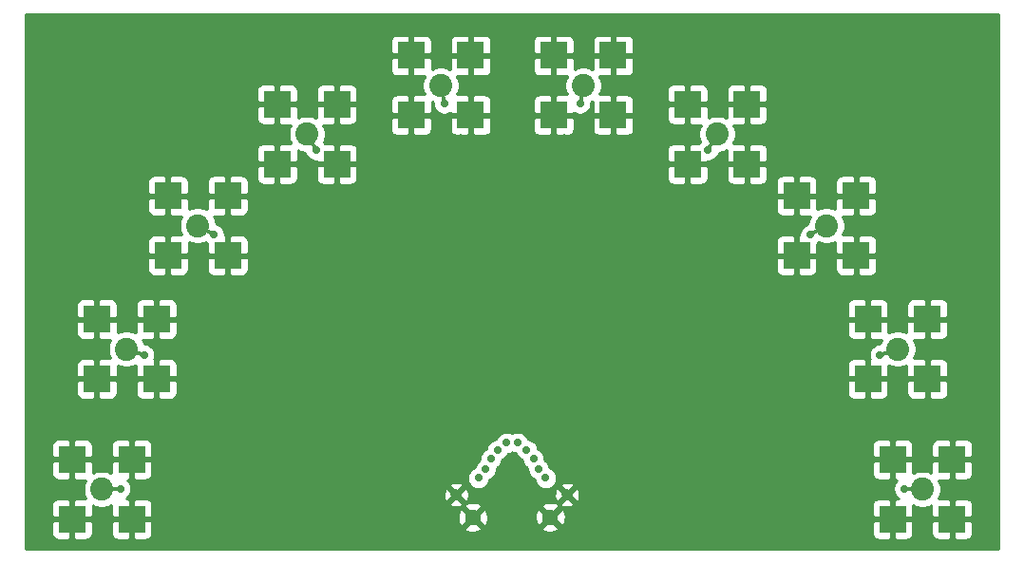
<source format=gbr>
G04 #@! TF.GenerationSoftware,KiCad,Pcbnew,(6.0.0-rc1-dev-305-gf0b8b2136)*
G04 #@! TF.CreationDate,2019-08-12T13:44:36-06:00*
G04 #@! TF.ProjectId,Station05,53746174696F6E30352E6B696361645F,rev?*
G04 #@! TF.SameCoordinates,Original*
G04 #@! TF.FileFunction,Copper,L1,Top,Signal*
G04 #@! TF.FilePolarity,Positive*
%FSLAX46Y46*%
G04 Gerber Fmt 4.6, Leading zero omitted, Abs format (unit mm)*
G04 Created by KiCad (PCBNEW (6.0.0-rc1-dev-305-gf0b8b2136)) date 08/12/19 13:44:36*
%MOMM*%
%LPD*%
G01*
G04 APERTURE LIST*
G04 #@! TA.AperFunction,SMDPad,CuDef*
%ADD10R,2.440000X2.440000*%
G04 #@! TD*
G04 #@! TA.AperFunction,BGAPad,CuDef*
%ADD11C,2.050000*%
G04 #@! TD*
G04 #@! TA.AperFunction,ComponentPad*
%ADD12C,1.450000*%
G04 #@! TD*
G04 #@! TA.AperFunction,ComponentPad*
%ADD13C,1.000000*%
G04 #@! TD*
G04 #@! TA.AperFunction,ViaPad*
%ADD14C,0.800000*%
G04 #@! TD*
G04 #@! TA.AperFunction,ViaPad*
%ADD15C,1.200000*%
G04 #@! TD*
G04 #@! TA.AperFunction,ViaPad*
%ADD16C,0.711200*%
G04 #@! TD*
G04 #@! TA.AperFunction,Conductor*
%ADD17C,0.250000*%
G04 #@! TD*
G04 #@! TA.AperFunction,Conductor*
%ADD18C,0.304800*%
G04 #@! TD*
G04 #@! TA.AperFunction,Conductor*
%ADD19C,0.254000*%
G04 #@! TD*
G04 APERTURE END LIST*
D10*
G04 #@! TO.P,U10,2*
G04 #@! TO.N,GND*
X179228126Y-102660000D03*
X179228126Y-97340000D03*
X173908126Y-97340000D03*
X173908126Y-102660000D03*
D11*
G04 #@! TO.P,U10,1*
G04 #@! TO.N,Net-(U10-Pad1)*
X176568126Y-100000000D03*
G04 #@! TD*
D10*
G04 #@! TO.P,U9,2*
G04 #@! TO.N,GND*
X177022800Y-90152960D03*
X177022800Y-84832960D03*
X171702800Y-84832960D03*
X171702800Y-90152960D03*
D11*
G04 #@! TO.P,U9,1*
G04 #@! TO.N,Net-(U11-Pad18)*
X174362800Y-87492960D03*
G04 #@! TD*
D10*
G04 #@! TO.P,U8,2*
G04 #@! TO.N,GND*
X170672810Y-79154460D03*
X170672810Y-73834460D03*
X165352810Y-73834460D03*
X165352810Y-79154460D03*
D11*
G04 #@! TO.P,U8,1*
G04 #@! TO.N,Net-(U11-Pad16)*
X168012810Y-76494460D03*
G04 #@! TD*
D10*
G04 #@! TO.P,U7,2*
G04 #@! TO.N,GND*
X160944063Y-70991070D03*
X160944063Y-65671070D03*
X155624063Y-65671070D03*
X155624063Y-70991070D03*
D11*
G04 #@! TO.P,U7,1*
G04 #@! TO.N,Net-(U11-Pad14)*
X158284063Y-68331070D03*
G04 #@! TD*
D10*
G04 #@! TO.P,U6,2*
G04 #@! TO.N,GND*
X149009990Y-66647430D03*
X149009990Y-61327430D03*
X143689990Y-61327430D03*
X143689990Y-66647430D03*
D11*
G04 #@! TO.P,U6,1*
G04 #@! TO.N,Net-(U11-Pad12)*
X146349990Y-63987430D03*
G04 #@! TD*
D10*
G04 #@! TO.P,U5,2*
G04 #@! TO.N,GND*
X136310010Y-66647430D03*
X136310010Y-61327430D03*
X130990010Y-61327430D03*
X130990010Y-66647430D03*
D11*
G04 #@! TO.P,U5,1*
G04 #@! TO.N,Net-(U11-Pad10)*
X133650010Y-63987430D03*
G04 #@! TD*
D10*
G04 #@! TO.P,U4,2*
G04 #@! TO.N,GND*
X124375937Y-70991070D03*
X124375937Y-65671070D03*
X119055937Y-65671070D03*
X119055937Y-70991070D03*
D11*
G04 #@! TO.P,U4,1*
G04 #@! TO.N,Net-(U11-Pad8)*
X121715937Y-68331070D03*
G04 #@! TD*
D10*
G04 #@! TO.P,U3,2*
G04 #@! TO.N,GND*
X114647190Y-79154460D03*
X114647190Y-73834460D03*
X109327190Y-73834460D03*
X109327190Y-79154460D03*
D11*
G04 #@! TO.P,U3,1*
G04 #@! TO.N,Net-(U11-Pad6)*
X111987190Y-76494460D03*
G04 #@! TD*
D10*
G04 #@! TO.P,U2,2*
G04 #@! TO.N,GND*
X108297200Y-90152960D03*
X108297200Y-84832960D03*
X102977200Y-84832960D03*
X102977200Y-90152960D03*
D11*
G04 #@! TO.P,U2,1*
G04 #@! TO.N,Net-(U11-Pad4)*
X105637200Y-87492960D03*
G04 #@! TD*
D10*
G04 #@! TO.P,U1,2*
G04 #@! TO.N,GND*
X106091874Y-102660000D03*
X106091874Y-97340000D03*
X100771874Y-97340000D03*
X100771874Y-102660000D03*
D11*
G04 #@! TO.P,U1,1*
G04 #@! TO.N,Net-(U1-Pad1)*
X103431874Y-100000000D03*
G04 #@! TD*
D12*
G04 #@! TO.P,U11,21*
G04 #@! TO.N,GND*
X136500000Y-102490000D03*
X143420000Y-102490000D03*
D13*
X135025000Y-100490000D03*
X144895000Y-100490000D03*
G04 #@! TD*
D14*
G04 #@! TO.N,GND*
X132371500Y-97873160D03*
X133591500Y-95383160D03*
X135261500Y-93293160D03*
X123571500Y-73253160D03*
X137441500Y-91763160D03*
X147301500Y-97873160D03*
X146461500Y-95363160D03*
X144191500Y-96613160D03*
X135431500Y-68763160D03*
X135844376Y-71023160D03*
X136260906Y-73303160D03*
X136666475Y-75523160D03*
X137061082Y-77683160D03*
X137457516Y-79853160D03*
X137852123Y-82013160D03*
X138257692Y-84233160D03*
X139991500Y-91223160D03*
X138672395Y-86503160D03*
X139098059Y-88833160D03*
X139987751Y-93703160D03*
X143776351Y-73303160D03*
X143365920Y-75513160D03*
X144191639Y-71023160D03*
X144619500Y-68763160D03*
X140892186Y-88833160D03*
X141324904Y-86503160D03*
X141746479Y-84233160D03*
X142158767Y-82013160D03*
X142559913Y-79853160D03*
X142962916Y-77683160D03*
X146291500Y-69053160D03*
X145874287Y-71323160D03*
X145449721Y-73633160D03*
X145045373Y-75833160D03*
X144653890Y-77963160D03*
X144251380Y-80153160D03*
X143859898Y-82283160D03*
X143440847Y-84563160D03*
X143032824Y-86783160D03*
X142595394Y-89163160D03*
X141761500Y-94033160D03*
X144339420Y-89883160D03*
X145606899Y-87783160D03*
X146795915Y-85813160D03*
X148045287Y-83743160D03*
X149155840Y-81903160D03*
X150296571Y-80013160D03*
X151437302Y-78123160D03*
X152632354Y-76143160D03*
X153700658Y-74373160D03*
X142611500Y-91783160D03*
X155171500Y-75223160D03*
X154097144Y-77013160D03*
X152908750Y-78993160D03*
X151750365Y-80923160D03*
X150627992Y-82793160D03*
X149505619Y-84663160D03*
X148281212Y-86703160D03*
X147062807Y-88733160D03*
X145772378Y-90883160D03*
X147041500Y-92048506D03*
X149021500Y-90410498D03*
X150841500Y-88904854D03*
X152651500Y-87407482D03*
X154411500Y-85951473D03*
X156121500Y-84536828D03*
X157871500Y-83033160D03*
X159681500Y-81513160D03*
X161491500Y-80053160D03*
X163201500Y-78643160D03*
X144711500Y-93413160D03*
X143161500Y-95163160D03*
X156281500Y-73433160D03*
D15*
X124375937Y-70991070D03*
X106091874Y-102660000D03*
X100771874Y-102660000D03*
X106091874Y-97340000D03*
X100771874Y-97340000D03*
X102977200Y-90152960D03*
X108297200Y-90152960D03*
X108297200Y-84832960D03*
X102977200Y-84832960D03*
X114647190Y-79154460D03*
X119055937Y-70991070D03*
X124375937Y-65671070D03*
X119055937Y-65671070D03*
X109327190Y-79154460D03*
X114647190Y-73834460D03*
X109327190Y-73834460D03*
X130990010Y-66647430D03*
X136310010Y-66647430D03*
X136310010Y-61327430D03*
X130990010Y-61327430D03*
X143689990Y-66647430D03*
X149009990Y-66647430D03*
X149009990Y-61327430D03*
X143689990Y-61327430D03*
X155624063Y-70991070D03*
X160944063Y-70991070D03*
X160944063Y-65671070D03*
X155624063Y-65671070D03*
X165352810Y-79154460D03*
X170672810Y-79154460D03*
X170672810Y-73834460D03*
X165352810Y-73834460D03*
X171702800Y-90152960D03*
X177022800Y-90152960D03*
X177022800Y-84832960D03*
X171702800Y-84832960D03*
X173908126Y-102660000D03*
X179228126Y-102660000D03*
X173908126Y-97340000D03*
X179228126Y-97340000D03*
D14*
X162551500Y-81293160D03*
X160771500Y-82766914D03*
X158961500Y-84265505D03*
X157191500Y-85730978D03*
X155481500Y-87146774D03*
X153721500Y-88603969D03*
X151941500Y-90077722D03*
X150111500Y-91592874D03*
X148081500Y-93273616D03*
X149111500Y-95104947D03*
X151781500Y-94209291D03*
X154041500Y-93451170D03*
X156381500Y-92666213D03*
X158641500Y-91908091D03*
X160851500Y-91166742D03*
X162971500Y-90455583D03*
X165181500Y-89714234D03*
X167341500Y-88989657D03*
X169411500Y-88295271D03*
X171481500Y-87600885D03*
X167831500Y-90483160D03*
X165651500Y-91206511D03*
X163421500Y-91946452D03*
X161321500Y-92643259D03*
X159111500Y-93393160D03*
X156881500Y-94163160D03*
X154531500Y-94943160D03*
X152261500Y-95683160D03*
X149591500Y-96603160D03*
X144691500Y-98273160D03*
X149691500Y-98442859D03*
X152621500Y-98526724D03*
X155041500Y-98595992D03*
X157391500Y-98663256D03*
X159751500Y-98730807D03*
X162131500Y-98798930D03*
X164461500Y-98865622D03*
X166901500Y-98935463D03*
X169291500Y-99003873D03*
X171681500Y-99072283D03*
X171641500Y-100683160D03*
X169221500Y-100608813D03*
X166861500Y-100536309D03*
X164431500Y-100461654D03*
X162111500Y-100390380D03*
X159711500Y-100316648D03*
X157371500Y-100244759D03*
X155001500Y-100171947D03*
X152561500Y-100096985D03*
X149661500Y-100027277D03*
X147481500Y-99960303D03*
X133681500Y-69103160D03*
X134519466Y-73643160D03*
X134931066Y-75873160D03*
X134096792Y-71353160D03*
X135326055Y-78013160D03*
X135726580Y-80183160D03*
X136128951Y-82363160D03*
X136538706Y-84583160D03*
X136955843Y-86843160D03*
X137384056Y-89163160D03*
X138221500Y-94003160D03*
X135726467Y-89793160D03*
X134506542Y-87793160D03*
X133311015Y-85833160D03*
X132109389Y-83863160D03*
X130968759Y-81993160D03*
X129809829Y-80093160D03*
X128650899Y-78193160D03*
X127485871Y-76283160D03*
X126290345Y-74323160D03*
X124761500Y-75263160D03*
X125959150Y-77233160D03*
X127102084Y-79113160D03*
X128251098Y-81003160D03*
X129418350Y-82923160D03*
X130555205Y-84793160D03*
X131758934Y-86773160D03*
X132950505Y-88733160D03*
X134166392Y-90733160D03*
X136811500Y-95123160D03*
X132861500Y-91852187D03*
X131021500Y-90328493D03*
X129221500Y-88837923D03*
X127421500Y-87347353D03*
X125691500Y-85914750D03*
X123921500Y-84449023D03*
X122201500Y-83024701D03*
X120471500Y-81592098D03*
X118701500Y-80126372D03*
X116861500Y-78602679D03*
X117611500Y-81463160D03*
X119361500Y-82916350D03*
X121081500Y-84344627D03*
X122821500Y-85789512D03*
X124571500Y-87242703D03*
X126281500Y-88662677D03*
X128091500Y-90165691D03*
X129871500Y-91643792D03*
X131751500Y-93204934D03*
X135791500Y-96559727D03*
X130741500Y-94886066D03*
X128381500Y-94103920D03*
X126101500Y-93348286D03*
X123911500Y-92622480D03*
X121771500Y-91913244D03*
X119591500Y-91190752D03*
X115141500Y-89715941D03*
X112831500Y-88950366D03*
X110581500Y-88204675D03*
X108341500Y-87462298D03*
X117381500Y-90458318D03*
X112271500Y-90643160D03*
X114571500Y-91411417D03*
X116781500Y-92149612D03*
X118991500Y-92887807D03*
X121231500Y-93636022D03*
X123401500Y-94360856D03*
X125531500Y-95072330D03*
X127851500Y-95847267D03*
X130191500Y-96628885D03*
X108711500Y-99008860D03*
X135011500Y-98238885D03*
X117971500Y-98737759D03*
X113281500Y-98875066D03*
X115611500Y-98806852D03*
X110951500Y-98943280D03*
X120321500Y-98668960D03*
X122681500Y-98599867D03*
X124991500Y-98532238D03*
X127411500Y-98461389D03*
X129931500Y-98387611D03*
X108771500Y-100693160D03*
X111001500Y-100626891D03*
X113311500Y-100558245D03*
X115661500Y-100488410D03*
X118021500Y-100418278D03*
X120391500Y-100347849D03*
X125021500Y-100210258D03*
X127441500Y-100138343D03*
X129941500Y-100064050D03*
X132391500Y-99991243D03*
X122731500Y-100278310D03*
D16*
G04 #@! TO.N,Net-(U1-Pad1)*
X137000000Y-99000000D03*
X105081500Y-99950857D03*
G04 #@! TO.N,Net-(U11-Pad4)*
X137642600Y-98216720D03*
X107201500Y-88017095D03*
G04 #@! TO.N,Net-(U11-Pad6)*
X138100000Y-97300000D03*
X113421500Y-77327554D03*
G04 #@! TO.N,Net-(U11-Pad8)*
X138700000Y-96500000D03*
X122529321Y-69753160D03*
G04 #@! TO.N,Net-(U11-Pad10)*
X139500000Y-95864680D03*
X133944687Y-65593160D03*
G04 #@! TO.N,Net-(U11-Pad12)*
X140500000Y-95851980D03*
X146053360Y-65603160D03*
G04 #@! TO.N,Net-(U11-Pad14)*
X141300000Y-96500000D03*
X157458830Y-69753160D03*
G04 #@! TO.N,Net-(U11-Pad16)*
X141900000Y-97300000D03*
X166591500Y-77317344D03*
G04 #@! TO.N,Net-(U11-Pad18)*
X142346680Y-98183700D03*
X172801500Y-88014305D03*
G04 #@! TO.N,Net-(U10-Pad1)*
X143000000Y-99000000D03*
X174941500Y-99954737D03*
G04 #@! TD*
D17*
G04 #@! TO.N,GND*
X167831500Y-90483160D02*
X167831500Y-90483160D01*
X171641500Y-100683160D02*
X171641500Y-100683160D01*
X133681500Y-69103160D02*
X133681500Y-69103160D01*
X134096792Y-71353160D02*
X134104175Y-71393160D01*
X117611500Y-81463160D02*
X117611500Y-81463160D01*
X112271500Y-90643160D02*
X112271500Y-90643160D01*
X108771500Y-100693160D02*
X108771500Y-100693160D01*
D18*
G04 #@! TO.N,Net-(U1-Pad1)*
X103431874Y-100000000D02*
X105081500Y-99950857D01*
G04 #@! TO.N,Net-(U11-Pad4)*
X105637200Y-87492960D02*
X107201500Y-88017095D01*
G04 #@! TO.N,Net-(U11-Pad6)*
X111987190Y-76494460D02*
X113421500Y-77327554D01*
G04 #@! TO.N,Net-(U11-Pad8)*
X121715937Y-68331070D02*
X122529321Y-69753160D01*
G04 #@! TO.N,Net-(U11-Pad10)*
X133650010Y-63987430D02*
X133944687Y-65593160D01*
G04 #@! TO.N,Net-(U11-Pad12)*
X146349990Y-63987430D02*
X146053360Y-65603160D01*
G04 #@! TO.N,Net-(U11-Pad14)*
X158284063Y-68331070D02*
X157458830Y-69753160D01*
G04 #@! TO.N,Net-(U11-Pad16)*
X168012810Y-76494460D02*
X166591500Y-77317344D01*
G04 #@! TO.N,Net-(U11-Pad18)*
X174362800Y-87492960D02*
X172801500Y-88014305D01*
G04 #@! TO.N,Net-(U10-Pad1)*
X176568126Y-100000000D02*
X174941500Y-99954737D01*
G04 #@! TD*
D19*
G04 #@! TO.N,GND*
G36*
X183340000Y-105343160D02*
X96660000Y-105343160D01*
X96660000Y-102945750D01*
X98916874Y-102945750D01*
X98916874Y-103942542D01*
X98941277Y-104065223D01*
X98989144Y-104180785D01*
X99058637Y-104284789D01*
X99147085Y-104373237D01*
X99251089Y-104442730D01*
X99366651Y-104490597D01*
X99489332Y-104515000D01*
X100486124Y-104515000D01*
X100644874Y-104356250D01*
X100644874Y-102787000D01*
X100898874Y-102787000D01*
X100898874Y-104356250D01*
X101057624Y-104515000D01*
X102054416Y-104515000D01*
X102177097Y-104490597D01*
X102292659Y-104442730D01*
X102396663Y-104373237D01*
X102485111Y-104284789D01*
X102554604Y-104180785D01*
X102602471Y-104065223D01*
X102626874Y-103942542D01*
X102626874Y-102945750D01*
X104236874Y-102945750D01*
X104236874Y-103942542D01*
X104261277Y-104065223D01*
X104309144Y-104180785D01*
X104378637Y-104284789D01*
X104467085Y-104373237D01*
X104571089Y-104442730D01*
X104686651Y-104490597D01*
X104809332Y-104515000D01*
X105806124Y-104515000D01*
X105964874Y-104356250D01*
X105964874Y-102787000D01*
X106218874Y-102787000D01*
X106218874Y-104356250D01*
X106377624Y-104515000D01*
X107374416Y-104515000D01*
X107497097Y-104490597D01*
X107612659Y-104442730D01*
X107716663Y-104373237D01*
X107805111Y-104284789D01*
X107874604Y-104180785D01*
X107922471Y-104065223D01*
X107946874Y-103942542D01*
X107946874Y-103429133D01*
X135740472Y-103429133D01*
X135802965Y-103665450D01*
X136045678Y-103778850D01*
X136305849Y-103842719D01*
X136573482Y-103854604D01*
X136838291Y-103814048D01*
X137090100Y-103722609D01*
X137197035Y-103665450D01*
X137259528Y-103429133D01*
X142660472Y-103429133D01*
X142722965Y-103665450D01*
X142965678Y-103778850D01*
X143225849Y-103842719D01*
X143493482Y-103854604D01*
X143758291Y-103814048D01*
X144010100Y-103722609D01*
X144117035Y-103665450D01*
X144179528Y-103429133D01*
X143420000Y-102669605D01*
X142660472Y-103429133D01*
X137259528Y-103429133D01*
X136500000Y-102669605D01*
X135740472Y-103429133D01*
X107946874Y-103429133D01*
X107946874Y-102945750D01*
X107788124Y-102787000D01*
X106218874Y-102787000D01*
X105964874Y-102787000D01*
X104395624Y-102787000D01*
X104236874Y-102945750D01*
X102626874Y-102945750D01*
X102468124Y-102787000D01*
X100898874Y-102787000D01*
X100644874Y-102787000D01*
X99075624Y-102787000D01*
X98916874Y-102945750D01*
X96660000Y-102945750D01*
X96660000Y-102563482D01*
X135135396Y-102563482D01*
X135175952Y-102828291D01*
X135267391Y-103080100D01*
X135324550Y-103187035D01*
X135560867Y-103249528D01*
X136320395Y-102490000D01*
X136679605Y-102490000D01*
X137439133Y-103249528D01*
X137675450Y-103187035D01*
X137788850Y-102944322D01*
X137852719Y-102684151D01*
X137858077Y-102563482D01*
X142055396Y-102563482D01*
X142095952Y-102828291D01*
X142187391Y-103080100D01*
X142244550Y-103187035D01*
X142480867Y-103249528D01*
X143240395Y-102490000D01*
X143599605Y-102490000D01*
X144359133Y-103249528D01*
X144595450Y-103187035D01*
X144708182Y-102945750D01*
X172053126Y-102945750D01*
X172053126Y-103942542D01*
X172077529Y-104065223D01*
X172125396Y-104180785D01*
X172194889Y-104284789D01*
X172283337Y-104373237D01*
X172387341Y-104442730D01*
X172502903Y-104490597D01*
X172625584Y-104515000D01*
X173622376Y-104515000D01*
X173781126Y-104356250D01*
X173781126Y-102787000D01*
X174035126Y-102787000D01*
X174035126Y-104356250D01*
X174193876Y-104515000D01*
X175190668Y-104515000D01*
X175313349Y-104490597D01*
X175428911Y-104442730D01*
X175532915Y-104373237D01*
X175621363Y-104284789D01*
X175690856Y-104180785D01*
X175738723Y-104065223D01*
X175763126Y-103942542D01*
X175763126Y-102945750D01*
X177373126Y-102945750D01*
X177373126Y-103942542D01*
X177397529Y-104065223D01*
X177445396Y-104180785D01*
X177514889Y-104284789D01*
X177603337Y-104373237D01*
X177707341Y-104442730D01*
X177822903Y-104490597D01*
X177945584Y-104515000D01*
X178942376Y-104515000D01*
X179101126Y-104356250D01*
X179101126Y-102787000D01*
X179355126Y-102787000D01*
X179355126Y-104356250D01*
X179513876Y-104515000D01*
X180510668Y-104515000D01*
X180633349Y-104490597D01*
X180748911Y-104442730D01*
X180852915Y-104373237D01*
X180941363Y-104284789D01*
X181010856Y-104180785D01*
X181058723Y-104065223D01*
X181083126Y-103942542D01*
X181083126Y-102945750D01*
X180924376Y-102787000D01*
X179355126Y-102787000D01*
X179101126Y-102787000D01*
X177531876Y-102787000D01*
X177373126Y-102945750D01*
X175763126Y-102945750D01*
X175604376Y-102787000D01*
X174035126Y-102787000D01*
X173781126Y-102787000D01*
X172211876Y-102787000D01*
X172053126Y-102945750D01*
X144708182Y-102945750D01*
X144708850Y-102944322D01*
X144772719Y-102684151D01*
X144784604Y-102416518D01*
X144744048Y-102151709D01*
X144652609Y-101899900D01*
X144595450Y-101792965D01*
X144359133Y-101730472D01*
X143599605Y-102490000D01*
X143240395Y-102490000D01*
X142480867Y-101730472D01*
X142244550Y-101792965D01*
X142131150Y-102035678D01*
X142067281Y-102295849D01*
X142055396Y-102563482D01*
X137858077Y-102563482D01*
X137864604Y-102416518D01*
X137824048Y-102151709D01*
X137732609Y-101899900D01*
X137675450Y-101792965D01*
X137439133Y-101730472D01*
X136679605Y-102490000D01*
X136320395Y-102490000D01*
X135560867Y-101730472D01*
X135324550Y-101792965D01*
X135211150Y-102035678D01*
X135147281Y-102295849D01*
X135135396Y-102563482D01*
X96660000Y-102563482D01*
X96660000Y-101377458D01*
X98916874Y-101377458D01*
X98916874Y-102374250D01*
X99075624Y-102533000D01*
X100644874Y-102533000D01*
X100644874Y-100963750D01*
X100486124Y-100805000D01*
X99489332Y-100805000D01*
X99366651Y-100829403D01*
X99251089Y-100877270D01*
X99147085Y-100946763D01*
X99058637Y-101035211D01*
X98989144Y-101139215D01*
X98941277Y-101254777D01*
X98916874Y-101377458D01*
X96660000Y-101377458D01*
X96660000Y-97625750D01*
X98916874Y-97625750D01*
X98916874Y-98622542D01*
X98941277Y-98745223D01*
X98989144Y-98860785D01*
X99058637Y-98964789D01*
X99147085Y-99053237D01*
X99251089Y-99122730D01*
X99366651Y-99170597D01*
X99489332Y-99195000D01*
X100486124Y-99195000D01*
X100644874Y-99036250D01*
X100644874Y-97467000D01*
X100898874Y-97467000D01*
X100898874Y-99036250D01*
X101057624Y-99195000D01*
X101973293Y-99195000D01*
X101960801Y-99213695D01*
X101835667Y-99515796D01*
X101771874Y-99836504D01*
X101771874Y-100163496D01*
X101835667Y-100484204D01*
X101960801Y-100786305D01*
X101973293Y-100805000D01*
X101057624Y-100805000D01*
X100898874Y-100963750D01*
X100898874Y-102533000D01*
X102468124Y-102533000D01*
X102626874Y-102374250D01*
X102626874Y-101458581D01*
X102645569Y-101471073D01*
X102947670Y-101596207D01*
X103268378Y-101660000D01*
X103595370Y-101660000D01*
X103916078Y-101596207D01*
X104218179Y-101471073D01*
X104236874Y-101458581D01*
X104236874Y-102374250D01*
X104395624Y-102533000D01*
X105964874Y-102533000D01*
X105964874Y-100963750D01*
X106218874Y-100963750D01*
X106218874Y-102533000D01*
X107788124Y-102533000D01*
X107946874Y-102374250D01*
X107946874Y-101377458D01*
X107925135Y-101268166D01*
X134426439Y-101268166D01*
X134461550Y-101481588D01*
X134665826Y-101572458D01*
X134883905Y-101621731D01*
X135107406Y-101627511D01*
X135327740Y-101589577D01*
X135428485Y-101550867D01*
X135740472Y-101550867D01*
X136500000Y-102310395D01*
X137259528Y-101550867D01*
X142660472Y-101550867D01*
X143420000Y-102310395D01*
X144179528Y-101550867D01*
X144117035Y-101314550D01*
X144017759Y-101268166D01*
X144296439Y-101268166D01*
X144331550Y-101481588D01*
X144535826Y-101572458D01*
X144753905Y-101621731D01*
X144977406Y-101627511D01*
X145197740Y-101589577D01*
X145406440Y-101509387D01*
X145458450Y-101481588D01*
X145475580Y-101377458D01*
X172053126Y-101377458D01*
X172053126Y-102374250D01*
X172211876Y-102533000D01*
X173781126Y-102533000D01*
X173781126Y-100963750D01*
X173622376Y-100805000D01*
X172625584Y-100805000D01*
X172502903Y-100829403D01*
X172387341Y-100877270D01*
X172283337Y-100946763D01*
X172194889Y-101035211D01*
X172125396Y-101139215D01*
X172077529Y-101254777D01*
X172053126Y-101377458D01*
X145475580Y-101377458D01*
X145493561Y-101268166D01*
X144895000Y-100669605D01*
X144296439Y-101268166D01*
X144017759Y-101268166D01*
X143874322Y-101201150D01*
X143614151Y-101137281D01*
X143346518Y-101125396D01*
X143081709Y-101165952D01*
X142829900Y-101257391D01*
X142722965Y-101314550D01*
X142660472Y-101550867D01*
X137259528Y-101550867D01*
X137197035Y-101314550D01*
X136954322Y-101201150D01*
X136694151Y-101137281D01*
X136426518Y-101125396D01*
X136161709Y-101165952D01*
X135909900Y-101257391D01*
X135802965Y-101314550D01*
X135740472Y-101550867D01*
X135428485Y-101550867D01*
X135536440Y-101509387D01*
X135588450Y-101481588D01*
X135623561Y-101268166D01*
X135025000Y-100669605D01*
X134426439Y-101268166D01*
X107925135Y-101268166D01*
X107922471Y-101254777D01*
X107874604Y-101139215D01*
X107805111Y-101035211D01*
X107716663Y-100946763D01*
X107612659Y-100877270D01*
X107497097Y-100829403D01*
X107374416Y-100805000D01*
X106377624Y-100805000D01*
X106218874Y-100963750D01*
X105964874Y-100963750D01*
X105806124Y-100805000D01*
X105586217Y-100805000D01*
X105712971Y-100720306D01*
X105850949Y-100582328D01*
X105857578Y-100572406D01*
X133887489Y-100572406D01*
X133925423Y-100792740D01*
X134005613Y-101001440D01*
X134033412Y-101053450D01*
X134246834Y-101088561D01*
X134845395Y-100490000D01*
X135204605Y-100490000D01*
X135803166Y-101088561D01*
X136016588Y-101053450D01*
X136107458Y-100849174D01*
X136156731Y-100631095D01*
X136158248Y-100572406D01*
X143757489Y-100572406D01*
X143795423Y-100792740D01*
X143875613Y-101001440D01*
X143903412Y-101053450D01*
X144116834Y-101088561D01*
X144715395Y-100490000D01*
X145074605Y-100490000D01*
X145673166Y-101088561D01*
X145886588Y-101053450D01*
X145977458Y-100849174D01*
X146026731Y-100631095D01*
X146032511Y-100407594D01*
X145994577Y-100187260D01*
X145914387Y-99978560D01*
X145886588Y-99926550D01*
X145673166Y-99891439D01*
X145074605Y-100490000D01*
X144715395Y-100490000D01*
X144116834Y-99891439D01*
X143903412Y-99926550D01*
X143812542Y-100130826D01*
X143763269Y-100348905D01*
X143757489Y-100572406D01*
X136158248Y-100572406D01*
X136162511Y-100407594D01*
X136124577Y-100187260D01*
X136044387Y-99978560D01*
X136016588Y-99926550D01*
X135803166Y-99891439D01*
X135204605Y-100490000D01*
X134845395Y-100490000D01*
X134246834Y-99891439D01*
X134033412Y-99926550D01*
X133942542Y-100130826D01*
X133893269Y-100348905D01*
X133887489Y-100572406D01*
X105857578Y-100572406D01*
X105959358Y-100420082D01*
X106034032Y-100239804D01*
X106072100Y-100048423D01*
X106072100Y-99853291D01*
X106043963Y-99711834D01*
X134426439Y-99711834D01*
X135025000Y-100310395D01*
X135623561Y-99711834D01*
X135588450Y-99498412D01*
X135384174Y-99407542D01*
X135166095Y-99358269D01*
X134942594Y-99352489D01*
X134722260Y-99390423D01*
X134513560Y-99470613D01*
X134461550Y-99498412D01*
X134426439Y-99711834D01*
X106043963Y-99711834D01*
X106034032Y-99661910D01*
X105959358Y-99481632D01*
X105850949Y-99319386D01*
X105726563Y-99195000D01*
X105806124Y-99195000D01*
X105964874Y-99036250D01*
X105964874Y-97467000D01*
X106218874Y-97467000D01*
X106218874Y-99036250D01*
X106377624Y-99195000D01*
X107374416Y-99195000D01*
X107497097Y-99170597D01*
X107612659Y-99122730D01*
X107716663Y-99053237D01*
X107805111Y-98964789D01*
X107846775Y-98902434D01*
X136009400Y-98902434D01*
X136009400Y-99097566D01*
X136047468Y-99288947D01*
X136122142Y-99469225D01*
X136230551Y-99631471D01*
X136368529Y-99769449D01*
X136530775Y-99877858D01*
X136711053Y-99952532D01*
X136902434Y-99990600D01*
X137097566Y-99990600D01*
X137288947Y-99952532D01*
X137469225Y-99877858D01*
X137631471Y-99769449D01*
X137769449Y-99631471D01*
X137877858Y-99469225D01*
X137952532Y-99288947D01*
X137980363Y-99149032D01*
X138111825Y-99094578D01*
X138274071Y-98986169D01*
X138412049Y-98848191D01*
X138520458Y-98685945D01*
X138595132Y-98505667D01*
X138633200Y-98314286D01*
X138633200Y-98135111D01*
X138731471Y-98069449D01*
X138869449Y-97931471D01*
X138977858Y-97769225D01*
X139052532Y-97588947D01*
X139087812Y-97411580D01*
X139169225Y-97377858D01*
X139331471Y-97269449D01*
X139469449Y-97131471D01*
X139577858Y-96969225D01*
X139627524Y-96849321D01*
X139788947Y-96817212D01*
X139969225Y-96742538D01*
X140009503Y-96715625D01*
X140030775Y-96729838D01*
X140211053Y-96804512D01*
X140366743Y-96835481D01*
X140422142Y-96969225D01*
X140530551Y-97131471D01*
X140668529Y-97269449D01*
X140830775Y-97377858D01*
X140912188Y-97411580D01*
X140947468Y-97588947D01*
X141022142Y-97769225D01*
X141130551Y-97931471D01*
X141268529Y-98069449D01*
X141356080Y-98127949D01*
X141356080Y-98281266D01*
X141394148Y-98472647D01*
X141468822Y-98652925D01*
X141577231Y-98815171D01*
X141715209Y-98953149D01*
X141877455Y-99061558D01*
X142013442Y-99117886D01*
X142047468Y-99288947D01*
X142122142Y-99469225D01*
X142230551Y-99631471D01*
X142368529Y-99769449D01*
X142530775Y-99877858D01*
X142711053Y-99952532D01*
X142902434Y-99990600D01*
X143097566Y-99990600D01*
X143288947Y-99952532D01*
X143469225Y-99877858D01*
X143631471Y-99769449D01*
X143689086Y-99711834D01*
X144296439Y-99711834D01*
X144895000Y-100310395D01*
X145348224Y-99857171D01*
X173950900Y-99857171D01*
X173950900Y-100052303D01*
X173988968Y-100243684D01*
X174063642Y-100423962D01*
X174172051Y-100586208D01*
X174310029Y-100724186D01*
X174430976Y-100805000D01*
X174193876Y-100805000D01*
X174035126Y-100963750D01*
X174035126Y-102533000D01*
X175604376Y-102533000D01*
X175763126Y-102374250D01*
X175763126Y-101458581D01*
X175781821Y-101471073D01*
X176083922Y-101596207D01*
X176404630Y-101660000D01*
X176731622Y-101660000D01*
X177052330Y-101596207D01*
X177354431Y-101471073D01*
X177373126Y-101458581D01*
X177373126Y-102374250D01*
X177531876Y-102533000D01*
X179101126Y-102533000D01*
X179101126Y-100963750D01*
X179355126Y-100963750D01*
X179355126Y-102533000D01*
X180924376Y-102533000D01*
X181083126Y-102374250D01*
X181083126Y-101377458D01*
X181058723Y-101254777D01*
X181010856Y-101139215D01*
X180941363Y-101035211D01*
X180852915Y-100946763D01*
X180748911Y-100877270D01*
X180633349Y-100829403D01*
X180510668Y-100805000D01*
X179513876Y-100805000D01*
X179355126Y-100963750D01*
X179101126Y-100963750D01*
X178942376Y-100805000D01*
X178026707Y-100805000D01*
X178039199Y-100786305D01*
X178164333Y-100484204D01*
X178228126Y-100163496D01*
X178228126Y-99836504D01*
X178164333Y-99515796D01*
X178039199Y-99213695D01*
X178026707Y-99195000D01*
X178942376Y-99195000D01*
X179101126Y-99036250D01*
X179101126Y-97467000D01*
X179355126Y-97467000D01*
X179355126Y-99036250D01*
X179513876Y-99195000D01*
X180510668Y-99195000D01*
X180633349Y-99170597D01*
X180748911Y-99122730D01*
X180852915Y-99053237D01*
X180941363Y-98964789D01*
X181010856Y-98860785D01*
X181058723Y-98745223D01*
X181083126Y-98622542D01*
X181083126Y-97625750D01*
X180924376Y-97467000D01*
X179355126Y-97467000D01*
X179101126Y-97467000D01*
X177531876Y-97467000D01*
X177373126Y-97625750D01*
X177373126Y-98541419D01*
X177354431Y-98528927D01*
X177052330Y-98403793D01*
X176731622Y-98340000D01*
X176404630Y-98340000D01*
X176083922Y-98403793D01*
X175781821Y-98528927D01*
X175763126Y-98541419D01*
X175763126Y-97625750D01*
X175604376Y-97467000D01*
X174035126Y-97467000D01*
X174035126Y-99036250D01*
X174193876Y-99195000D01*
X174300317Y-99195000D01*
X174172051Y-99323266D01*
X174063642Y-99485512D01*
X173988968Y-99665790D01*
X173950900Y-99857171D01*
X145348224Y-99857171D01*
X145493561Y-99711834D01*
X145458450Y-99498412D01*
X145254174Y-99407542D01*
X145036095Y-99358269D01*
X144812594Y-99352489D01*
X144592260Y-99390423D01*
X144383560Y-99470613D01*
X144331550Y-99498412D01*
X144296439Y-99711834D01*
X143689086Y-99711834D01*
X143769449Y-99631471D01*
X143877858Y-99469225D01*
X143952532Y-99288947D01*
X143990600Y-99097566D01*
X143990600Y-98902434D01*
X143952532Y-98711053D01*
X143877858Y-98530775D01*
X143769449Y-98368529D01*
X143631471Y-98230551D01*
X143469225Y-98122142D01*
X143333238Y-98065814D01*
X143299212Y-97894753D01*
X143224538Y-97714475D01*
X143165255Y-97625750D01*
X172053126Y-97625750D01*
X172053126Y-98622542D01*
X172077529Y-98745223D01*
X172125396Y-98860785D01*
X172194889Y-98964789D01*
X172283337Y-99053237D01*
X172387341Y-99122730D01*
X172502903Y-99170597D01*
X172625584Y-99195000D01*
X173622376Y-99195000D01*
X173781126Y-99036250D01*
X173781126Y-97467000D01*
X172211876Y-97467000D01*
X172053126Y-97625750D01*
X143165255Y-97625750D01*
X143116129Y-97552229D01*
X142978151Y-97414251D01*
X142890600Y-97355751D01*
X142890600Y-97202434D01*
X142852532Y-97011053D01*
X142777858Y-96830775D01*
X142669449Y-96668529D01*
X142531471Y-96530551D01*
X142369225Y-96422142D01*
X142287812Y-96388420D01*
X142252532Y-96211053D01*
X142188911Y-96057458D01*
X172053126Y-96057458D01*
X172053126Y-97054250D01*
X172211876Y-97213000D01*
X173781126Y-97213000D01*
X173781126Y-95643750D01*
X174035126Y-95643750D01*
X174035126Y-97213000D01*
X175604376Y-97213000D01*
X175763126Y-97054250D01*
X175763126Y-96057458D01*
X177373126Y-96057458D01*
X177373126Y-97054250D01*
X177531876Y-97213000D01*
X179101126Y-97213000D01*
X179101126Y-95643750D01*
X179355126Y-95643750D01*
X179355126Y-97213000D01*
X180924376Y-97213000D01*
X181083126Y-97054250D01*
X181083126Y-96057458D01*
X181058723Y-95934777D01*
X181010856Y-95819215D01*
X180941363Y-95715211D01*
X180852915Y-95626763D01*
X180748911Y-95557270D01*
X180633349Y-95509403D01*
X180510668Y-95485000D01*
X179513876Y-95485000D01*
X179355126Y-95643750D01*
X179101126Y-95643750D01*
X178942376Y-95485000D01*
X177945584Y-95485000D01*
X177822903Y-95509403D01*
X177707341Y-95557270D01*
X177603337Y-95626763D01*
X177514889Y-95715211D01*
X177445396Y-95819215D01*
X177397529Y-95934777D01*
X177373126Y-96057458D01*
X175763126Y-96057458D01*
X175738723Y-95934777D01*
X175690856Y-95819215D01*
X175621363Y-95715211D01*
X175532915Y-95626763D01*
X175428911Y-95557270D01*
X175313349Y-95509403D01*
X175190668Y-95485000D01*
X174193876Y-95485000D01*
X174035126Y-95643750D01*
X173781126Y-95643750D01*
X173622376Y-95485000D01*
X172625584Y-95485000D01*
X172502903Y-95509403D01*
X172387341Y-95557270D01*
X172283337Y-95626763D01*
X172194889Y-95715211D01*
X172125396Y-95819215D01*
X172077529Y-95934777D01*
X172053126Y-96057458D01*
X142188911Y-96057458D01*
X142177858Y-96030775D01*
X142069449Y-95868529D01*
X141931471Y-95730551D01*
X141769225Y-95622142D01*
X141588947Y-95547468D01*
X141433257Y-95516499D01*
X141377858Y-95382755D01*
X141269449Y-95220509D01*
X141131471Y-95082531D01*
X140969225Y-94974122D01*
X140788947Y-94899448D01*
X140597566Y-94861380D01*
X140402434Y-94861380D01*
X140211053Y-94899448D01*
X140030775Y-94974122D01*
X139990497Y-95001035D01*
X139969225Y-94986822D01*
X139788947Y-94912148D01*
X139597566Y-94874080D01*
X139402434Y-94874080D01*
X139211053Y-94912148D01*
X139030775Y-94986822D01*
X138868529Y-95095231D01*
X138730551Y-95233209D01*
X138622142Y-95395455D01*
X138572476Y-95515359D01*
X138411053Y-95547468D01*
X138230775Y-95622142D01*
X138068529Y-95730551D01*
X137930551Y-95868529D01*
X137822142Y-96030775D01*
X137747468Y-96211053D01*
X137712188Y-96388420D01*
X137630775Y-96422142D01*
X137468529Y-96530551D01*
X137330551Y-96668529D01*
X137222142Y-96830775D01*
X137147468Y-97011053D01*
X137109400Y-97202434D01*
X137109400Y-97381609D01*
X137011129Y-97447271D01*
X136873151Y-97585249D01*
X136764742Y-97747495D01*
X136690068Y-97927773D01*
X136662237Y-98067688D01*
X136530775Y-98122142D01*
X136368529Y-98230551D01*
X136230551Y-98368529D01*
X136122142Y-98530775D01*
X136047468Y-98711053D01*
X136009400Y-98902434D01*
X107846775Y-98902434D01*
X107874604Y-98860785D01*
X107922471Y-98745223D01*
X107946874Y-98622542D01*
X107946874Y-97625750D01*
X107788124Y-97467000D01*
X106218874Y-97467000D01*
X105964874Y-97467000D01*
X104395624Y-97467000D01*
X104236874Y-97625750D01*
X104236874Y-98541419D01*
X104218179Y-98528927D01*
X103916078Y-98403793D01*
X103595370Y-98340000D01*
X103268378Y-98340000D01*
X102947670Y-98403793D01*
X102645569Y-98528927D01*
X102626874Y-98541419D01*
X102626874Y-97625750D01*
X102468124Y-97467000D01*
X100898874Y-97467000D01*
X100644874Y-97467000D01*
X99075624Y-97467000D01*
X98916874Y-97625750D01*
X96660000Y-97625750D01*
X96660000Y-96057458D01*
X98916874Y-96057458D01*
X98916874Y-97054250D01*
X99075624Y-97213000D01*
X100644874Y-97213000D01*
X100644874Y-95643750D01*
X100898874Y-95643750D01*
X100898874Y-97213000D01*
X102468124Y-97213000D01*
X102626874Y-97054250D01*
X102626874Y-96057458D01*
X104236874Y-96057458D01*
X104236874Y-97054250D01*
X104395624Y-97213000D01*
X105964874Y-97213000D01*
X105964874Y-95643750D01*
X106218874Y-95643750D01*
X106218874Y-97213000D01*
X107788124Y-97213000D01*
X107946874Y-97054250D01*
X107946874Y-96057458D01*
X107922471Y-95934777D01*
X107874604Y-95819215D01*
X107805111Y-95715211D01*
X107716663Y-95626763D01*
X107612659Y-95557270D01*
X107497097Y-95509403D01*
X107374416Y-95485000D01*
X106377624Y-95485000D01*
X106218874Y-95643750D01*
X105964874Y-95643750D01*
X105806124Y-95485000D01*
X104809332Y-95485000D01*
X104686651Y-95509403D01*
X104571089Y-95557270D01*
X104467085Y-95626763D01*
X104378637Y-95715211D01*
X104309144Y-95819215D01*
X104261277Y-95934777D01*
X104236874Y-96057458D01*
X102626874Y-96057458D01*
X102602471Y-95934777D01*
X102554604Y-95819215D01*
X102485111Y-95715211D01*
X102396663Y-95626763D01*
X102292659Y-95557270D01*
X102177097Y-95509403D01*
X102054416Y-95485000D01*
X101057624Y-95485000D01*
X100898874Y-95643750D01*
X100644874Y-95643750D01*
X100486124Y-95485000D01*
X99489332Y-95485000D01*
X99366651Y-95509403D01*
X99251089Y-95557270D01*
X99147085Y-95626763D01*
X99058637Y-95715211D01*
X98989144Y-95819215D01*
X98941277Y-95934777D01*
X98916874Y-96057458D01*
X96660000Y-96057458D01*
X96660000Y-90438710D01*
X101122200Y-90438710D01*
X101122200Y-91435502D01*
X101146603Y-91558183D01*
X101194470Y-91673745D01*
X101263963Y-91777749D01*
X101352411Y-91866197D01*
X101456415Y-91935690D01*
X101571977Y-91983557D01*
X101694658Y-92007960D01*
X102691450Y-92007960D01*
X102850200Y-91849210D01*
X102850200Y-90279960D01*
X103104200Y-90279960D01*
X103104200Y-91849210D01*
X103262950Y-92007960D01*
X104259742Y-92007960D01*
X104382423Y-91983557D01*
X104497985Y-91935690D01*
X104601989Y-91866197D01*
X104690437Y-91777749D01*
X104759930Y-91673745D01*
X104807797Y-91558183D01*
X104832200Y-91435502D01*
X104832200Y-90438710D01*
X106442200Y-90438710D01*
X106442200Y-91435502D01*
X106466603Y-91558183D01*
X106514470Y-91673745D01*
X106583963Y-91777749D01*
X106672411Y-91866197D01*
X106776415Y-91935690D01*
X106891977Y-91983557D01*
X107014658Y-92007960D01*
X108011450Y-92007960D01*
X108170200Y-91849210D01*
X108170200Y-90279960D01*
X108424200Y-90279960D01*
X108424200Y-91849210D01*
X108582950Y-92007960D01*
X109579742Y-92007960D01*
X109702423Y-91983557D01*
X109817985Y-91935690D01*
X109921989Y-91866197D01*
X110010437Y-91777749D01*
X110079930Y-91673745D01*
X110127797Y-91558183D01*
X110152200Y-91435502D01*
X110152200Y-90438710D01*
X169847800Y-90438710D01*
X169847800Y-91435502D01*
X169872203Y-91558183D01*
X169920070Y-91673745D01*
X169989563Y-91777749D01*
X170078011Y-91866197D01*
X170182015Y-91935690D01*
X170297577Y-91983557D01*
X170420258Y-92007960D01*
X171417050Y-92007960D01*
X171575800Y-91849210D01*
X171575800Y-90279960D01*
X171829800Y-90279960D01*
X171829800Y-91849210D01*
X171988550Y-92007960D01*
X172985342Y-92007960D01*
X173108023Y-91983557D01*
X173223585Y-91935690D01*
X173327589Y-91866197D01*
X173416037Y-91777749D01*
X173485530Y-91673745D01*
X173533397Y-91558183D01*
X173557800Y-91435502D01*
X173557800Y-90438710D01*
X175167800Y-90438710D01*
X175167800Y-91435502D01*
X175192203Y-91558183D01*
X175240070Y-91673745D01*
X175309563Y-91777749D01*
X175398011Y-91866197D01*
X175502015Y-91935690D01*
X175617577Y-91983557D01*
X175740258Y-92007960D01*
X176737050Y-92007960D01*
X176895800Y-91849210D01*
X176895800Y-90279960D01*
X177149800Y-90279960D01*
X177149800Y-91849210D01*
X177308550Y-92007960D01*
X178305342Y-92007960D01*
X178428023Y-91983557D01*
X178543585Y-91935690D01*
X178647589Y-91866197D01*
X178736037Y-91777749D01*
X178805530Y-91673745D01*
X178853397Y-91558183D01*
X178877800Y-91435502D01*
X178877800Y-90438710D01*
X178719050Y-90279960D01*
X177149800Y-90279960D01*
X176895800Y-90279960D01*
X175326550Y-90279960D01*
X175167800Y-90438710D01*
X173557800Y-90438710D01*
X173399050Y-90279960D01*
X171829800Y-90279960D01*
X171575800Y-90279960D01*
X170006550Y-90279960D01*
X169847800Y-90438710D01*
X110152200Y-90438710D01*
X109993450Y-90279960D01*
X108424200Y-90279960D01*
X108170200Y-90279960D01*
X106600950Y-90279960D01*
X106442200Y-90438710D01*
X104832200Y-90438710D01*
X104673450Y-90279960D01*
X103104200Y-90279960D01*
X102850200Y-90279960D01*
X101280950Y-90279960D01*
X101122200Y-90438710D01*
X96660000Y-90438710D01*
X96660000Y-88870418D01*
X101122200Y-88870418D01*
X101122200Y-89867210D01*
X101280950Y-90025960D01*
X102850200Y-90025960D01*
X102850200Y-88456710D01*
X102691450Y-88297960D01*
X101694658Y-88297960D01*
X101571977Y-88322363D01*
X101456415Y-88370230D01*
X101352411Y-88439723D01*
X101263963Y-88528171D01*
X101194470Y-88632175D01*
X101146603Y-88747737D01*
X101122200Y-88870418D01*
X96660000Y-88870418D01*
X96660000Y-85118710D01*
X101122200Y-85118710D01*
X101122200Y-86115502D01*
X101146603Y-86238183D01*
X101194470Y-86353745D01*
X101263963Y-86457749D01*
X101352411Y-86546197D01*
X101456415Y-86615690D01*
X101571977Y-86663557D01*
X101694658Y-86687960D01*
X102691450Y-86687960D01*
X102850200Y-86529210D01*
X102850200Y-84959960D01*
X103104200Y-84959960D01*
X103104200Y-86529210D01*
X103262950Y-86687960D01*
X104178619Y-86687960D01*
X104166127Y-86706655D01*
X104040993Y-87008756D01*
X103977200Y-87329464D01*
X103977200Y-87656456D01*
X104040993Y-87977164D01*
X104166127Y-88279265D01*
X104178619Y-88297960D01*
X103262950Y-88297960D01*
X103104200Y-88456710D01*
X103104200Y-90025960D01*
X104673450Y-90025960D01*
X104832200Y-89867210D01*
X104832200Y-88951541D01*
X104850895Y-88964033D01*
X105152996Y-89089167D01*
X105473704Y-89152960D01*
X105800696Y-89152960D01*
X106121404Y-89089167D01*
X106423505Y-88964033D01*
X106442200Y-88951541D01*
X106442200Y-89867210D01*
X106600950Y-90025960D01*
X108170200Y-90025960D01*
X108170200Y-88456710D01*
X108424200Y-88456710D01*
X108424200Y-90025960D01*
X109993450Y-90025960D01*
X110152200Y-89867210D01*
X110152200Y-88870418D01*
X169847800Y-88870418D01*
X169847800Y-89867210D01*
X170006550Y-90025960D01*
X171575800Y-90025960D01*
X171575800Y-88456710D01*
X171417050Y-88297960D01*
X170420258Y-88297960D01*
X170297577Y-88322363D01*
X170182015Y-88370230D01*
X170078011Y-88439723D01*
X169989563Y-88528171D01*
X169920070Y-88632175D01*
X169872203Y-88747737D01*
X169847800Y-88870418D01*
X110152200Y-88870418D01*
X110127797Y-88747737D01*
X110079930Y-88632175D01*
X110010437Y-88528171D01*
X109921989Y-88439723D01*
X109817985Y-88370230D01*
X109702423Y-88322363D01*
X109579742Y-88297960D01*
X108582950Y-88297960D01*
X108424200Y-88456710D01*
X108170200Y-88456710D01*
X108114638Y-88401148D01*
X108154032Y-88306042D01*
X108192100Y-88114661D01*
X108192100Y-87919529D01*
X108191546Y-87916739D01*
X171810900Y-87916739D01*
X171810900Y-88111871D01*
X171848968Y-88303252D01*
X171888301Y-88398209D01*
X171829800Y-88456710D01*
X171829800Y-90025960D01*
X173399050Y-90025960D01*
X173557800Y-89867210D01*
X173557800Y-88951541D01*
X173576495Y-88964033D01*
X173878596Y-89089167D01*
X174199304Y-89152960D01*
X174526296Y-89152960D01*
X174847004Y-89089167D01*
X175149105Y-88964033D01*
X175167800Y-88951541D01*
X175167800Y-89867210D01*
X175326550Y-90025960D01*
X176895800Y-90025960D01*
X176895800Y-88456710D01*
X177149800Y-88456710D01*
X177149800Y-90025960D01*
X178719050Y-90025960D01*
X178877800Y-89867210D01*
X178877800Y-88870418D01*
X178853397Y-88747737D01*
X178805530Y-88632175D01*
X178736037Y-88528171D01*
X178647589Y-88439723D01*
X178543585Y-88370230D01*
X178428023Y-88322363D01*
X178305342Y-88297960D01*
X177308550Y-88297960D01*
X177149800Y-88456710D01*
X176895800Y-88456710D01*
X176737050Y-88297960D01*
X175821381Y-88297960D01*
X175833873Y-88279265D01*
X175959007Y-87977164D01*
X176022800Y-87656456D01*
X176022800Y-87329464D01*
X175959007Y-87008756D01*
X175833873Y-86706655D01*
X175821381Y-86687960D01*
X176737050Y-86687960D01*
X176895800Y-86529210D01*
X176895800Y-84959960D01*
X177149800Y-84959960D01*
X177149800Y-86529210D01*
X177308550Y-86687960D01*
X178305342Y-86687960D01*
X178428023Y-86663557D01*
X178543585Y-86615690D01*
X178647589Y-86546197D01*
X178736037Y-86457749D01*
X178805530Y-86353745D01*
X178853397Y-86238183D01*
X178877800Y-86115502D01*
X178877800Y-85118710D01*
X178719050Y-84959960D01*
X177149800Y-84959960D01*
X176895800Y-84959960D01*
X175326550Y-84959960D01*
X175167800Y-85118710D01*
X175167800Y-86034379D01*
X175149105Y-86021887D01*
X174847004Y-85896753D01*
X174526296Y-85832960D01*
X174199304Y-85832960D01*
X173878596Y-85896753D01*
X173576495Y-86021887D01*
X173557800Y-86034379D01*
X173557800Y-85118710D01*
X173399050Y-84959960D01*
X171829800Y-84959960D01*
X171829800Y-86529210D01*
X171988550Y-86687960D01*
X172904219Y-86687960D01*
X172891727Y-86706655D01*
X172766593Y-87008756D01*
X172763619Y-87023705D01*
X172703934Y-87023705D01*
X172512553Y-87061773D01*
X172332275Y-87136447D01*
X172170029Y-87244856D01*
X172032051Y-87382834D01*
X171923642Y-87545080D01*
X171848968Y-87725358D01*
X171810900Y-87916739D01*
X108191546Y-87916739D01*
X108154032Y-87728148D01*
X108079358Y-87547870D01*
X107970949Y-87385624D01*
X107832971Y-87247646D01*
X107670725Y-87139237D01*
X107490447Y-87064563D01*
X107299066Y-87026495D01*
X107236936Y-87026495D01*
X107233407Y-87008756D01*
X107108273Y-86706655D01*
X107095781Y-86687960D01*
X108011450Y-86687960D01*
X108170200Y-86529210D01*
X108170200Y-84959960D01*
X108424200Y-84959960D01*
X108424200Y-86529210D01*
X108582950Y-86687960D01*
X109579742Y-86687960D01*
X109702423Y-86663557D01*
X109817985Y-86615690D01*
X109921989Y-86546197D01*
X110010437Y-86457749D01*
X110079930Y-86353745D01*
X110127797Y-86238183D01*
X110152200Y-86115502D01*
X110152200Y-85118710D01*
X169847800Y-85118710D01*
X169847800Y-86115502D01*
X169872203Y-86238183D01*
X169920070Y-86353745D01*
X169989563Y-86457749D01*
X170078011Y-86546197D01*
X170182015Y-86615690D01*
X170297577Y-86663557D01*
X170420258Y-86687960D01*
X171417050Y-86687960D01*
X171575800Y-86529210D01*
X171575800Y-84959960D01*
X170006550Y-84959960D01*
X169847800Y-85118710D01*
X110152200Y-85118710D01*
X109993450Y-84959960D01*
X108424200Y-84959960D01*
X108170200Y-84959960D01*
X106600950Y-84959960D01*
X106442200Y-85118710D01*
X106442200Y-86034379D01*
X106423505Y-86021887D01*
X106121404Y-85896753D01*
X105800696Y-85832960D01*
X105473704Y-85832960D01*
X105152996Y-85896753D01*
X104850895Y-86021887D01*
X104832200Y-86034379D01*
X104832200Y-85118710D01*
X104673450Y-84959960D01*
X103104200Y-84959960D01*
X102850200Y-84959960D01*
X101280950Y-84959960D01*
X101122200Y-85118710D01*
X96660000Y-85118710D01*
X96660000Y-83550418D01*
X101122200Y-83550418D01*
X101122200Y-84547210D01*
X101280950Y-84705960D01*
X102850200Y-84705960D01*
X102850200Y-83136710D01*
X103104200Y-83136710D01*
X103104200Y-84705960D01*
X104673450Y-84705960D01*
X104832200Y-84547210D01*
X104832200Y-83550418D01*
X106442200Y-83550418D01*
X106442200Y-84547210D01*
X106600950Y-84705960D01*
X108170200Y-84705960D01*
X108170200Y-83136710D01*
X108424200Y-83136710D01*
X108424200Y-84705960D01*
X109993450Y-84705960D01*
X110152200Y-84547210D01*
X110152200Y-83550418D01*
X169847800Y-83550418D01*
X169847800Y-84547210D01*
X170006550Y-84705960D01*
X171575800Y-84705960D01*
X171575800Y-83136710D01*
X171829800Y-83136710D01*
X171829800Y-84705960D01*
X173399050Y-84705960D01*
X173557800Y-84547210D01*
X173557800Y-83550418D01*
X175167800Y-83550418D01*
X175167800Y-84547210D01*
X175326550Y-84705960D01*
X176895800Y-84705960D01*
X176895800Y-83136710D01*
X177149800Y-83136710D01*
X177149800Y-84705960D01*
X178719050Y-84705960D01*
X178877800Y-84547210D01*
X178877800Y-83550418D01*
X178853397Y-83427737D01*
X178805530Y-83312175D01*
X178736037Y-83208171D01*
X178647589Y-83119723D01*
X178543585Y-83050230D01*
X178428023Y-83002363D01*
X178305342Y-82977960D01*
X177308550Y-82977960D01*
X177149800Y-83136710D01*
X176895800Y-83136710D01*
X176737050Y-82977960D01*
X175740258Y-82977960D01*
X175617577Y-83002363D01*
X175502015Y-83050230D01*
X175398011Y-83119723D01*
X175309563Y-83208171D01*
X175240070Y-83312175D01*
X175192203Y-83427737D01*
X175167800Y-83550418D01*
X173557800Y-83550418D01*
X173533397Y-83427737D01*
X173485530Y-83312175D01*
X173416037Y-83208171D01*
X173327589Y-83119723D01*
X173223585Y-83050230D01*
X173108023Y-83002363D01*
X172985342Y-82977960D01*
X171988550Y-82977960D01*
X171829800Y-83136710D01*
X171575800Y-83136710D01*
X171417050Y-82977960D01*
X170420258Y-82977960D01*
X170297577Y-83002363D01*
X170182015Y-83050230D01*
X170078011Y-83119723D01*
X169989563Y-83208171D01*
X169920070Y-83312175D01*
X169872203Y-83427737D01*
X169847800Y-83550418D01*
X110152200Y-83550418D01*
X110127797Y-83427737D01*
X110079930Y-83312175D01*
X110010437Y-83208171D01*
X109921989Y-83119723D01*
X109817985Y-83050230D01*
X109702423Y-83002363D01*
X109579742Y-82977960D01*
X108582950Y-82977960D01*
X108424200Y-83136710D01*
X108170200Y-83136710D01*
X108011450Y-82977960D01*
X107014658Y-82977960D01*
X106891977Y-83002363D01*
X106776415Y-83050230D01*
X106672411Y-83119723D01*
X106583963Y-83208171D01*
X106514470Y-83312175D01*
X106466603Y-83427737D01*
X106442200Y-83550418D01*
X104832200Y-83550418D01*
X104807797Y-83427737D01*
X104759930Y-83312175D01*
X104690437Y-83208171D01*
X104601989Y-83119723D01*
X104497985Y-83050230D01*
X104382423Y-83002363D01*
X104259742Y-82977960D01*
X103262950Y-82977960D01*
X103104200Y-83136710D01*
X102850200Y-83136710D01*
X102691450Y-82977960D01*
X101694658Y-82977960D01*
X101571977Y-83002363D01*
X101456415Y-83050230D01*
X101352411Y-83119723D01*
X101263963Y-83208171D01*
X101194470Y-83312175D01*
X101146603Y-83427737D01*
X101122200Y-83550418D01*
X96660000Y-83550418D01*
X96660000Y-79440210D01*
X107472190Y-79440210D01*
X107472190Y-80437002D01*
X107496593Y-80559683D01*
X107544460Y-80675245D01*
X107613953Y-80779249D01*
X107702401Y-80867697D01*
X107806405Y-80937190D01*
X107921967Y-80985057D01*
X108044648Y-81009460D01*
X109041440Y-81009460D01*
X109200190Y-80850710D01*
X109200190Y-79281460D01*
X109454190Y-79281460D01*
X109454190Y-80850710D01*
X109612940Y-81009460D01*
X110609732Y-81009460D01*
X110732413Y-80985057D01*
X110847975Y-80937190D01*
X110951979Y-80867697D01*
X111040427Y-80779249D01*
X111109920Y-80675245D01*
X111157787Y-80559683D01*
X111182190Y-80437002D01*
X111182190Y-79440210D01*
X112792190Y-79440210D01*
X112792190Y-80437002D01*
X112816593Y-80559683D01*
X112864460Y-80675245D01*
X112933953Y-80779249D01*
X113022401Y-80867697D01*
X113126405Y-80937190D01*
X113241967Y-80985057D01*
X113364648Y-81009460D01*
X114361440Y-81009460D01*
X114520190Y-80850710D01*
X114520190Y-79281460D01*
X114774190Y-79281460D01*
X114774190Y-80850710D01*
X114932940Y-81009460D01*
X115929732Y-81009460D01*
X116052413Y-80985057D01*
X116167975Y-80937190D01*
X116271979Y-80867697D01*
X116360427Y-80779249D01*
X116429920Y-80675245D01*
X116477787Y-80559683D01*
X116502190Y-80437002D01*
X116502190Y-79440210D01*
X163497810Y-79440210D01*
X163497810Y-80437002D01*
X163522213Y-80559683D01*
X163570080Y-80675245D01*
X163639573Y-80779249D01*
X163728021Y-80867697D01*
X163832025Y-80937190D01*
X163947587Y-80985057D01*
X164070268Y-81009460D01*
X165067060Y-81009460D01*
X165225810Y-80850710D01*
X165225810Y-79281460D01*
X165479810Y-79281460D01*
X165479810Y-80850710D01*
X165638560Y-81009460D01*
X166635352Y-81009460D01*
X166758033Y-80985057D01*
X166873595Y-80937190D01*
X166977599Y-80867697D01*
X167066047Y-80779249D01*
X167135540Y-80675245D01*
X167183407Y-80559683D01*
X167207810Y-80437002D01*
X167207810Y-79440210D01*
X168817810Y-79440210D01*
X168817810Y-80437002D01*
X168842213Y-80559683D01*
X168890080Y-80675245D01*
X168959573Y-80779249D01*
X169048021Y-80867697D01*
X169152025Y-80937190D01*
X169267587Y-80985057D01*
X169390268Y-81009460D01*
X170387060Y-81009460D01*
X170545810Y-80850710D01*
X170545810Y-79281460D01*
X170799810Y-79281460D01*
X170799810Y-80850710D01*
X170958560Y-81009460D01*
X171955352Y-81009460D01*
X172078033Y-80985057D01*
X172193595Y-80937190D01*
X172297599Y-80867697D01*
X172386047Y-80779249D01*
X172455540Y-80675245D01*
X172503407Y-80559683D01*
X172527810Y-80437002D01*
X172527810Y-79440210D01*
X172369060Y-79281460D01*
X170799810Y-79281460D01*
X170545810Y-79281460D01*
X168976560Y-79281460D01*
X168817810Y-79440210D01*
X167207810Y-79440210D01*
X167049060Y-79281460D01*
X165479810Y-79281460D01*
X165225810Y-79281460D01*
X163656560Y-79281460D01*
X163497810Y-79440210D01*
X116502190Y-79440210D01*
X116343440Y-79281460D01*
X114774190Y-79281460D01*
X114520190Y-79281460D01*
X112950940Y-79281460D01*
X112792190Y-79440210D01*
X111182190Y-79440210D01*
X111023440Y-79281460D01*
X109454190Y-79281460D01*
X109200190Y-79281460D01*
X107630940Y-79281460D01*
X107472190Y-79440210D01*
X96660000Y-79440210D01*
X96660000Y-77871918D01*
X107472190Y-77871918D01*
X107472190Y-78868710D01*
X107630940Y-79027460D01*
X109200190Y-79027460D01*
X109200190Y-77458210D01*
X109041440Y-77299460D01*
X108044648Y-77299460D01*
X107921967Y-77323863D01*
X107806405Y-77371730D01*
X107702401Y-77441223D01*
X107613953Y-77529671D01*
X107544460Y-77633675D01*
X107496593Y-77749237D01*
X107472190Y-77871918D01*
X96660000Y-77871918D01*
X96660000Y-74120210D01*
X107472190Y-74120210D01*
X107472190Y-75117002D01*
X107496593Y-75239683D01*
X107544460Y-75355245D01*
X107613953Y-75459249D01*
X107702401Y-75547697D01*
X107806405Y-75617190D01*
X107921967Y-75665057D01*
X108044648Y-75689460D01*
X109041440Y-75689460D01*
X109200190Y-75530710D01*
X109200190Y-73961460D01*
X109454190Y-73961460D01*
X109454190Y-75530710D01*
X109612940Y-75689460D01*
X110528609Y-75689460D01*
X110516117Y-75708155D01*
X110390983Y-76010256D01*
X110327190Y-76330964D01*
X110327190Y-76657956D01*
X110390983Y-76978664D01*
X110516117Y-77280765D01*
X110528609Y-77299460D01*
X109612940Y-77299460D01*
X109454190Y-77458210D01*
X109454190Y-79027460D01*
X111023440Y-79027460D01*
X111182190Y-78868710D01*
X111182190Y-77953041D01*
X111200885Y-77965533D01*
X111502986Y-78090667D01*
X111823694Y-78154460D01*
X112150686Y-78154460D01*
X112471394Y-78090667D01*
X112692223Y-77999197D01*
X112790029Y-78097003D01*
X112792190Y-78098447D01*
X112792190Y-78868710D01*
X112950940Y-79027460D01*
X114520190Y-79027460D01*
X114520190Y-77458210D01*
X114774190Y-77458210D01*
X114774190Y-79027460D01*
X116343440Y-79027460D01*
X116502190Y-78868710D01*
X116502190Y-77871918D01*
X163497810Y-77871918D01*
X163497810Y-78868710D01*
X163656560Y-79027460D01*
X165225810Y-79027460D01*
X165225810Y-77458210D01*
X165067060Y-77299460D01*
X164070268Y-77299460D01*
X163947587Y-77323863D01*
X163832025Y-77371730D01*
X163728021Y-77441223D01*
X163639573Y-77529671D01*
X163570080Y-77633675D01*
X163522213Y-77749237D01*
X163497810Y-77871918D01*
X116502190Y-77871918D01*
X116477787Y-77749237D01*
X116429920Y-77633675D01*
X116360427Y-77529671D01*
X116271979Y-77441223D01*
X116167975Y-77371730D01*
X116052413Y-77323863D01*
X115929732Y-77299460D01*
X114932940Y-77299460D01*
X114774190Y-77458210D01*
X114520190Y-77458210D01*
X114412100Y-77350120D01*
X114412100Y-77229988D01*
X114374032Y-77038607D01*
X114299358Y-76858329D01*
X114190949Y-76696083D01*
X114052971Y-76558105D01*
X113890725Y-76449696D01*
X113710447Y-76375022D01*
X113647190Y-76362439D01*
X113647190Y-76330964D01*
X113583397Y-76010256D01*
X113458263Y-75708155D01*
X113445771Y-75689460D01*
X114361440Y-75689460D01*
X114520190Y-75530710D01*
X114520190Y-73961460D01*
X114774190Y-73961460D01*
X114774190Y-75530710D01*
X114932940Y-75689460D01*
X115929732Y-75689460D01*
X116052413Y-75665057D01*
X116167975Y-75617190D01*
X116271979Y-75547697D01*
X116360427Y-75459249D01*
X116429920Y-75355245D01*
X116477787Y-75239683D01*
X116502190Y-75117002D01*
X116502190Y-74120210D01*
X163497810Y-74120210D01*
X163497810Y-75117002D01*
X163522213Y-75239683D01*
X163570080Y-75355245D01*
X163639573Y-75459249D01*
X163728021Y-75547697D01*
X163832025Y-75617190D01*
X163947587Y-75665057D01*
X164070268Y-75689460D01*
X165067060Y-75689460D01*
X165225810Y-75530710D01*
X165225810Y-73961460D01*
X165479810Y-73961460D01*
X165479810Y-75530710D01*
X165638560Y-75689460D01*
X166554229Y-75689460D01*
X166541737Y-75708155D01*
X166416603Y-76010256D01*
X166352810Y-76330964D01*
X166352810Y-76354815D01*
X166302553Y-76364812D01*
X166122275Y-76439486D01*
X165960029Y-76547895D01*
X165822051Y-76685873D01*
X165713642Y-76848119D01*
X165638968Y-77028397D01*
X165600900Y-77219778D01*
X165600900Y-77337120D01*
X165479810Y-77458210D01*
X165479810Y-79027460D01*
X167049060Y-79027460D01*
X167207810Y-78868710D01*
X167207810Y-78096923D01*
X167222971Y-78086793D01*
X167309750Y-78000014D01*
X167528606Y-78090667D01*
X167849314Y-78154460D01*
X168176306Y-78154460D01*
X168497014Y-78090667D01*
X168799115Y-77965533D01*
X168817810Y-77953041D01*
X168817810Y-78868710D01*
X168976560Y-79027460D01*
X170545810Y-79027460D01*
X170545810Y-77458210D01*
X170799810Y-77458210D01*
X170799810Y-79027460D01*
X172369060Y-79027460D01*
X172527810Y-78868710D01*
X172527810Y-77871918D01*
X172503407Y-77749237D01*
X172455540Y-77633675D01*
X172386047Y-77529671D01*
X172297599Y-77441223D01*
X172193595Y-77371730D01*
X172078033Y-77323863D01*
X171955352Y-77299460D01*
X170958560Y-77299460D01*
X170799810Y-77458210D01*
X170545810Y-77458210D01*
X170387060Y-77299460D01*
X169471391Y-77299460D01*
X169483883Y-77280765D01*
X169609017Y-76978664D01*
X169672810Y-76657956D01*
X169672810Y-76330964D01*
X169609017Y-76010256D01*
X169483883Y-75708155D01*
X169471391Y-75689460D01*
X170387060Y-75689460D01*
X170545810Y-75530710D01*
X170545810Y-73961460D01*
X170799810Y-73961460D01*
X170799810Y-75530710D01*
X170958560Y-75689460D01*
X171955352Y-75689460D01*
X172078033Y-75665057D01*
X172193595Y-75617190D01*
X172297599Y-75547697D01*
X172386047Y-75459249D01*
X172455540Y-75355245D01*
X172503407Y-75239683D01*
X172527810Y-75117002D01*
X172527810Y-74120210D01*
X172369060Y-73961460D01*
X170799810Y-73961460D01*
X170545810Y-73961460D01*
X168976560Y-73961460D01*
X168817810Y-74120210D01*
X168817810Y-75035879D01*
X168799115Y-75023387D01*
X168497014Y-74898253D01*
X168176306Y-74834460D01*
X167849314Y-74834460D01*
X167528606Y-74898253D01*
X167226505Y-75023387D01*
X167207810Y-75035879D01*
X167207810Y-74120210D01*
X167049060Y-73961460D01*
X165479810Y-73961460D01*
X165225810Y-73961460D01*
X163656560Y-73961460D01*
X163497810Y-74120210D01*
X116502190Y-74120210D01*
X116343440Y-73961460D01*
X114774190Y-73961460D01*
X114520190Y-73961460D01*
X112950940Y-73961460D01*
X112792190Y-74120210D01*
X112792190Y-75035879D01*
X112773495Y-75023387D01*
X112471394Y-74898253D01*
X112150686Y-74834460D01*
X111823694Y-74834460D01*
X111502986Y-74898253D01*
X111200885Y-75023387D01*
X111182190Y-75035879D01*
X111182190Y-74120210D01*
X111023440Y-73961460D01*
X109454190Y-73961460D01*
X109200190Y-73961460D01*
X107630940Y-73961460D01*
X107472190Y-74120210D01*
X96660000Y-74120210D01*
X96660000Y-72551918D01*
X107472190Y-72551918D01*
X107472190Y-73548710D01*
X107630940Y-73707460D01*
X109200190Y-73707460D01*
X109200190Y-72138210D01*
X109454190Y-72138210D01*
X109454190Y-73707460D01*
X111023440Y-73707460D01*
X111182190Y-73548710D01*
X111182190Y-72551918D01*
X112792190Y-72551918D01*
X112792190Y-73548710D01*
X112950940Y-73707460D01*
X114520190Y-73707460D01*
X114520190Y-72138210D01*
X114774190Y-72138210D01*
X114774190Y-73707460D01*
X116343440Y-73707460D01*
X116502190Y-73548710D01*
X116502190Y-72551918D01*
X116477787Y-72429237D01*
X116429920Y-72313675D01*
X116360427Y-72209671D01*
X116271979Y-72121223D01*
X116167975Y-72051730D01*
X116052413Y-72003863D01*
X115929732Y-71979460D01*
X114932940Y-71979460D01*
X114774190Y-72138210D01*
X114520190Y-72138210D01*
X114361440Y-71979460D01*
X113364648Y-71979460D01*
X113241967Y-72003863D01*
X113126405Y-72051730D01*
X113022401Y-72121223D01*
X112933953Y-72209671D01*
X112864460Y-72313675D01*
X112816593Y-72429237D01*
X112792190Y-72551918D01*
X111182190Y-72551918D01*
X111157787Y-72429237D01*
X111109920Y-72313675D01*
X111040427Y-72209671D01*
X110951979Y-72121223D01*
X110847975Y-72051730D01*
X110732413Y-72003863D01*
X110609732Y-71979460D01*
X109612940Y-71979460D01*
X109454190Y-72138210D01*
X109200190Y-72138210D01*
X109041440Y-71979460D01*
X108044648Y-71979460D01*
X107921967Y-72003863D01*
X107806405Y-72051730D01*
X107702401Y-72121223D01*
X107613953Y-72209671D01*
X107544460Y-72313675D01*
X107496593Y-72429237D01*
X107472190Y-72551918D01*
X96660000Y-72551918D01*
X96660000Y-71276820D01*
X117200937Y-71276820D01*
X117200937Y-72273612D01*
X117225340Y-72396293D01*
X117273207Y-72511855D01*
X117342700Y-72615859D01*
X117431148Y-72704307D01*
X117535152Y-72773800D01*
X117650714Y-72821667D01*
X117773395Y-72846070D01*
X118770187Y-72846070D01*
X118928937Y-72687320D01*
X118928937Y-71118070D01*
X119182937Y-71118070D01*
X119182937Y-72687320D01*
X119341687Y-72846070D01*
X120338479Y-72846070D01*
X120461160Y-72821667D01*
X120576722Y-72773800D01*
X120680726Y-72704307D01*
X120769174Y-72615859D01*
X120838667Y-72511855D01*
X120886534Y-72396293D01*
X120910937Y-72273612D01*
X120910937Y-71276820D01*
X122520937Y-71276820D01*
X122520937Y-72273612D01*
X122545340Y-72396293D01*
X122593207Y-72511855D01*
X122662700Y-72615859D01*
X122751148Y-72704307D01*
X122855152Y-72773800D01*
X122970714Y-72821667D01*
X123093395Y-72846070D01*
X124090187Y-72846070D01*
X124248937Y-72687320D01*
X124248937Y-71118070D01*
X124502937Y-71118070D01*
X124502937Y-72687320D01*
X124661687Y-72846070D01*
X125658479Y-72846070D01*
X125781160Y-72821667D01*
X125896722Y-72773800D01*
X126000726Y-72704307D01*
X126089174Y-72615859D01*
X126158667Y-72511855D01*
X126206534Y-72396293D01*
X126230937Y-72273612D01*
X126230937Y-71276820D01*
X153769063Y-71276820D01*
X153769063Y-72273612D01*
X153793466Y-72396293D01*
X153841333Y-72511855D01*
X153910826Y-72615859D01*
X153999274Y-72704307D01*
X154103278Y-72773800D01*
X154218840Y-72821667D01*
X154341521Y-72846070D01*
X155338313Y-72846070D01*
X155497063Y-72687320D01*
X155497063Y-71118070D01*
X155751063Y-71118070D01*
X155751063Y-72687320D01*
X155909813Y-72846070D01*
X156906605Y-72846070D01*
X157029286Y-72821667D01*
X157144848Y-72773800D01*
X157248852Y-72704307D01*
X157337300Y-72615859D01*
X157406793Y-72511855D01*
X157454660Y-72396293D01*
X157479063Y-72273612D01*
X157479063Y-71276820D01*
X159089063Y-71276820D01*
X159089063Y-72273612D01*
X159113466Y-72396293D01*
X159161333Y-72511855D01*
X159230826Y-72615859D01*
X159319274Y-72704307D01*
X159423278Y-72773800D01*
X159538840Y-72821667D01*
X159661521Y-72846070D01*
X160658313Y-72846070D01*
X160817063Y-72687320D01*
X160817063Y-71118070D01*
X161071063Y-71118070D01*
X161071063Y-72687320D01*
X161229813Y-72846070D01*
X162226605Y-72846070D01*
X162349286Y-72821667D01*
X162464848Y-72773800D01*
X162568852Y-72704307D01*
X162657300Y-72615859D01*
X162700023Y-72551918D01*
X163497810Y-72551918D01*
X163497810Y-73548710D01*
X163656560Y-73707460D01*
X165225810Y-73707460D01*
X165225810Y-72138210D01*
X165479810Y-72138210D01*
X165479810Y-73707460D01*
X167049060Y-73707460D01*
X167207810Y-73548710D01*
X167207810Y-72551918D01*
X168817810Y-72551918D01*
X168817810Y-73548710D01*
X168976560Y-73707460D01*
X170545810Y-73707460D01*
X170545810Y-72138210D01*
X170799810Y-72138210D01*
X170799810Y-73707460D01*
X172369060Y-73707460D01*
X172527810Y-73548710D01*
X172527810Y-72551918D01*
X172503407Y-72429237D01*
X172455540Y-72313675D01*
X172386047Y-72209671D01*
X172297599Y-72121223D01*
X172193595Y-72051730D01*
X172078033Y-72003863D01*
X171955352Y-71979460D01*
X170958560Y-71979460D01*
X170799810Y-72138210D01*
X170545810Y-72138210D01*
X170387060Y-71979460D01*
X169390268Y-71979460D01*
X169267587Y-72003863D01*
X169152025Y-72051730D01*
X169048021Y-72121223D01*
X168959573Y-72209671D01*
X168890080Y-72313675D01*
X168842213Y-72429237D01*
X168817810Y-72551918D01*
X167207810Y-72551918D01*
X167183407Y-72429237D01*
X167135540Y-72313675D01*
X167066047Y-72209671D01*
X166977599Y-72121223D01*
X166873595Y-72051730D01*
X166758033Y-72003863D01*
X166635352Y-71979460D01*
X165638560Y-71979460D01*
X165479810Y-72138210D01*
X165225810Y-72138210D01*
X165067060Y-71979460D01*
X164070268Y-71979460D01*
X163947587Y-72003863D01*
X163832025Y-72051730D01*
X163728021Y-72121223D01*
X163639573Y-72209671D01*
X163570080Y-72313675D01*
X163522213Y-72429237D01*
X163497810Y-72551918D01*
X162700023Y-72551918D01*
X162726793Y-72511855D01*
X162774660Y-72396293D01*
X162799063Y-72273612D01*
X162799063Y-71276820D01*
X162640313Y-71118070D01*
X161071063Y-71118070D01*
X160817063Y-71118070D01*
X159247813Y-71118070D01*
X159089063Y-71276820D01*
X157479063Y-71276820D01*
X157320313Y-71118070D01*
X155751063Y-71118070D01*
X155497063Y-71118070D01*
X153927813Y-71118070D01*
X153769063Y-71276820D01*
X126230937Y-71276820D01*
X126072187Y-71118070D01*
X124502937Y-71118070D01*
X124248937Y-71118070D01*
X122679687Y-71118070D01*
X122520937Y-71276820D01*
X120910937Y-71276820D01*
X120752187Y-71118070D01*
X119182937Y-71118070D01*
X118928937Y-71118070D01*
X117359687Y-71118070D01*
X117200937Y-71276820D01*
X96660000Y-71276820D01*
X96660000Y-69708528D01*
X117200937Y-69708528D01*
X117200937Y-70705320D01*
X117359687Y-70864070D01*
X118928937Y-70864070D01*
X118928937Y-69294820D01*
X118770187Y-69136070D01*
X117773395Y-69136070D01*
X117650714Y-69160473D01*
X117535152Y-69208340D01*
X117431148Y-69277833D01*
X117342700Y-69366281D01*
X117273207Y-69470285D01*
X117225340Y-69585847D01*
X117200937Y-69708528D01*
X96660000Y-69708528D01*
X96660000Y-65956820D01*
X117200937Y-65956820D01*
X117200937Y-66953612D01*
X117225340Y-67076293D01*
X117273207Y-67191855D01*
X117342700Y-67295859D01*
X117431148Y-67384307D01*
X117535152Y-67453800D01*
X117650714Y-67501667D01*
X117773395Y-67526070D01*
X118770187Y-67526070D01*
X118928937Y-67367320D01*
X118928937Y-65798070D01*
X119182937Y-65798070D01*
X119182937Y-67367320D01*
X119341687Y-67526070D01*
X120257356Y-67526070D01*
X120244864Y-67544765D01*
X120119730Y-67846866D01*
X120055937Y-68167574D01*
X120055937Y-68494566D01*
X120119730Y-68815274D01*
X120244864Y-69117375D01*
X120257356Y-69136070D01*
X119341687Y-69136070D01*
X119182937Y-69294820D01*
X119182937Y-70864070D01*
X120752187Y-70864070D01*
X120910937Y-70705320D01*
X120910937Y-69789651D01*
X120929632Y-69802143D01*
X121231733Y-69927277D01*
X121552441Y-69991070D01*
X121566637Y-69991070D01*
X121576789Y-70042107D01*
X121651463Y-70222385D01*
X121759872Y-70384631D01*
X121897850Y-70522609D01*
X122060096Y-70631018D01*
X122240374Y-70705692D01*
X122431755Y-70743760D01*
X122559377Y-70743760D01*
X122679687Y-70864070D01*
X124248937Y-70864070D01*
X124248937Y-69294820D01*
X124502937Y-69294820D01*
X124502937Y-70864070D01*
X126072187Y-70864070D01*
X126230937Y-70705320D01*
X126230937Y-69708528D01*
X153769063Y-69708528D01*
X153769063Y-70705320D01*
X153927813Y-70864070D01*
X155497063Y-70864070D01*
X155497063Y-69294820D01*
X155338313Y-69136070D01*
X154341521Y-69136070D01*
X154218840Y-69160473D01*
X154103278Y-69208340D01*
X153999274Y-69277833D01*
X153910826Y-69366281D01*
X153841333Y-69470285D01*
X153793466Y-69585847D01*
X153769063Y-69708528D01*
X126230937Y-69708528D01*
X126206534Y-69585847D01*
X126158667Y-69470285D01*
X126089174Y-69366281D01*
X126000726Y-69277833D01*
X125896722Y-69208340D01*
X125781160Y-69160473D01*
X125658479Y-69136070D01*
X124661687Y-69136070D01*
X124502937Y-69294820D01*
X124248937Y-69294820D01*
X124090187Y-69136070D01*
X123308379Y-69136070D01*
X123298770Y-69121689D01*
X123218480Y-69041399D01*
X123312144Y-68815274D01*
X123375937Y-68494566D01*
X123375937Y-68167574D01*
X123312144Y-67846866D01*
X123187010Y-67544765D01*
X123174518Y-67526070D01*
X124090187Y-67526070D01*
X124248937Y-67367320D01*
X124248937Y-65798070D01*
X124502937Y-65798070D01*
X124502937Y-67367320D01*
X124661687Y-67526070D01*
X125658479Y-67526070D01*
X125781160Y-67501667D01*
X125896722Y-67453800D01*
X126000726Y-67384307D01*
X126089174Y-67295859D01*
X126158667Y-67191855D01*
X126206534Y-67076293D01*
X126230937Y-66953612D01*
X126230937Y-66933180D01*
X129135010Y-66933180D01*
X129135010Y-67929972D01*
X129159413Y-68052653D01*
X129207280Y-68168215D01*
X129276773Y-68272219D01*
X129365221Y-68360667D01*
X129469225Y-68430160D01*
X129584787Y-68478027D01*
X129707468Y-68502430D01*
X130704260Y-68502430D01*
X130863010Y-68343680D01*
X130863010Y-66774430D01*
X131117010Y-66774430D01*
X131117010Y-68343680D01*
X131275760Y-68502430D01*
X132272552Y-68502430D01*
X132395233Y-68478027D01*
X132510795Y-68430160D01*
X132614799Y-68360667D01*
X132703247Y-68272219D01*
X132772740Y-68168215D01*
X132820607Y-68052653D01*
X132845010Y-67929972D01*
X132845010Y-66933180D01*
X134455010Y-66933180D01*
X134455010Y-67929972D01*
X134479413Y-68052653D01*
X134527280Y-68168215D01*
X134596773Y-68272219D01*
X134685221Y-68360667D01*
X134789225Y-68430160D01*
X134904787Y-68478027D01*
X135027468Y-68502430D01*
X136024260Y-68502430D01*
X136183010Y-68343680D01*
X136183010Y-66774430D01*
X136437010Y-66774430D01*
X136437010Y-68343680D01*
X136595760Y-68502430D01*
X137592552Y-68502430D01*
X137715233Y-68478027D01*
X137830795Y-68430160D01*
X137934799Y-68360667D01*
X138023247Y-68272219D01*
X138092740Y-68168215D01*
X138140607Y-68052653D01*
X138165010Y-67929972D01*
X138165010Y-66933180D01*
X141834990Y-66933180D01*
X141834990Y-67929972D01*
X141859393Y-68052653D01*
X141907260Y-68168215D01*
X141976753Y-68272219D01*
X142065201Y-68360667D01*
X142169205Y-68430160D01*
X142284767Y-68478027D01*
X142407448Y-68502430D01*
X143404240Y-68502430D01*
X143562990Y-68343680D01*
X143562990Y-66774430D01*
X143816990Y-66774430D01*
X143816990Y-68343680D01*
X143975740Y-68502430D01*
X144972532Y-68502430D01*
X145095213Y-68478027D01*
X145210775Y-68430160D01*
X145314779Y-68360667D01*
X145403227Y-68272219D01*
X145472720Y-68168215D01*
X145520587Y-68052653D01*
X145544990Y-67929972D01*
X145544990Y-66933180D01*
X147154990Y-66933180D01*
X147154990Y-67929972D01*
X147179393Y-68052653D01*
X147227260Y-68168215D01*
X147296753Y-68272219D01*
X147385201Y-68360667D01*
X147489205Y-68430160D01*
X147604767Y-68478027D01*
X147727448Y-68502430D01*
X148724240Y-68502430D01*
X148882990Y-68343680D01*
X148882990Y-66774430D01*
X149136990Y-66774430D01*
X149136990Y-68343680D01*
X149295740Y-68502430D01*
X150292532Y-68502430D01*
X150415213Y-68478027D01*
X150530775Y-68430160D01*
X150634779Y-68360667D01*
X150723227Y-68272219D01*
X150792720Y-68168215D01*
X150840587Y-68052653D01*
X150864990Y-67929972D01*
X150864990Y-66933180D01*
X150706240Y-66774430D01*
X149136990Y-66774430D01*
X148882990Y-66774430D01*
X147313740Y-66774430D01*
X147154990Y-66933180D01*
X145544990Y-66933180D01*
X145386240Y-66774430D01*
X143816990Y-66774430D01*
X143562990Y-66774430D01*
X141993740Y-66774430D01*
X141834990Y-66933180D01*
X138165010Y-66933180D01*
X138006260Y-66774430D01*
X136437010Y-66774430D01*
X136183010Y-66774430D01*
X134613760Y-66774430D01*
X134455010Y-66933180D01*
X132845010Y-66933180D01*
X132686260Y-66774430D01*
X131117010Y-66774430D01*
X130863010Y-66774430D01*
X129293760Y-66774430D01*
X129135010Y-66933180D01*
X126230937Y-66933180D01*
X126230937Y-65956820D01*
X126072187Y-65798070D01*
X124502937Y-65798070D01*
X124248937Y-65798070D01*
X122679687Y-65798070D01*
X122520937Y-65956820D01*
X122520937Y-66872489D01*
X122502242Y-66859997D01*
X122200141Y-66734863D01*
X121879433Y-66671070D01*
X121552441Y-66671070D01*
X121231733Y-66734863D01*
X120929632Y-66859997D01*
X120910937Y-66872489D01*
X120910937Y-65956820D01*
X120752187Y-65798070D01*
X119182937Y-65798070D01*
X118928937Y-65798070D01*
X117359687Y-65798070D01*
X117200937Y-65956820D01*
X96660000Y-65956820D01*
X96660000Y-64388528D01*
X117200937Y-64388528D01*
X117200937Y-65385320D01*
X117359687Y-65544070D01*
X118928937Y-65544070D01*
X118928937Y-63974820D01*
X119182937Y-63974820D01*
X119182937Y-65544070D01*
X120752187Y-65544070D01*
X120910937Y-65385320D01*
X120910937Y-64388528D01*
X122520937Y-64388528D01*
X122520937Y-65385320D01*
X122679687Y-65544070D01*
X124248937Y-65544070D01*
X124248937Y-63974820D01*
X124502937Y-63974820D01*
X124502937Y-65544070D01*
X126072187Y-65544070D01*
X126230937Y-65385320D01*
X126230937Y-65364888D01*
X129135010Y-65364888D01*
X129135010Y-66361680D01*
X129293760Y-66520430D01*
X130863010Y-66520430D01*
X130863010Y-64951180D01*
X130704260Y-64792430D01*
X129707468Y-64792430D01*
X129584787Y-64816833D01*
X129469225Y-64864700D01*
X129365221Y-64934193D01*
X129276773Y-65022641D01*
X129207280Y-65126645D01*
X129159413Y-65242207D01*
X129135010Y-65364888D01*
X126230937Y-65364888D01*
X126230937Y-64388528D01*
X126206534Y-64265847D01*
X126158667Y-64150285D01*
X126089174Y-64046281D01*
X126000726Y-63957833D01*
X125896722Y-63888340D01*
X125781160Y-63840473D01*
X125658479Y-63816070D01*
X124661687Y-63816070D01*
X124502937Y-63974820D01*
X124248937Y-63974820D01*
X124090187Y-63816070D01*
X123093395Y-63816070D01*
X122970714Y-63840473D01*
X122855152Y-63888340D01*
X122751148Y-63957833D01*
X122662700Y-64046281D01*
X122593207Y-64150285D01*
X122545340Y-64265847D01*
X122520937Y-64388528D01*
X120910937Y-64388528D01*
X120886534Y-64265847D01*
X120838667Y-64150285D01*
X120769174Y-64046281D01*
X120680726Y-63957833D01*
X120576722Y-63888340D01*
X120461160Y-63840473D01*
X120338479Y-63816070D01*
X119341687Y-63816070D01*
X119182937Y-63974820D01*
X118928937Y-63974820D01*
X118770187Y-63816070D01*
X117773395Y-63816070D01*
X117650714Y-63840473D01*
X117535152Y-63888340D01*
X117431148Y-63957833D01*
X117342700Y-64046281D01*
X117273207Y-64150285D01*
X117225340Y-64265847D01*
X117200937Y-64388528D01*
X96660000Y-64388528D01*
X96660000Y-61613180D01*
X129135010Y-61613180D01*
X129135010Y-62609972D01*
X129159413Y-62732653D01*
X129207280Y-62848215D01*
X129276773Y-62952219D01*
X129365221Y-63040667D01*
X129469225Y-63110160D01*
X129584787Y-63158027D01*
X129707468Y-63182430D01*
X130704260Y-63182430D01*
X130863010Y-63023680D01*
X130863010Y-61454430D01*
X131117010Y-61454430D01*
X131117010Y-63023680D01*
X131275760Y-63182430D01*
X132191429Y-63182430D01*
X132178937Y-63201125D01*
X132053803Y-63503226D01*
X131990010Y-63823934D01*
X131990010Y-64150926D01*
X132053803Y-64471634D01*
X132178937Y-64773735D01*
X132191429Y-64792430D01*
X131275760Y-64792430D01*
X131117010Y-64951180D01*
X131117010Y-66520430D01*
X132686260Y-66520430D01*
X132845010Y-66361680D01*
X132845010Y-65446011D01*
X132863705Y-65458503D01*
X132954087Y-65495940D01*
X132954087Y-65690726D01*
X132992155Y-65882107D01*
X133066829Y-66062385D01*
X133175238Y-66224631D01*
X133313216Y-66362609D01*
X133475462Y-66471018D01*
X133655740Y-66545692D01*
X133847121Y-66583760D01*
X134042253Y-66583760D01*
X134233634Y-66545692D01*
X134413912Y-66471018D01*
X134504092Y-66410762D01*
X134613760Y-66520430D01*
X136183010Y-66520430D01*
X136183010Y-64951180D01*
X136437010Y-64951180D01*
X136437010Y-66520430D01*
X138006260Y-66520430D01*
X138165010Y-66361680D01*
X138165010Y-65364888D01*
X141834990Y-65364888D01*
X141834990Y-66361680D01*
X141993740Y-66520430D01*
X143562990Y-66520430D01*
X143562990Y-64951180D01*
X143404240Y-64792430D01*
X142407448Y-64792430D01*
X142284767Y-64816833D01*
X142169205Y-64864700D01*
X142065201Y-64934193D01*
X141976753Y-65022641D01*
X141907260Y-65126645D01*
X141859393Y-65242207D01*
X141834990Y-65364888D01*
X138165010Y-65364888D01*
X138140607Y-65242207D01*
X138092740Y-65126645D01*
X138023247Y-65022641D01*
X137934799Y-64934193D01*
X137830795Y-64864700D01*
X137715233Y-64816833D01*
X137592552Y-64792430D01*
X136595760Y-64792430D01*
X136437010Y-64951180D01*
X136183010Y-64951180D01*
X136024260Y-64792430D01*
X135108591Y-64792430D01*
X135121083Y-64773735D01*
X135246217Y-64471634D01*
X135310010Y-64150926D01*
X135310010Y-63823934D01*
X135246217Y-63503226D01*
X135121083Y-63201125D01*
X135108591Y-63182430D01*
X136024260Y-63182430D01*
X136183010Y-63023680D01*
X136183010Y-61454430D01*
X136437010Y-61454430D01*
X136437010Y-63023680D01*
X136595760Y-63182430D01*
X137592552Y-63182430D01*
X137715233Y-63158027D01*
X137830795Y-63110160D01*
X137934799Y-63040667D01*
X138023247Y-62952219D01*
X138092740Y-62848215D01*
X138140607Y-62732653D01*
X138165010Y-62609972D01*
X138165010Y-61613180D01*
X141834990Y-61613180D01*
X141834990Y-62609972D01*
X141859393Y-62732653D01*
X141907260Y-62848215D01*
X141976753Y-62952219D01*
X142065201Y-63040667D01*
X142169205Y-63110160D01*
X142284767Y-63158027D01*
X142407448Y-63182430D01*
X143404240Y-63182430D01*
X143562990Y-63023680D01*
X143562990Y-61454430D01*
X143816990Y-61454430D01*
X143816990Y-63023680D01*
X143975740Y-63182430D01*
X144891409Y-63182430D01*
X144878917Y-63201125D01*
X144753783Y-63503226D01*
X144689990Y-63823934D01*
X144689990Y-64150926D01*
X144753783Y-64471634D01*
X144878917Y-64773735D01*
X144891409Y-64792430D01*
X143975740Y-64792430D01*
X143816990Y-64951180D01*
X143816990Y-66520430D01*
X145386240Y-66520430D01*
X145489131Y-66417539D01*
X145584135Y-66481018D01*
X145764413Y-66555692D01*
X145955794Y-66593760D01*
X146150926Y-66593760D01*
X146342307Y-66555692D01*
X146522585Y-66481018D01*
X146684831Y-66372609D01*
X146822809Y-66234631D01*
X146931218Y-66072385D01*
X147005892Y-65892107D01*
X147043960Y-65700726D01*
X147043960Y-65505594D01*
X147042335Y-65497423D01*
X147136295Y-65458503D01*
X147154990Y-65446011D01*
X147154990Y-66361680D01*
X147313740Y-66520430D01*
X148882990Y-66520430D01*
X148882990Y-64951180D01*
X149136990Y-64951180D01*
X149136990Y-66520430D01*
X150706240Y-66520430D01*
X150864990Y-66361680D01*
X150864990Y-65956820D01*
X153769063Y-65956820D01*
X153769063Y-66953612D01*
X153793466Y-67076293D01*
X153841333Y-67191855D01*
X153910826Y-67295859D01*
X153999274Y-67384307D01*
X154103278Y-67453800D01*
X154218840Y-67501667D01*
X154341521Y-67526070D01*
X155338313Y-67526070D01*
X155497063Y-67367320D01*
X155497063Y-65798070D01*
X155751063Y-65798070D01*
X155751063Y-67367320D01*
X155909813Y-67526070D01*
X156825482Y-67526070D01*
X156812990Y-67544765D01*
X156687856Y-67846866D01*
X156624063Y-68167574D01*
X156624063Y-68494566D01*
X156687856Y-68815274D01*
X156778049Y-69033021D01*
X156689381Y-69121689D01*
X156679772Y-69136070D01*
X155909813Y-69136070D01*
X155751063Y-69294820D01*
X155751063Y-70864070D01*
X157320313Y-70864070D01*
X157440623Y-70743760D01*
X157556396Y-70743760D01*
X157747777Y-70705692D01*
X157928055Y-70631018D01*
X158090301Y-70522609D01*
X158228279Y-70384631D01*
X158336688Y-70222385D01*
X158411362Y-70042107D01*
X158421514Y-69991070D01*
X158447559Y-69991070D01*
X158768267Y-69927277D01*
X159070368Y-69802143D01*
X159089063Y-69789651D01*
X159089063Y-70705320D01*
X159247813Y-70864070D01*
X160817063Y-70864070D01*
X160817063Y-69294820D01*
X161071063Y-69294820D01*
X161071063Y-70864070D01*
X162640313Y-70864070D01*
X162799063Y-70705320D01*
X162799063Y-69708528D01*
X162774660Y-69585847D01*
X162726793Y-69470285D01*
X162657300Y-69366281D01*
X162568852Y-69277833D01*
X162464848Y-69208340D01*
X162349286Y-69160473D01*
X162226605Y-69136070D01*
X161229813Y-69136070D01*
X161071063Y-69294820D01*
X160817063Y-69294820D01*
X160658313Y-69136070D01*
X159742644Y-69136070D01*
X159755136Y-69117375D01*
X159880270Y-68815274D01*
X159944063Y-68494566D01*
X159944063Y-68167574D01*
X159880270Y-67846866D01*
X159755136Y-67544765D01*
X159742644Y-67526070D01*
X160658313Y-67526070D01*
X160817063Y-67367320D01*
X160817063Y-65798070D01*
X161071063Y-65798070D01*
X161071063Y-67367320D01*
X161229813Y-67526070D01*
X162226605Y-67526070D01*
X162349286Y-67501667D01*
X162464848Y-67453800D01*
X162568852Y-67384307D01*
X162657300Y-67295859D01*
X162726793Y-67191855D01*
X162774660Y-67076293D01*
X162799063Y-66953612D01*
X162799063Y-65956820D01*
X162640313Y-65798070D01*
X161071063Y-65798070D01*
X160817063Y-65798070D01*
X159247813Y-65798070D01*
X159089063Y-65956820D01*
X159089063Y-66872489D01*
X159070368Y-66859997D01*
X158768267Y-66734863D01*
X158447559Y-66671070D01*
X158120567Y-66671070D01*
X157799859Y-66734863D01*
X157497758Y-66859997D01*
X157479063Y-66872489D01*
X157479063Y-65956820D01*
X157320313Y-65798070D01*
X155751063Y-65798070D01*
X155497063Y-65798070D01*
X153927813Y-65798070D01*
X153769063Y-65956820D01*
X150864990Y-65956820D01*
X150864990Y-65364888D01*
X150840587Y-65242207D01*
X150792720Y-65126645D01*
X150723227Y-65022641D01*
X150634779Y-64934193D01*
X150530775Y-64864700D01*
X150415213Y-64816833D01*
X150292532Y-64792430D01*
X149295740Y-64792430D01*
X149136990Y-64951180D01*
X148882990Y-64951180D01*
X148724240Y-64792430D01*
X147808571Y-64792430D01*
X147821063Y-64773735D01*
X147946197Y-64471634D01*
X147962727Y-64388528D01*
X153769063Y-64388528D01*
X153769063Y-65385320D01*
X153927813Y-65544070D01*
X155497063Y-65544070D01*
X155497063Y-63974820D01*
X155751063Y-63974820D01*
X155751063Y-65544070D01*
X157320313Y-65544070D01*
X157479063Y-65385320D01*
X157479063Y-64388528D01*
X159089063Y-64388528D01*
X159089063Y-65385320D01*
X159247813Y-65544070D01*
X160817063Y-65544070D01*
X160817063Y-63974820D01*
X161071063Y-63974820D01*
X161071063Y-65544070D01*
X162640313Y-65544070D01*
X162799063Y-65385320D01*
X162799063Y-64388528D01*
X162774660Y-64265847D01*
X162726793Y-64150285D01*
X162657300Y-64046281D01*
X162568852Y-63957833D01*
X162464848Y-63888340D01*
X162349286Y-63840473D01*
X162226605Y-63816070D01*
X161229813Y-63816070D01*
X161071063Y-63974820D01*
X160817063Y-63974820D01*
X160658313Y-63816070D01*
X159661521Y-63816070D01*
X159538840Y-63840473D01*
X159423278Y-63888340D01*
X159319274Y-63957833D01*
X159230826Y-64046281D01*
X159161333Y-64150285D01*
X159113466Y-64265847D01*
X159089063Y-64388528D01*
X157479063Y-64388528D01*
X157454660Y-64265847D01*
X157406793Y-64150285D01*
X157337300Y-64046281D01*
X157248852Y-63957833D01*
X157144848Y-63888340D01*
X157029286Y-63840473D01*
X156906605Y-63816070D01*
X155909813Y-63816070D01*
X155751063Y-63974820D01*
X155497063Y-63974820D01*
X155338313Y-63816070D01*
X154341521Y-63816070D01*
X154218840Y-63840473D01*
X154103278Y-63888340D01*
X153999274Y-63957833D01*
X153910826Y-64046281D01*
X153841333Y-64150285D01*
X153793466Y-64265847D01*
X153769063Y-64388528D01*
X147962727Y-64388528D01*
X148009990Y-64150926D01*
X148009990Y-63823934D01*
X147946197Y-63503226D01*
X147821063Y-63201125D01*
X147808571Y-63182430D01*
X148724240Y-63182430D01*
X148882990Y-63023680D01*
X148882990Y-61454430D01*
X149136990Y-61454430D01*
X149136990Y-63023680D01*
X149295740Y-63182430D01*
X150292532Y-63182430D01*
X150415213Y-63158027D01*
X150530775Y-63110160D01*
X150634779Y-63040667D01*
X150723227Y-62952219D01*
X150792720Y-62848215D01*
X150840587Y-62732653D01*
X150864990Y-62609972D01*
X150864990Y-61613180D01*
X150706240Y-61454430D01*
X149136990Y-61454430D01*
X148882990Y-61454430D01*
X147313740Y-61454430D01*
X147154990Y-61613180D01*
X147154990Y-62528849D01*
X147136295Y-62516357D01*
X146834194Y-62391223D01*
X146513486Y-62327430D01*
X146186494Y-62327430D01*
X145865786Y-62391223D01*
X145563685Y-62516357D01*
X145544990Y-62528849D01*
X145544990Y-61613180D01*
X145386240Y-61454430D01*
X143816990Y-61454430D01*
X143562990Y-61454430D01*
X141993740Y-61454430D01*
X141834990Y-61613180D01*
X138165010Y-61613180D01*
X138006260Y-61454430D01*
X136437010Y-61454430D01*
X136183010Y-61454430D01*
X134613760Y-61454430D01*
X134455010Y-61613180D01*
X134455010Y-62528849D01*
X134436315Y-62516357D01*
X134134214Y-62391223D01*
X133813506Y-62327430D01*
X133486514Y-62327430D01*
X133165806Y-62391223D01*
X132863705Y-62516357D01*
X132845010Y-62528849D01*
X132845010Y-61613180D01*
X132686260Y-61454430D01*
X131117010Y-61454430D01*
X130863010Y-61454430D01*
X129293760Y-61454430D01*
X129135010Y-61613180D01*
X96660000Y-61613180D01*
X96660000Y-60044888D01*
X129135010Y-60044888D01*
X129135010Y-61041680D01*
X129293760Y-61200430D01*
X130863010Y-61200430D01*
X130863010Y-59631180D01*
X131117010Y-59631180D01*
X131117010Y-61200430D01*
X132686260Y-61200430D01*
X132845010Y-61041680D01*
X132845010Y-60044888D01*
X134455010Y-60044888D01*
X134455010Y-61041680D01*
X134613760Y-61200430D01*
X136183010Y-61200430D01*
X136183010Y-59631180D01*
X136437010Y-59631180D01*
X136437010Y-61200430D01*
X138006260Y-61200430D01*
X138165010Y-61041680D01*
X138165010Y-60044888D01*
X141834990Y-60044888D01*
X141834990Y-61041680D01*
X141993740Y-61200430D01*
X143562990Y-61200430D01*
X143562990Y-59631180D01*
X143816990Y-59631180D01*
X143816990Y-61200430D01*
X145386240Y-61200430D01*
X145544990Y-61041680D01*
X145544990Y-60044888D01*
X147154990Y-60044888D01*
X147154990Y-61041680D01*
X147313740Y-61200430D01*
X148882990Y-61200430D01*
X148882990Y-59631180D01*
X149136990Y-59631180D01*
X149136990Y-61200430D01*
X150706240Y-61200430D01*
X150864990Y-61041680D01*
X150864990Y-60044888D01*
X150840587Y-59922207D01*
X150792720Y-59806645D01*
X150723227Y-59702641D01*
X150634779Y-59614193D01*
X150530775Y-59544700D01*
X150415213Y-59496833D01*
X150292532Y-59472430D01*
X149295740Y-59472430D01*
X149136990Y-59631180D01*
X148882990Y-59631180D01*
X148724240Y-59472430D01*
X147727448Y-59472430D01*
X147604767Y-59496833D01*
X147489205Y-59544700D01*
X147385201Y-59614193D01*
X147296753Y-59702641D01*
X147227260Y-59806645D01*
X147179393Y-59922207D01*
X147154990Y-60044888D01*
X145544990Y-60044888D01*
X145520587Y-59922207D01*
X145472720Y-59806645D01*
X145403227Y-59702641D01*
X145314779Y-59614193D01*
X145210775Y-59544700D01*
X145095213Y-59496833D01*
X144972532Y-59472430D01*
X143975740Y-59472430D01*
X143816990Y-59631180D01*
X143562990Y-59631180D01*
X143404240Y-59472430D01*
X142407448Y-59472430D01*
X142284767Y-59496833D01*
X142169205Y-59544700D01*
X142065201Y-59614193D01*
X141976753Y-59702641D01*
X141907260Y-59806645D01*
X141859393Y-59922207D01*
X141834990Y-60044888D01*
X138165010Y-60044888D01*
X138140607Y-59922207D01*
X138092740Y-59806645D01*
X138023247Y-59702641D01*
X137934799Y-59614193D01*
X137830795Y-59544700D01*
X137715233Y-59496833D01*
X137592552Y-59472430D01*
X136595760Y-59472430D01*
X136437010Y-59631180D01*
X136183010Y-59631180D01*
X136024260Y-59472430D01*
X135027468Y-59472430D01*
X134904787Y-59496833D01*
X134789225Y-59544700D01*
X134685221Y-59614193D01*
X134596773Y-59702641D01*
X134527280Y-59806645D01*
X134479413Y-59922207D01*
X134455010Y-60044888D01*
X132845010Y-60044888D01*
X132820607Y-59922207D01*
X132772740Y-59806645D01*
X132703247Y-59702641D01*
X132614799Y-59614193D01*
X132510795Y-59544700D01*
X132395233Y-59496833D01*
X132272552Y-59472430D01*
X131275760Y-59472430D01*
X131117010Y-59631180D01*
X130863010Y-59631180D01*
X130704260Y-59472430D01*
X129707468Y-59472430D01*
X129584787Y-59496833D01*
X129469225Y-59544700D01*
X129365221Y-59614193D01*
X129276773Y-59702641D01*
X129207280Y-59806645D01*
X129159413Y-59922207D01*
X129135010Y-60044888D01*
X96660000Y-60044888D01*
X96660000Y-57663160D01*
X183340001Y-57663160D01*
X183340000Y-105343160D01*
X183340000Y-105343160D01*
G37*
X183340000Y-105343160D02*
X96660000Y-105343160D01*
X96660000Y-102945750D01*
X98916874Y-102945750D01*
X98916874Y-103942542D01*
X98941277Y-104065223D01*
X98989144Y-104180785D01*
X99058637Y-104284789D01*
X99147085Y-104373237D01*
X99251089Y-104442730D01*
X99366651Y-104490597D01*
X99489332Y-104515000D01*
X100486124Y-104515000D01*
X100644874Y-104356250D01*
X100644874Y-102787000D01*
X100898874Y-102787000D01*
X100898874Y-104356250D01*
X101057624Y-104515000D01*
X102054416Y-104515000D01*
X102177097Y-104490597D01*
X102292659Y-104442730D01*
X102396663Y-104373237D01*
X102485111Y-104284789D01*
X102554604Y-104180785D01*
X102602471Y-104065223D01*
X102626874Y-103942542D01*
X102626874Y-102945750D01*
X104236874Y-102945750D01*
X104236874Y-103942542D01*
X104261277Y-104065223D01*
X104309144Y-104180785D01*
X104378637Y-104284789D01*
X104467085Y-104373237D01*
X104571089Y-104442730D01*
X104686651Y-104490597D01*
X104809332Y-104515000D01*
X105806124Y-104515000D01*
X105964874Y-104356250D01*
X105964874Y-102787000D01*
X106218874Y-102787000D01*
X106218874Y-104356250D01*
X106377624Y-104515000D01*
X107374416Y-104515000D01*
X107497097Y-104490597D01*
X107612659Y-104442730D01*
X107716663Y-104373237D01*
X107805111Y-104284789D01*
X107874604Y-104180785D01*
X107922471Y-104065223D01*
X107946874Y-103942542D01*
X107946874Y-103429133D01*
X135740472Y-103429133D01*
X135802965Y-103665450D01*
X136045678Y-103778850D01*
X136305849Y-103842719D01*
X136573482Y-103854604D01*
X136838291Y-103814048D01*
X137090100Y-103722609D01*
X137197035Y-103665450D01*
X137259528Y-103429133D01*
X142660472Y-103429133D01*
X142722965Y-103665450D01*
X142965678Y-103778850D01*
X143225849Y-103842719D01*
X143493482Y-103854604D01*
X143758291Y-103814048D01*
X144010100Y-103722609D01*
X144117035Y-103665450D01*
X144179528Y-103429133D01*
X143420000Y-102669605D01*
X142660472Y-103429133D01*
X137259528Y-103429133D01*
X136500000Y-102669605D01*
X135740472Y-103429133D01*
X107946874Y-103429133D01*
X107946874Y-102945750D01*
X107788124Y-102787000D01*
X106218874Y-102787000D01*
X105964874Y-102787000D01*
X104395624Y-102787000D01*
X104236874Y-102945750D01*
X102626874Y-102945750D01*
X102468124Y-102787000D01*
X100898874Y-102787000D01*
X100644874Y-102787000D01*
X99075624Y-102787000D01*
X98916874Y-102945750D01*
X96660000Y-102945750D01*
X96660000Y-102563482D01*
X135135396Y-102563482D01*
X135175952Y-102828291D01*
X135267391Y-103080100D01*
X135324550Y-103187035D01*
X135560867Y-103249528D01*
X136320395Y-102490000D01*
X136679605Y-102490000D01*
X137439133Y-103249528D01*
X137675450Y-103187035D01*
X137788850Y-102944322D01*
X137852719Y-102684151D01*
X137858077Y-102563482D01*
X142055396Y-102563482D01*
X142095952Y-102828291D01*
X142187391Y-103080100D01*
X142244550Y-103187035D01*
X142480867Y-103249528D01*
X143240395Y-102490000D01*
X143599605Y-102490000D01*
X144359133Y-103249528D01*
X144595450Y-103187035D01*
X144708182Y-102945750D01*
X172053126Y-102945750D01*
X172053126Y-103942542D01*
X172077529Y-104065223D01*
X172125396Y-104180785D01*
X172194889Y-104284789D01*
X172283337Y-104373237D01*
X172387341Y-104442730D01*
X172502903Y-104490597D01*
X172625584Y-104515000D01*
X173622376Y-104515000D01*
X173781126Y-104356250D01*
X173781126Y-102787000D01*
X174035126Y-102787000D01*
X174035126Y-104356250D01*
X174193876Y-104515000D01*
X175190668Y-104515000D01*
X175313349Y-104490597D01*
X175428911Y-104442730D01*
X175532915Y-104373237D01*
X175621363Y-104284789D01*
X175690856Y-104180785D01*
X175738723Y-104065223D01*
X175763126Y-103942542D01*
X175763126Y-102945750D01*
X177373126Y-102945750D01*
X177373126Y-103942542D01*
X177397529Y-104065223D01*
X177445396Y-104180785D01*
X177514889Y-104284789D01*
X177603337Y-104373237D01*
X177707341Y-104442730D01*
X177822903Y-104490597D01*
X177945584Y-104515000D01*
X178942376Y-104515000D01*
X179101126Y-104356250D01*
X179101126Y-102787000D01*
X179355126Y-102787000D01*
X179355126Y-104356250D01*
X179513876Y-104515000D01*
X180510668Y-104515000D01*
X180633349Y-104490597D01*
X180748911Y-104442730D01*
X180852915Y-104373237D01*
X180941363Y-104284789D01*
X181010856Y-104180785D01*
X181058723Y-104065223D01*
X181083126Y-103942542D01*
X181083126Y-102945750D01*
X180924376Y-102787000D01*
X179355126Y-102787000D01*
X179101126Y-102787000D01*
X177531876Y-102787000D01*
X177373126Y-102945750D01*
X175763126Y-102945750D01*
X175604376Y-102787000D01*
X174035126Y-102787000D01*
X173781126Y-102787000D01*
X172211876Y-102787000D01*
X172053126Y-102945750D01*
X144708182Y-102945750D01*
X144708850Y-102944322D01*
X144772719Y-102684151D01*
X144784604Y-102416518D01*
X144744048Y-102151709D01*
X144652609Y-101899900D01*
X144595450Y-101792965D01*
X144359133Y-101730472D01*
X143599605Y-102490000D01*
X143240395Y-102490000D01*
X142480867Y-101730472D01*
X142244550Y-101792965D01*
X142131150Y-102035678D01*
X142067281Y-102295849D01*
X142055396Y-102563482D01*
X137858077Y-102563482D01*
X137864604Y-102416518D01*
X137824048Y-102151709D01*
X137732609Y-101899900D01*
X137675450Y-101792965D01*
X137439133Y-101730472D01*
X136679605Y-102490000D01*
X136320395Y-102490000D01*
X135560867Y-101730472D01*
X135324550Y-101792965D01*
X135211150Y-102035678D01*
X135147281Y-102295849D01*
X135135396Y-102563482D01*
X96660000Y-102563482D01*
X96660000Y-101377458D01*
X98916874Y-101377458D01*
X98916874Y-102374250D01*
X99075624Y-102533000D01*
X100644874Y-102533000D01*
X100644874Y-100963750D01*
X100486124Y-100805000D01*
X99489332Y-100805000D01*
X99366651Y-100829403D01*
X99251089Y-100877270D01*
X99147085Y-100946763D01*
X99058637Y-101035211D01*
X98989144Y-101139215D01*
X98941277Y-101254777D01*
X98916874Y-101377458D01*
X96660000Y-101377458D01*
X96660000Y-97625750D01*
X98916874Y-97625750D01*
X98916874Y-98622542D01*
X98941277Y-98745223D01*
X98989144Y-98860785D01*
X99058637Y-98964789D01*
X99147085Y-99053237D01*
X99251089Y-99122730D01*
X99366651Y-99170597D01*
X99489332Y-99195000D01*
X100486124Y-99195000D01*
X100644874Y-99036250D01*
X100644874Y-97467000D01*
X100898874Y-97467000D01*
X100898874Y-99036250D01*
X101057624Y-99195000D01*
X101973293Y-99195000D01*
X101960801Y-99213695D01*
X101835667Y-99515796D01*
X101771874Y-99836504D01*
X101771874Y-100163496D01*
X101835667Y-100484204D01*
X101960801Y-100786305D01*
X101973293Y-100805000D01*
X101057624Y-100805000D01*
X100898874Y-100963750D01*
X100898874Y-102533000D01*
X102468124Y-102533000D01*
X102626874Y-102374250D01*
X102626874Y-101458581D01*
X102645569Y-101471073D01*
X102947670Y-101596207D01*
X103268378Y-101660000D01*
X103595370Y-101660000D01*
X103916078Y-101596207D01*
X104218179Y-101471073D01*
X104236874Y-101458581D01*
X104236874Y-102374250D01*
X104395624Y-102533000D01*
X105964874Y-102533000D01*
X105964874Y-100963750D01*
X106218874Y-100963750D01*
X106218874Y-102533000D01*
X107788124Y-102533000D01*
X107946874Y-102374250D01*
X107946874Y-101377458D01*
X107925135Y-101268166D01*
X134426439Y-101268166D01*
X134461550Y-101481588D01*
X134665826Y-101572458D01*
X134883905Y-101621731D01*
X135107406Y-101627511D01*
X135327740Y-101589577D01*
X135428485Y-101550867D01*
X135740472Y-101550867D01*
X136500000Y-102310395D01*
X137259528Y-101550867D01*
X142660472Y-101550867D01*
X143420000Y-102310395D01*
X144179528Y-101550867D01*
X144117035Y-101314550D01*
X144017759Y-101268166D01*
X144296439Y-101268166D01*
X144331550Y-101481588D01*
X144535826Y-101572458D01*
X144753905Y-101621731D01*
X144977406Y-101627511D01*
X145197740Y-101589577D01*
X145406440Y-101509387D01*
X145458450Y-101481588D01*
X145475580Y-101377458D01*
X172053126Y-101377458D01*
X172053126Y-102374250D01*
X172211876Y-102533000D01*
X173781126Y-102533000D01*
X173781126Y-100963750D01*
X173622376Y-100805000D01*
X172625584Y-100805000D01*
X172502903Y-100829403D01*
X172387341Y-100877270D01*
X172283337Y-100946763D01*
X172194889Y-101035211D01*
X172125396Y-101139215D01*
X172077529Y-101254777D01*
X172053126Y-101377458D01*
X145475580Y-101377458D01*
X145493561Y-101268166D01*
X144895000Y-100669605D01*
X144296439Y-101268166D01*
X144017759Y-101268166D01*
X143874322Y-101201150D01*
X143614151Y-101137281D01*
X143346518Y-101125396D01*
X143081709Y-101165952D01*
X142829900Y-101257391D01*
X142722965Y-101314550D01*
X142660472Y-101550867D01*
X137259528Y-101550867D01*
X137197035Y-101314550D01*
X136954322Y-101201150D01*
X136694151Y-101137281D01*
X136426518Y-101125396D01*
X136161709Y-101165952D01*
X135909900Y-101257391D01*
X135802965Y-101314550D01*
X135740472Y-101550867D01*
X135428485Y-101550867D01*
X135536440Y-101509387D01*
X135588450Y-101481588D01*
X135623561Y-101268166D01*
X135025000Y-100669605D01*
X134426439Y-101268166D01*
X107925135Y-101268166D01*
X107922471Y-101254777D01*
X107874604Y-101139215D01*
X107805111Y-101035211D01*
X107716663Y-100946763D01*
X107612659Y-100877270D01*
X107497097Y-100829403D01*
X107374416Y-100805000D01*
X106377624Y-100805000D01*
X106218874Y-100963750D01*
X105964874Y-100963750D01*
X105806124Y-100805000D01*
X105586217Y-100805000D01*
X105712971Y-100720306D01*
X105850949Y-100582328D01*
X105857578Y-100572406D01*
X133887489Y-100572406D01*
X133925423Y-100792740D01*
X134005613Y-101001440D01*
X134033412Y-101053450D01*
X134246834Y-101088561D01*
X134845395Y-100490000D01*
X135204605Y-100490000D01*
X135803166Y-101088561D01*
X136016588Y-101053450D01*
X136107458Y-100849174D01*
X136156731Y-100631095D01*
X136158248Y-100572406D01*
X143757489Y-100572406D01*
X143795423Y-100792740D01*
X143875613Y-101001440D01*
X143903412Y-101053450D01*
X144116834Y-101088561D01*
X144715395Y-100490000D01*
X145074605Y-100490000D01*
X145673166Y-101088561D01*
X145886588Y-101053450D01*
X145977458Y-100849174D01*
X146026731Y-100631095D01*
X146032511Y-100407594D01*
X145994577Y-100187260D01*
X145914387Y-99978560D01*
X145886588Y-99926550D01*
X145673166Y-99891439D01*
X145074605Y-100490000D01*
X144715395Y-100490000D01*
X144116834Y-99891439D01*
X143903412Y-99926550D01*
X143812542Y-100130826D01*
X143763269Y-100348905D01*
X143757489Y-100572406D01*
X136158248Y-100572406D01*
X136162511Y-100407594D01*
X136124577Y-100187260D01*
X136044387Y-99978560D01*
X136016588Y-99926550D01*
X135803166Y-99891439D01*
X135204605Y-100490000D01*
X134845395Y-100490000D01*
X134246834Y-99891439D01*
X134033412Y-99926550D01*
X133942542Y-100130826D01*
X133893269Y-100348905D01*
X133887489Y-100572406D01*
X105857578Y-100572406D01*
X105959358Y-100420082D01*
X106034032Y-100239804D01*
X106072100Y-100048423D01*
X106072100Y-99853291D01*
X106043963Y-99711834D01*
X134426439Y-99711834D01*
X135025000Y-100310395D01*
X135623561Y-99711834D01*
X135588450Y-99498412D01*
X135384174Y-99407542D01*
X135166095Y-99358269D01*
X134942594Y-99352489D01*
X134722260Y-99390423D01*
X134513560Y-99470613D01*
X134461550Y-99498412D01*
X134426439Y-99711834D01*
X106043963Y-99711834D01*
X106034032Y-99661910D01*
X105959358Y-99481632D01*
X105850949Y-99319386D01*
X105726563Y-99195000D01*
X105806124Y-99195000D01*
X105964874Y-99036250D01*
X105964874Y-97467000D01*
X106218874Y-97467000D01*
X106218874Y-99036250D01*
X106377624Y-99195000D01*
X107374416Y-99195000D01*
X107497097Y-99170597D01*
X107612659Y-99122730D01*
X107716663Y-99053237D01*
X107805111Y-98964789D01*
X107846775Y-98902434D01*
X136009400Y-98902434D01*
X136009400Y-99097566D01*
X136047468Y-99288947D01*
X136122142Y-99469225D01*
X136230551Y-99631471D01*
X136368529Y-99769449D01*
X136530775Y-99877858D01*
X136711053Y-99952532D01*
X136902434Y-99990600D01*
X137097566Y-99990600D01*
X137288947Y-99952532D01*
X137469225Y-99877858D01*
X137631471Y-99769449D01*
X137769449Y-99631471D01*
X137877858Y-99469225D01*
X137952532Y-99288947D01*
X137980363Y-99149032D01*
X138111825Y-99094578D01*
X138274071Y-98986169D01*
X138412049Y-98848191D01*
X138520458Y-98685945D01*
X138595132Y-98505667D01*
X138633200Y-98314286D01*
X138633200Y-98135111D01*
X138731471Y-98069449D01*
X138869449Y-97931471D01*
X138977858Y-97769225D01*
X139052532Y-97588947D01*
X139087812Y-97411580D01*
X139169225Y-97377858D01*
X139331471Y-97269449D01*
X139469449Y-97131471D01*
X139577858Y-96969225D01*
X139627524Y-96849321D01*
X139788947Y-96817212D01*
X139969225Y-96742538D01*
X140009503Y-96715625D01*
X140030775Y-96729838D01*
X140211053Y-96804512D01*
X140366743Y-96835481D01*
X140422142Y-96969225D01*
X140530551Y-97131471D01*
X140668529Y-97269449D01*
X140830775Y-97377858D01*
X140912188Y-97411580D01*
X140947468Y-97588947D01*
X141022142Y-97769225D01*
X141130551Y-97931471D01*
X141268529Y-98069449D01*
X141356080Y-98127949D01*
X141356080Y-98281266D01*
X141394148Y-98472647D01*
X141468822Y-98652925D01*
X141577231Y-98815171D01*
X141715209Y-98953149D01*
X141877455Y-99061558D01*
X142013442Y-99117886D01*
X142047468Y-99288947D01*
X142122142Y-99469225D01*
X142230551Y-99631471D01*
X142368529Y-99769449D01*
X142530775Y-99877858D01*
X142711053Y-99952532D01*
X142902434Y-99990600D01*
X143097566Y-99990600D01*
X143288947Y-99952532D01*
X143469225Y-99877858D01*
X143631471Y-99769449D01*
X143689086Y-99711834D01*
X144296439Y-99711834D01*
X144895000Y-100310395D01*
X145348224Y-99857171D01*
X173950900Y-99857171D01*
X173950900Y-100052303D01*
X173988968Y-100243684D01*
X174063642Y-100423962D01*
X174172051Y-100586208D01*
X174310029Y-100724186D01*
X174430976Y-100805000D01*
X174193876Y-100805000D01*
X174035126Y-100963750D01*
X174035126Y-102533000D01*
X175604376Y-102533000D01*
X175763126Y-102374250D01*
X175763126Y-101458581D01*
X175781821Y-101471073D01*
X176083922Y-101596207D01*
X176404630Y-101660000D01*
X176731622Y-101660000D01*
X177052330Y-101596207D01*
X177354431Y-101471073D01*
X177373126Y-101458581D01*
X177373126Y-102374250D01*
X177531876Y-102533000D01*
X179101126Y-102533000D01*
X179101126Y-100963750D01*
X179355126Y-100963750D01*
X179355126Y-102533000D01*
X180924376Y-102533000D01*
X181083126Y-102374250D01*
X181083126Y-101377458D01*
X181058723Y-101254777D01*
X181010856Y-101139215D01*
X180941363Y-101035211D01*
X180852915Y-100946763D01*
X180748911Y-100877270D01*
X180633349Y-100829403D01*
X180510668Y-100805000D01*
X179513876Y-100805000D01*
X179355126Y-100963750D01*
X179101126Y-100963750D01*
X178942376Y-100805000D01*
X178026707Y-100805000D01*
X178039199Y-100786305D01*
X178164333Y-100484204D01*
X178228126Y-100163496D01*
X178228126Y-99836504D01*
X178164333Y-99515796D01*
X178039199Y-99213695D01*
X178026707Y-99195000D01*
X178942376Y-99195000D01*
X179101126Y-99036250D01*
X179101126Y-97467000D01*
X179355126Y-97467000D01*
X179355126Y-99036250D01*
X179513876Y-99195000D01*
X180510668Y-99195000D01*
X180633349Y-99170597D01*
X180748911Y-99122730D01*
X180852915Y-99053237D01*
X180941363Y-98964789D01*
X181010856Y-98860785D01*
X181058723Y-98745223D01*
X181083126Y-98622542D01*
X181083126Y-97625750D01*
X180924376Y-97467000D01*
X179355126Y-97467000D01*
X179101126Y-97467000D01*
X177531876Y-97467000D01*
X177373126Y-97625750D01*
X177373126Y-98541419D01*
X177354431Y-98528927D01*
X177052330Y-98403793D01*
X176731622Y-98340000D01*
X176404630Y-98340000D01*
X176083922Y-98403793D01*
X175781821Y-98528927D01*
X175763126Y-98541419D01*
X175763126Y-97625750D01*
X175604376Y-97467000D01*
X174035126Y-97467000D01*
X174035126Y-99036250D01*
X174193876Y-99195000D01*
X174300317Y-99195000D01*
X174172051Y-99323266D01*
X174063642Y-99485512D01*
X173988968Y-99665790D01*
X173950900Y-99857171D01*
X145348224Y-99857171D01*
X145493561Y-99711834D01*
X145458450Y-99498412D01*
X145254174Y-99407542D01*
X145036095Y-99358269D01*
X144812594Y-99352489D01*
X144592260Y-99390423D01*
X144383560Y-99470613D01*
X144331550Y-99498412D01*
X144296439Y-99711834D01*
X143689086Y-99711834D01*
X143769449Y-99631471D01*
X143877858Y-99469225D01*
X143952532Y-99288947D01*
X143990600Y-99097566D01*
X143990600Y-98902434D01*
X143952532Y-98711053D01*
X143877858Y-98530775D01*
X143769449Y-98368529D01*
X143631471Y-98230551D01*
X143469225Y-98122142D01*
X143333238Y-98065814D01*
X143299212Y-97894753D01*
X143224538Y-97714475D01*
X143165255Y-97625750D01*
X172053126Y-97625750D01*
X172053126Y-98622542D01*
X172077529Y-98745223D01*
X172125396Y-98860785D01*
X172194889Y-98964789D01*
X172283337Y-99053237D01*
X172387341Y-99122730D01*
X172502903Y-99170597D01*
X172625584Y-99195000D01*
X173622376Y-99195000D01*
X173781126Y-99036250D01*
X173781126Y-97467000D01*
X172211876Y-97467000D01*
X172053126Y-97625750D01*
X143165255Y-97625750D01*
X143116129Y-97552229D01*
X142978151Y-97414251D01*
X142890600Y-97355751D01*
X142890600Y-97202434D01*
X142852532Y-97011053D01*
X142777858Y-96830775D01*
X142669449Y-96668529D01*
X142531471Y-96530551D01*
X142369225Y-96422142D01*
X142287812Y-96388420D01*
X142252532Y-96211053D01*
X142188911Y-96057458D01*
X172053126Y-96057458D01*
X172053126Y-97054250D01*
X172211876Y-97213000D01*
X173781126Y-97213000D01*
X173781126Y-95643750D01*
X174035126Y-95643750D01*
X174035126Y-97213000D01*
X175604376Y-97213000D01*
X175763126Y-97054250D01*
X175763126Y-96057458D01*
X177373126Y-96057458D01*
X177373126Y-97054250D01*
X177531876Y-97213000D01*
X179101126Y-97213000D01*
X179101126Y-95643750D01*
X179355126Y-95643750D01*
X179355126Y-97213000D01*
X180924376Y-97213000D01*
X181083126Y-97054250D01*
X181083126Y-96057458D01*
X181058723Y-95934777D01*
X181010856Y-95819215D01*
X180941363Y-95715211D01*
X180852915Y-95626763D01*
X180748911Y-95557270D01*
X180633349Y-95509403D01*
X180510668Y-95485000D01*
X179513876Y-95485000D01*
X179355126Y-95643750D01*
X179101126Y-95643750D01*
X178942376Y-95485000D01*
X177945584Y-95485000D01*
X177822903Y-95509403D01*
X177707341Y-95557270D01*
X177603337Y-95626763D01*
X177514889Y-95715211D01*
X177445396Y-95819215D01*
X177397529Y-95934777D01*
X177373126Y-96057458D01*
X175763126Y-96057458D01*
X175738723Y-95934777D01*
X175690856Y-95819215D01*
X175621363Y-95715211D01*
X175532915Y-95626763D01*
X175428911Y-95557270D01*
X175313349Y-95509403D01*
X175190668Y-95485000D01*
X174193876Y-95485000D01*
X174035126Y-95643750D01*
X173781126Y-95643750D01*
X173622376Y-95485000D01*
X172625584Y-95485000D01*
X172502903Y-95509403D01*
X172387341Y-95557270D01*
X172283337Y-95626763D01*
X172194889Y-95715211D01*
X172125396Y-95819215D01*
X172077529Y-95934777D01*
X172053126Y-96057458D01*
X142188911Y-96057458D01*
X142177858Y-96030775D01*
X142069449Y-95868529D01*
X141931471Y-95730551D01*
X141769225Y-95622142D01*
X141588947Y-95547468D01*
X141433257Y-95516499D01*
X141377858Y-95382755D01*
X141269449Y-95220509D01*
X141131471Y-95082531D01*
X140969225Y-94974122D01*
X140788947Y-94899448D01*
X140597566Y-94861380D01*
X140402434Y-94861380D01*
X140211053Y-94899448D01*
X140030775Y-94974122D01*
X139990497Y-95001035D01*
X139969225Y-94986822D01*
X139788947Y-94912148D01*
X139597566Y-94874080D01*
X139402434Y-94874080D01*
X139211053Y-94912148D01*
X139030775Y-94986822D01*
X138868529Y-95095231D01*
X138730551Y-95233209D01*
X138622142Y-95395455D01*
X138572476Y-95515359D01*
X138411053Y-95547468D01*
X138230775Y-95622142D01*
X138068529Y-95730551D01*
X137930551Y-95868529D01*
X137822142Y-96030775D01*
X137747468Y-96211053D01*
X137712188Y-96388420D01*
X137630775Y-96422142D01*
X137468529Y-96530551D01*
X137330551Y-96668529D01*
X137222142Y-96830775D01*
X137147468Y-97011053D01*
X137109400Y-97202434D01*
X137109400Y-97381609D01*
X137011129Y-97447271D01*
X136873151Y-97585249D01*
X136764742Y-97747495D01*
X136690068Y-97927773D01*
X136662237Y-98067688D01*
X136530775Y-98122142D01*
X136368529Y-98230551D01*
X136230551Y-98368529D01*
X136122142Y-98530775D01*
X136047468Y-98711053D01*
X136009400Y-98902434D01*
X107846775Y-98902434D01*
X107874604Y-98860785D01*
X107922471Y-98745223D01*
X107946874Y-98622542D01*
X107946874Y-97625750D01*
X107788124Y-97467000D01*
X106218874Y-97467000D01*
X105964874Y-97467000D01*
X104395624Y-97467000D01*
X104236874Y-97625750D01*
X104236874Y-98541419D01*
X104218179Y-98528927D01*
X103916078Y-98403793D01*
X103595370Y-98340000D01*
X103268378Y-98340000D01*
X102947670Y-98403793D01*
X102645569Y-98528927D01*
X102626874Y-98541419D01*
X102626874Y-97625750D01*
X102468124Y-97467000D01*
X100898874Y-97467000D01*
X100644874Y-97467000D01*
X99075624Y-97467000D01*
X98916874Y-97625750D01*
X96660000Y-97625750D01*
X96660000Y-96057458D01*
X98916874Y-96057458D01*
X98916874Y-97054250D01*
X99075624Y-97213000D01*
X100644874Y-97213000D01*
X100644874Y-95643750D01*
X100898874Y-95643750D01*
X100898874Y-97213000D01*
X102468124Y-97213000D01*
X102626874Y-97054250D01*
X102626874Y-96057458D01*
X104236874Y-96057458D01*
X104236874Y-97054250D01*
X104395624Y-97213000D01*
X105964874Y-97213000D01*
X105964874Y-95643750D01*
X106218874Y-95643750D01*
X106218874Y-97213000D01*
X107788124Y-97213000D01*
X107946874Y-97054250D01*
X107946874Y-96057458D01*
X107922471Y-95934777D01*
X107874604Y-95819215D01*
X107805111Y-95715211D01*
X107716663Y-95626763D01*
X107612659Y-95557270D01*
X107497097Y-95509403D01*
X107374416Y-95485000D01*
X106377624Y-95485000D01*
X106218874Y-95643750D01*
X105964874Y-95643750D01*
X105806124Y-95485000D01*
X104809332Y-95485000D01*
X104686651Y-95509403D01*
X104571089Y-95557270D01*
X104467085Y-95626763D01*
X104378637Y-95715211D01*
X104309144Y-95819215D01*
X104261277Y-95934777D01*
X104236874Y-96057458D01*
X102626874Y-96057458D01*
X102602471Y-95934777D01*
X102554604Y-95819215D01*
X102485111Y-95715211D01*
X102396663Y-95626763D01*
X102292659Y-95557270D01*
X102177097Y-95509403D01*
X102054416Y-95485000D01*
X101057624Y-95485000D01*
X100898874Y-95643750D01*
X100644874Y-95643750D01*
X100486124Y-95485000D01*
X99489332Y-95485000D01*
X99366651Y-95509403D01*
X99251089Y-95557270D01*
X99147085Y-95626763D01*
X99058637Y-95715211D01*
X98989144Y-95819215D01*
X98941277Y-95934777D01*
X98916874Y-96057458D01*
X96660000Y-96057458D01*
X96660000Y-90438710D01*
X101122200Y-90438710D01*
X101122200Y-91435502D01*
X101146603Y-91558183D01*
X101194470Y-91673745D01*
X101263963Y-91777749D01*
X101352411Y-91866197D01*
X101456415Y-91935690D01*
X101571977Y-91983557D01*
X101694658Y-92007960D01*
X102691450Y-92007960D01*
X102850200Y-91849210D01*
X102850200Y-90279960D01*
X103104200Y-90279960D01*
X103104200Y-91849210D01*
X103262950Y-92007960D01*
X104259742Y-92007960D01*
X104382423Y-91983557D01*
X104497985Y-91935690D01*
X104601989Y-91866197D01*
X104690437Y-91777749D01*
X104759930Y-91673745D01*
X104807797Y-91558183D01*
X104832200Y-91435502D01*
X104832200Y-90438710D01*
X106442200Y-90438710D01*
X106442200Y-91435502D01*
X106466603Y-91558183D01*
X106514470Y-91673745D01*
X106583963Y-91777749D01*
X106672411Y-91866197D01*
X106776415Y-91935690D01*
X106891977Y-91983557D01*
X107014658Y-92007960D01*
X108011450Y-92007960D01*
X108170200Y-91849210D01*
X108170200Y-90279960D01*
X108424200Y-90279960D01*
X108424200Y-91849210D01*
X108582950Y-92007960D01*
X109579742Y-92007960D01*
X109702423Y-91983557D01*
X109817985Y-91935690D01*
X109921989Y-91866197D01*
X110010437Y-91777749D01*
X110079930Y-91673745D01*
X110127797Y-91558183D01*
X110152200Y-91435502D01*
X110152200Y-90438710D01*
X169847800Y-90438710D01*
X169847800Y-91435502D01*
X169872203Y-91558183D01*
X169920070Y-91673745D01*
X169989563Y-91777749D01*
X170078011Y-91866197D01*
X170182015Y-91935690D01*
X170297577Y-91983557D01*
X170420258Y-92007960D01*
X171417050Y-92007960D01*
X171575800Y-91849210D01*
X171575800Y-90279960D01*
X171829800Y-90279960D01*
X171829800Y-91849210D01*
X171988550Y-92007960D01*
X172985342Y-92007960D01*
X173108023Y-91983557D01*
X173223585Y-91935690D01*
X173327589Y-91866197D01*
X173416037Y-91777749D01*
X173485530Y-91673745D01*
X173533397Y-91558183D01*
X173557800Y-91435502D01*
X173557800Y-90438710D01*
X175167800Y-90438710D01*
X175167800Y-91435502D01*
X175192203Y-91558183D01*
X175240070Y-91673745D01*
X175309563Y-91777749D01*
X175398011Y-91866197D01*
X175502015Y-91935690D01*
X175617577Y-91983557D01*
X175740258Y-92007960D01*
X176737050Y-92007960D01*
X176895800Y-91849210D01*
X176895800Y-90279960D01*
X177149800Y-90279960D01*
X177149800Y-91849210D01*
X177308550Y-92007960D01*
X178305342Y-92007960D01*
X178428023Y-91983557D01*
X178543585Y-91935690D01*
X178647589Y-91866197D01*
X178736037Y-91777749D01*
X178805530Y-91673745D01*
X178853397Y-91558183D01*
X178877800Y-91435502D01*
X178877800Y-90438710D01*
X178719050Y-90279960D01*
X177149800Y-90279960D01*
X176895800Y-90279960D01*
X175326550Y-90279960D01*
X175167800Y-90438710D01*
X173557800Y-90438710D01*
X173399050Y-90279960D01*
X171829800Y-90279960D01*
X171575800Y-90279960D01*
X170006550Y-90279960D01*
X169847800Y-90438710D01*
X110152200Y-90438710D01*
X109993450Y-90279960D01*
X108424200Y-90279960D01*
X108170200Y-90279960D01*
X106600950Y-90279960D01*
X106442200Y-90438710D01*
X104832200Y-90438710D01*
X104673450Y-90279960D01*
X103104200Y-90279960D01*
X102850200Y-90279960D01*
X101280950Y-90279960D01*
X101122200Y-90438710D01*
X96660000Y-90438710D01*
X96660000Y-88870418D01*
X101122200Y-88870418D01*
X101122200Y-89867210D01*
X101280950Y-90025960D01*
X102850200Y-90025960D01*
X102850200Y-88456710D01*
X102691450Y-88297960D01*
X101694658Y-88297960D01*
X101571977Y-88322363D01*
X101456415Y-88370230D01*
X101352411Y-88439723D01*
X101263963Y-88528171D01*
X101194470Y-88632175D01*
X101146603Y-88747737D01*
X101122200Y-88870418D01*
X96660000Y-88870418D01*
X96660000Y-85118710D01*
X101122200Y-85118710D01*
X101122200Y-86115502D01*
X101146603Y-86238183D01*
X101194470Y-86353745D01*
X101263963Y-86457749D01*
X101352411Y-86546197D01*
X101456415Y-86615690D01*
X101571977Y-86663557D01*
X101694658Y-86687960D01*
X102691450Y-86687960D01*
X102850200Y-86529210D01*
X102850200Y-84959960D01*
X103104200Y-84959960D01*
X103104200Y-86529210D01*
X103262950Y-86687960D01*
X104178619Y-86687960D01*
X104166127Y-86706655D01*
X104040993Y-87008756D01*
X103977200Y-87329464D01*
X103977200Y-87656456D01*
X104040993Y-87977164D01*
X104166127Y-88279265D01*
X104178619Y-88297960D01*
X103262950Y-88297960D01*
X103104200Y-88456710D01*
X103104200Y-90025960D01*
X104673450Y-90025960D01*
X104832200Y-89867210D01*
X104832200Y-88951541D01*
X104850895Y-88964033D01*
X105152996Y-89089167D01*
X105473704Y-89152960D01*
X105800696Y-89152960D01*
X106121404Y-89089167D01*
X106423505Y-88964033D01*
X106442200Y-88951541D01*
X106442200Y-89867210D01*
X106600950Y-90025960D01*
X108170200Y-90025960D01*
X108170200Y-88456710D01*
X108424200Y-88456710D01*
X108424200Y-90025960D01*
X109993450Y-90025960D01*
X110152200Y-89867210D01*
X110152200Y-88870418D01*
X169847800Y-88870418D01*
X169847800Y-89867210D01*
X170006550Y-90025960D01*
X171575800Y-90025960D01*
X171575800Y-88456710D01*
X171417050Y-88297960D01*
X170420258Y-88297960D01*
X170297577Y-88322363D01*
X170182015Y-88370230D01*
X170078011Y-88439723D01*
X169989563Y-88528171D01*
X169920070Y-88632175D01*
X169872203Y-88747737D01*
X169847800Y-88870418D01*
X110152200Y-88870418D01*
X110127797Y-88747737D01*
X110079930Y-88632175D01*
X110010437Y-88528171D01*
X109921989Y-88439723D01*
X109817985Y-88370230D01*
X109702423Y-88322363D01*
X109579742Y-88297960D01*
X108582950Y-88297960D01*
X108424200Y-88456710D01*
X108170200Y-88456710D01*
X108114638Y-88401148D01*
X108154032Y-88306042D01*
X108192100Y-88114661D01*
X108192100Y-87919529D01*
X108191546Y-87916739D01*
X171810900Y-87916739D01*
X171810900Y-88111871D01*
X171848968Y-88303252D01*
X171888301Y-88398209D01*
X171829800Y-88456710D01*
X171829800Y-90025960D01*
X173399050Y-90025960D01*
X173557800Y-89867210D01*
X173557800Y-88951541D01*
X173576495Y-88964033D01*
X173878596Y-89089167D01*
X174199304Y-89152960D01*
X174526296Y-89152960D01*
X174847004Y-89089167D01*
X175149105Y-88964033D01*
X175167800Y-88951541D01*
X175167800Y-89867210D01*
X175326550Y-90025960D01*
X176895800Y-90025960D01*
X176895800Y-88456710D01*
X177149800Y-88456710D01*
X177149800Y-90025960D01*
X178719050Y-90025960D01*
X178877800Y-89867210D01*
X178877800Y-88870418D01*
X178853397Y-88747737D01*
X178805530Y-88632175D01*
X178736037Y-88528171D01*
X178647589Y-88439723D01*
X178543585Y-88370230D01*
X178428023Y-88322363D01*
X178305342Y-88297960D01*
X177308550Y-88297960D01*
X177149800Y-88456710D01*
X176895800Y-88456710D01*
X176737050Y-88297960D01*
X175821381Y-88297960D01*
X175833873Y-88279265D01*
X175959007Y-87977164D01*
X176022800Y-87656456D01*
X176022800Y-87329464D01*
X175959007Y-87008756D01*
X175833873Y-86706655D01*
X175821381Y-86687960D01*
X176737050Y-86687960D01*
X176895800Y-86529210D01*
X176895800Y-84959960D01*
X177149800Y-84959960D01*
X177149800Y-86529210D01*
X177308550Y-86687960D01*
X178305342Y-86687960D01*
X178428023Y-86663557D01*
X178543585Y-86615690D01*
X178647589Y-86546197D01*
X178736037Y-86457749D01*
X178805530Y-86353745D01*
X178853397Y-86238183D01*
X178877800Y-86115502D01*
X178877800Y-85118710D01*
X178719050Y-84959960D01*
X177149800Y-84959960D01*
X176895800Y-84959960D01*
X175326550Y-84959960D01*
X175167800Y-85118710D01*
X175167800Y-86034379D01*
X175149105Y-86021887D01*
X174847004Y-85896753D01*
X174526296Y-85832960D01*
X174199304Y-85832960D01*
X173878596Y-85896753D01*
X173576495Y-86021887D01*
X173557800Y-86034379D01*
X173557800Y-85118710D01*
X173399050Y-84959960D01*
X171829800Y-84959960D01*
X171829800Y-86529210D01*
X171988550Y-86687960D01*
X172904219Y-86687960D01*
X172891727Y-86706655D01*
X172766593Y-87008756D01*
X172763619Y-87023705D01*
X172703934Y-87023705D01*
X172512553Y-87061773D01*
X172332275Y-87136447D01*
X172170029Y-87244856D01*
X172032051Y-87382834D01*
X171923642Y-87545080D01*
X171848968Y-87725358D01*
X171810900Y-87916739D01*
X108191546Y-87916739D01*
X108154032Y-87728148D01*
X108079358Y-87547870D01*
X107970949Y-87385624D01*
X107832971Y-87247646D01*
X107670725Y-87139237D01*
X107490447Y-87064563D01*
X107299066Y-87026495D01*
X107236936Y-87026495D01*
X107233407Y-87008756D01*
X107108273Y-86706655D01*
X107095781Y-86687960D01*
X108011450Y-86687960D01*
X108170200Y-86529210D01*
X108170200Y-84959960D01*
X108424200Y-84959960D01*
X108424200Y-86529210D01*
X108582950Y-86687960D01*
X109579742Y-86687960D01*
X109702423Y-86663557D01*
X109817985Y-86615690D01*
X109921989Y-86546197D01*
X110010437Y-86457749D01*
X110079930Y-86353745D01*
X110127797Y-86238183D01*
X110152200Y-86115502D01*
X110152200Y-85118710D01*
X169847800Y-85118710D01*
X169847800Y-86115502D01*
X169872203Y-86238183D01*
X169920070Y-86353745D01*
X169989563Y-86457749D01*
X170078011Y-86546197D01*
X170182015Y-86615690D01*
X170297577Y-86663557D01*
X170420258Y-86687960D01*
X171417050Y-86687960D01*
X171575800Y-86529210D01*
X171575800Y-84959960D01*
X170006550Y-84959960D01*
X169847800Y-85118710D01*
X110152200Y-85118710D01*
X109993450Y-84959960D01*
X108424200Y-84959960D01*
X108170200Y-84959960D01*
X106600950Y-84959960D01*
X106442200Y-85118710D01*
X106442200Y-86034379D01*
X106423505Y-86021887D01*
X106121404Y-85896753D01*
X105800696Y-85832960D01*
X105473704Y-85832960D01*
X105152996Y-85896753D01*
X104850895Y-86021887D01*
X104832200Y-86034379D01*
X104832200Y-85118710D01*
X104673450Y-84959960D01*
X103104200Y-84959960D01*
X102850200Y-84959960D01*
X101280950Y-84959960D01*
X101122200Y-85118710D01*
X96660000Y-85118710D01*
X96660000Y-83550418D01*
X101122200Y-83550418D01*
X101122200Y-84547210D01*
X101280950Y-84705960D01*
X102850200Y-84705960D01*
X102850200Y-83136710D01*
X103104200Y-83136710D01*
X103104200Y-84705960D01*
X104673450Y-84705960D01*
X104832200Y-84547210D01*
X104832200Y-83550418D01*
X106442200Y-83550418D01*
X106442200Y-84547210D01*
X106600950Y-84705960D01*
X108170200Y-84705960D01*
X108170200Y-83136710D01*
X108424200Y-83136710D01*
X108424200Y-84705960D01*
X109993450Y-84705960D01*
X110152200Y-84547210D01*
X110152200Y-83550418D01*
X169847800Y-83550418D01*
X169847800Y-84547210D01*
X170006550Y-84705960D01*
X171575800Y-84705960D01*
X171575800Y-83136710D01*
X171829800Y-83136710D01*
X171829800Y-84705960D01*
X173399050Y-84705960D01*
X173557800Y-84547210D01*
X173557800Y-83550418D01*
X175167800Y-83550418D01*
X175167800Y-84547210D01*
X175326550Y-84705960D01*
X176895800Y-84705960D01*
X176895800Y-83136710D01*
X177149800Y-83136710D01*
X177149800Y-84705960D01*
X178719050Y-84705960D01*
X178877800Y-84547210D01*
X178877800Y-83550418D01*
X178853397Y-83427737D01*
X178805530Y-83312175D01*
X178736037Y-83208171D01*
X178647589Y-83119723D01*
X178543585Y-83050230D01*
X178428023Y-83002363D01*
X178305342Y-82977960D01*
X177308550Y-82977960D01*
X177149800Y-83136710D01*
X176895800Y-83136710D01*
X176737050Y-82977960D01*
X175740258Y-82977960D01*
X175617577Y-83002363D01*
X175502015Y-83050230D01*
X175398011Y-83119723D01*
X175309563Y-83208171D01*
X175240070Y-83312175D01*
X175192203Y-83427737D01*
X175167800Y-83550418D01*
X173557800Y-83550418D01*
X173533397Y-83427737D01*
X173485530Y-83312175D01*
X173416037Y-83208171D01*
X173327589Y-83119723D01*
X173223585Y-83050230D01*
X173108023Y-83002363D01*
X172985342Y-82977960D01*
X171988550Y-82977960D01*
X171829800Y-83136710D01*
X171575800Y-83136710D01*
X171417050Y-82977960D01*
X170420258Y-82977960D01*
X170297577Y-83002363D01*
X170182015Y-83050230D01*
X170078011Y-83119723D01*
X169989563Y-83208171D01*
X169920070Y-83312175D01*
X169872203Y-83427737D01*
X169847800Y-83550418D01*
X110152200Y-83550418D01*
X110127797Y-83427737D01*
X110079930Y-83312175D01*
X110010437Y-83208171D01*
X109921989Y-83119723D01*
X109817985Y-83050230D01*
X109702423Y-83002363D01*
X109579742Y-82977960D01*
X108582950Y-82977960D01*
X108424200Y-83136710D01*
X108170200Y-83136710D01*
X108011450Y-82977960D01*
X107014658Y-82977960D01*
X106891977Y-83002363D01*
X106776415Y-83050230D01*
X106672411Y-83119723D01*
X106583963Y-83208171D01*
X106514470Y-83312175D01*
X106466603Y-83427737D01*
X106442200Y-83550418D01*
X104832200Y-83550418D01*
X104807797Y-83427737D01*
X104759930Y-83312175D01*
X104690437Y-83208171D01*
X104601989Y-83119723D01*
X104497985Y-83050230D01*
X104382423Y-83002363D01*
X104259742Y-82977960D01*
X103262950Y-82977960D01*
X103104200Y-83136710D01*
X102850200Y-83136710D01*
X102691450Y-82977960D01*
X101694658Y-82977960D01*
X101571977Y-83002363D01*
X101456415Y-83050230D01*
X101352411Y-83119723D01*
X101263963Y-83208171D01*
X101194470Y-83312175D01*
X101146603Y-83427737D01*
X101122200Y-83550418D01*
X96660000Y-83550418D01*
X96660000Y-79440210D01*
X107472190Y-79440210D01*
X107472190Y-80437002D01*
X107496593Y-80559683D01*
X107544460Y-80675245D01*
X107613953Y-80779249D01*
X107702401Y-80867697D01*
X107806405Y-80937190D01*
X107921967Y-80985057D01*
X108044648Y-81009460D01*
X109041440Y-81009460D01*
X109200190Y-80850710D01*
X109200190Y-79281460D01*
X109454190Y-79281460D01*
X109454190Y-80850710D01*
X109612940Y-81009460D01*
X110609732Y-81009460D01*
X110732413Y-80985057D01*
X110847975Y-80937190D01*
X110951979Y-80867697D01*
X111040427Y-80779249D01*
X111109920Y-80675245D01*
X111157787Y-80559683D01*
X111182190Y-80437002D01*
X111182190Y-79440210D01*
X112792190Y-79440210D01*
X112792190Y-80437002D01*
X112816593Y-80559683D01*
X112864460Y-80675245D01*
X112933953Y-80779249D01*
X113022401Y-80867697D01*
X113126405Y-80937190D01*
X113241967Y-80985057D01*
X113364648Y-81009460D01*
X114361440Y-81009460D01*
X114520190Y-80850710D01*
X114520190Y-79281460D01*
X114774190Y-79281460D01*
X114774190Y-80850710D01*
X114932940Y-81009460D01*
X115929732Y-81009460D01*
X116052413Y-80985057D01*
X116167975Y-80937190D01*
X116271979Y-80867697D01*
X116360427Y-80779249D01*
X116429920Y-80675245D01*
X116477787Y-80559683D01*
X116502190Y-80437002D01*
X116502190Y-79440210D01*
X163497810Y-79440210D01*
X163497810Y-80437002D01*
X163522213Y-80559683D01*
X163570080Y-80675245D01*
X163639573Y-80779249D01*
X163728021Y-80867697D01*
X163832025Y-80937190D01*
X163947587Y-80985057D01*
X164070268Y-81009460D01*
X165067060Y-81009460D01*
X165225810Y-80850710D01*
X165225810Y-79281460D01*
X165479810Y-79281460D01*
X165479810Y-80850710D01*
X165638560Y-81009460D01*
X166635352Y-81009460D01*
X166758033Y-80985057D01*
X166873595Y-80937190D01*
X166977599Y-80867697D01*
X167066047Y-80779249D01*
X167135540Y-80675245D01*
X167183407Y-80559683D01*
X167207810Y-80437002D01*
X167207810Y-79440210D01*
X168817810Y-79440210D01*
X168817810Y-80437002D01*
X168842213Y-80559683D01*
X168890080Y-80675245D01*
X168959573Y-80779249D01*
X169048021Y-80867697D01*
X169152025Y-80937190D01*
X169267587Y-80985057D01*
X169390268Y-81009460D01*
X170387060Y-81009460D01*
X170545810Y-80850710D01*
X170545810Y-79281460D01*
X170799810Y-79281460D01*
X170799810Y-80850710D01*
X170958560Y-81009460D01*
X171955352Y-81009460D01*
X172078033Y-80985057D01*
X172193595Y-80937190D01*
X172297599Y-80867697D01*
X172386047Y-80779249D01*
X172455540Y-80675245D01*
X172503407Y-80559683D01*
X172527810Y-80437002D01*
X172527810Y-79440210D01*
X172369060Y-79281460D01*
X170799810Y-79281460D01*
X170545810Y-79281460D01*
X168976560Y-79281460D01*
X168817810Y-79440210D01*
X167207810Y-79440210D01*
X167049060Y-79281460D01*
X165479810Y-79281460D01*
X165225810Y-79281460D01*
X163656560Y-79281460D01*
X163497810Y-79440210D01*
X116502190Y-79440210D01*
X116343440Y-79281460D01*
X114774190Y-79281460D01*
X114520190Y-79281460D01*
X112950940Y-79281460D01*
X112792190Y-79440210D01*
X111182190Y-79440210D01*
X111023440Y-79281460D01*
X109454190Y-79281460D01*
X109200190Y-79281460D01*
X107630940Y-79281460D01*
X107472190Y-79440210D01*
X96660000Y-79440210D01*
X96660000Y-77871918D01*
X107472190Y-77871918D01*
X107472190Y-78868710D01*
X107630940Y-79027460D01*
X109200190Y-79027460D01*
X109200190Y-77458210D01*
X109041440Y-77299460D01*
X108044648Y-77299460D01*
X107921967Y-77323863D01*
X107806405Y-77371730D01*
X107702401Y-77441223D01*
X107613953Y-77529671D01*
X107544460Y-77633675D01*
X107496593Y-77749237D01*
X107472190Y-77871918D01*
X96660000Y-77871918D01*
X96660000Y-74120210D01*
X107472190Y-74120210D01*
X107472190Y-75117002D01*
X107496593Y-75239683D01*
X107544460Y-75355245D01*
X107613953Y-75459249D01*
X107702401Y-75547697D01*
X107806405Y-75617190D01*
X107921967Y-75665057D01*
X108044648Y-75689460D01*
X109041440Y-75689460D01*
X109200190Y-75530710D01*
X109200190Y-73961460D01*
X109454190Y-73961460D01*
X109454190Y-75530710D01*
X109612940Y-75689460D01*
X110528609Y-75689460D01*
X110516117Y-75708155D01*
X110390983Y-76010256D01*
X110327190Y-76330964D01*
X110327190Y-76657956D01*
X110390983Y-76978664D01*
X110516117Y-77280765D01*
X110528609Y-77299460D01*
X109612940Y-77299460D01*
X109454190Y-77458210D01*
X109454190Y-79027460D01*
X111023440Y-79027460D01*
X111182190Y-78868710D01*
X111182190Y-77953041D01*
X111200885Y-77965533D01*
X111502986Y-78090667D01*
X111823694Y-78154460D01*
X112150686Y-78154460D01*
X112471394Y-78090667D01*
X112692223Y-77999197D01*
X112790029Y-78097003D01*
X112792190Y-78098447D01*
X112792190Y-78868710D01*
X112950940Y-79027460D01*
X114520190Y-79027460D01*
X114520190Y-77458210D01*
X114774190Y-77458210D01*
X114774190Y-79027460D01*
X116343440Y-79027460D01*
X116502190Y-78868710D01*
X116502190Y-77871918D01*
X163497810Y-77871918D01*
X163497810Y-78868710D01*
X163656560Y-79027460D01*
X165225810Y-79027460D01*
X165225810Y-77458210D01*
X165067060Y-77299460D01*
X164070268Y-77299460D01*
X163947587Y-77323863D01*
X163832025Y-77371730D01*
X163728021Y-77441223D01*
X163639573Y-77529671D01*
X163570080Y-77633675D01*
X163522213Y-77749237D01*
X163497810Y-77871918D01*
X116502190Y-77871918D01*
X116477787Y-77749237D01*
X116429920Y-77633675D01*
X116360427Y-77529671D01*
X116271979Y-77441223D01*
X116167975Y-77371730D01*
X116052413Y-77323863D01*
X115929732Y-77299460D01*
X114932940Y-77299460D01*
X114774190Y-77458210D01*
X114520190Y-77458210D01*
X114412100Y-77350120D01*
X114412100Y-77229988D01*
X114374032Y-77038607D01*
X114299358Y-76858329D01*
X114190949Y-76696083D01*
X114052971Y-76558105D01*
X113890725Y-76449696D01*
X113710447Y-76375022D01*
X113647190Y-76362439D01*
X113647190Y-76330964D01*
X113583397Y-76010256D01*
X113458263Y-75708155D01*
X113445771Y-75689460D01*
X114361440Y-75689460D01*
X114520190Y-75530710D01*
X114520190Y-73961460D01*
X114774190Y-73961460D01*
X114774190Y-75530710D01*
X114932940Y-75689460D01*
X115929732Y-75689460D01*
X116052413Y-75665057D01*
X116167975Y-75617190D01*
X116271979Y-75547697D01*
X116360427Y-75459249D01*
X116429920Y-75355245D01*
X116477787Y-75239683D01*
X116502190Y-75117002D01*
X116502190Y-74120210D01*
X163497810Y-74120210D01*
X163497810Y-75117002D01*
X163522213Y-75239683D01*
X163570080Y-75355245D01*
X163639573Y-75459249D01*
X163728021Y-75547697D01*
X163832025Y-75617190D01*
X163947587Y-75665057D01*
X164070268Y-75689460D01*
X165067060Y-75689460D01*
X165225810Y-75530710D01*
X165225810Y-73961460D01*
X165479810Y-73961460D01*
X165479810Y-75530710D01*
X165638560Y-75689460D01*
X166554229Y-75689460D01*
X166541737Y-75708155D01*
X166416603Y-76010256D01*
X166352810Y-76330964D01*
X166352810Y-76354815D01*
X166302553Y-76364812D01*
X166122275Y-76439486D01*
X165960029Y-76547895D01*
X165822051Y-76685873D01*
X165713642Y-76848119D01*
X165638968Y-77028397D01*
X165600900Y-77219778D01*
X165600900Y-77337120D01*
X165479810Y-77458210D01*
X165479810Y-79027460D01*
X167049060Y-79027460D01*
X167207810Y-78868710D01*
X167207810Y-78096923D01*
X167222971Y-78086793D01*
X167309750Y-78000014D01*
X167528606Y-78090667D01*
X167849314Y-78154460D01*
X168176306Y-78154460D01*
X168497014Y-78090667D01*
X168799115Y-77965533D01*
X168817810Y-77953041D01*
X168817810Y-78868710D01*
X168976560Y-79027460D01*
X170545810Y-79027460D01*
X170545810Y-77458210D01*
X170799810Y-77458210D01*
X170799810Y-79027460D01*
X172369060Y-79027460D01*
X172527810Y-78868710D01*
X172527810Y-77871918D01*
X172503407Y-77749237D01*
X172455540Y-77633675D01*
X172386047Y-77529671D01*
X172297599Y-77441223D01*
X172193595Y-77371730D01*
X172078033Y-77323863D01*
X171955352Y-77299460D01*
X170958560Y-77299460D01*
X170799810Y-77458210D01*
X170545810Y-77458210D01*
X170387060Y-77299460D01*
X169471391Y-77299460D01*
X169483883Y-77280765D01*
X169609017Y-76978664D01*
X169672810Y-76657956D01*
X169672810Y-76330964D01*
X169609017Y-76010256D01*
X169483883Y-75708155D01*
X169471391Y-75689460D01*
X170387060Y-75689460D01*
X170545810Y-75530710D01*
X170545810Y-73961460D01*
X170799810Y-73961460D01*
X170799810Y-75530710D01*
X170958560Y-75689460D01*
X171955352Y-75689460D01*
X172078033Y-75665057D01*
X172193595Y-75617190D01*
X172297599Y-75547697D01*
X172386047Y-75459249D01*
X172455540Y-75355245D01*
X172503407Y-75239683D01*
X172527810Y-75117002D01*
X172527810Y-74120210D01*
X172369060Y-73961460D01*
X170799810Y-73961460D01*
X170545810Y-73961460D01*
X168976560Y-73961460D01*
X168817810Y-74120210D01*
X168817810Y-75035879D01*
X168799115Y-75023387D01*
X168497014Y-74898253D01*
X168176306Y-74834460D01*
X167849314Y-74834460D01*
X167528606Y-74898253D01*
X167226505Y-75023387D01*
X167207810Y-75035879D01*
X167207810Y-74120210D01*
X167049060Y-73961460D01*
X165479810Y-73961460D01*
X165225810Y-73961460D01*
X163656560Y-73961460D01*
X163497810Y-74120210D01*
X116502190Y-74120210D01*
X116343440Y-73961460D01*
X114774190Y-73961460D01*
X114520190Y-73961460D01*
X112950940Y-73961460D01*
X112792190Y-74120210D01*
X112792190Y-75035879D01*
X112773495Y-75023387D01*
X112471394Y-74898253D01*
X112150686Y-74834460D01*
X111823694Y-74834460D01*
X111502986Y-74898253D01*
X111200885Y-75023387D01*
X111182190Y-75035879D01*
X111182190Y-74120210D01*
X111023440Y-73961460D01*
X109454190Y-73961460D01*
X109200190Y-73961460D01*
X107630940Y-73961460D01*
X107472190Y-74120210D01*
X96660000Y-74120210D01*
X96660000Y-72551918D01*
X107472190Y-72551918D01*
X107472190Y-73548710D01*
X107630940Y-73707460D01*
X109200190Y-73707460D01*
X109200190Y-72138210D01*
X109454190Y-72138210D01*
X109454190Y-73707460D01*
X111023440Y-73707460D01*
X111182190Y-73548710D01*
X111182190Y-72551918D01*
X112792190Y-72551918D01*
X112792190Y-73548710D01*
X112950940Y-73707460D01*
X114520190Y-73707460D01*
X114520190Y-72138210D01*
X114774190Y-72138210D01*
X114774190Y-73707460D01*
X116343440Y-73707460D01*
X116502190Y-73548710D01*
X116502190Y-72551918D01*
X116477787Y-72429237D01*
X116429920Y-72313675D01*
X116360427Y-72209671D01*
X116271979Y-72121223D01*
X116167975Y-72051730D01*
X116052413Y-72003863D01*
X115929732Y-71979460D01*
X114932940Y-71979460D01*
X114774190Y-72138210D01*
X114520190Y-72138210D01*
X114361440Y-71979460D01*
X113364648Y-71979460D01*
X113241967Y-72003863D01*
X113126405Y-72051730D01*
X113022401Y-72121223D01*
X112933953Y-72209671D01*
X112864460Y-72313675D01*
X112816593Y-72429237D01*
X112792190Y-72551918D01*
X111182190Y-72551918D01*
X111157787Y-72429237D01*
X111109920Y-72313675D01*
X111040427Y-72209671D01*
X110951979Y-72121223D01*
X110847975Y-72051730D01*
X110732413Y-72003863D01*
X110609732Y-71979460D01*
X109612940Y-71979460D01*
X109454190Y-72138210D01*
X109200190Y-72138210D01*
X109041440Y-71979460D01*
X108044648Y-71979460D01*
X107921967Y-72003863D01*
X107806405Y-72051730D01*
X107702401Y-72121223D01*
X107613953Y-72209671D01*
X107544460Y-72313675D01*
X107496593Y-72429237D01*
X107472190Y-72551918D01*
X96660000Y-72551918D01*
X96660000Y-71276820D01*
X117200937Y-71276820D01*
X117200937Y-72273612D01*
X117225340Y-72396293D01*
X117273207Y-72511855D01*
X117342700Y-72615859D01*
X117431148Y-72704307D01*
X117535152Y-72773800D01*
X117650714Y-72821667D01*
X117773395Y-72846070D01*
X118770187Y-72846070D01*
X118928937Y-72687320D01*
X118928937Y-71118070D01*
X119182937Y-71118070D01*
X119182937Y-72687320D01*
X119341687Y-72846070D01*
X120338479Y-72846070D01*
X120461160Y-72821667D01*
X120576722Y-72773800D01*
X120680726Y-72704307D01*
X120769174Y-72615859D01*
X120838667Y-72511855D01*
X120886534Y-72396293D01*
X120910937Y-72273612D01*
X120910937Y-71276820D01*
X122520937Y-71276820D01*
X122520937Y-72273612D01*
X122545340Y-72396293D01*
X122593207Y-72511855D01*
X122662700Y-72615859D01*
X122751148Y-72704307D01*
X122855152Y-72773800D01*
X122970714Y-72821667D01*
X123093395Y-72846070D01*
X124090187Y-72846070D01*
X124248937Y-72687320D01*
X124248937Y-71118070D01*
X124502937Y-71118070D01*
X124502937Y-72687320D01*
X124661687Y-72846070D01*
X125658479Y-72846070D01*
X125781160Y-72821667D01*
X125896722Y-72773800D01*
X126000726Y-72704307D01*
X126089174Y-72615859D01*
X126158667Y-72511855D01*
X126206534Y-72396293D01*
X126230937Y-72273612D01*
X126230937Y-71276820D01*
X153769063Y-71276820D01*
X153769063Y-72273612D01*
X153793466Y-72396293D01*
X153841333Y-72511855D01*
X153910826Y-72615859D01*
X153999274Y-72704307D01*
X154103278Y-72773800D01*
X154218840Y-72821667D01*
X154341521Y-72846070D01*
X155338313Y-72846070D01*
X155497063Y-72687320D01*
X155497063Y-71118070D01*
X155751063Y-71118070D01*
X155751063Y-72687320D01*
X155909813Y-72846070D01*
X156906605Y-72846070D01*
X157029286Y-72821667D01*
X157144848Y-72773800D01*
X157248852Y-72704307D01*
X157337300Y-72615859D01*
X157406793Y-72511855D01*
X157454660Y-72396293D01*
X157479063Y-72273612D01*
X157479063Y-71276820D01*
X159089063Y-71276820D01*
X159089063Y-72273612D01*
X159113466Y-72396293D01*
X159161333Y-72511855D01*
X159230826Y-72615859D01*
X159319274Y-72704307D01*
X159423278Y-72773800D01*
X159538840Y-72821667D01*
X159661521Y-72846070D01*
X160658313Y-72846070D01*
X160817063Y-72687320D01*
X160817063Y-71118070D01*
X161071063Y-71118070D01*
X161071063Y-72687320D01*
X161229813Y-72846070D01*
X162226605Y-72846070D01*
X162349286Y-72821667D01*
X162464848Y-72773800D01*
X162568852Y-72704307D01*
X162657300Y-72615859D01*
X162700023Y-72551918D01*
X163497810Y-72551918D01*
X163497810Y-73548710D01*
X163656560Y-73707460D01*
X165225810Y-73707460D01*
X165225810Y-72138210D01*
X165479810Y-72138210D01*
X165479810Y-73707460D01*
X167049060Y-73707460D01*
X167207810Y-73548710D01*
X167207810Y-72551918D01*
X168817810Y-72551918D01*
X168817810Y-73548710D01*
X168976560Y-73707460D01*
X170545810Y-73707460D01*
X170545810Y-72138210D01*
X170799810Y-72138210D01*
X170799810Y-73707460D01*
X172369060Y-73707460D01*
X172527810Y-73548710D01*
X172527810Y-72551918D01*
X172503407Y-72429237D01*
X172455540Y-72313675D01*
X172386047Y-72209671D01*
X172297599Y-72121223D01*
X172193595Y-72051730D01*
X172078033Y-72003863D01*
X171955352Y-71979460D01*
X170958560Y-71979460D01*
X170799810Y-72138210D01*
X170545810Y-72138210D01*
X170387060Y-71979460D01*
X169390268Y-71979460D01*
X169267587Y-72003863D01*
X169152025Y-72051730D01*
X169048021Y-72121223D01*
X168959573Y-72209671D01*
X168890080Y-72313675D01*
X168842213Y-72429237D01*
X168817810Y-72551918D01*
X167207810Y-72551918D01*
X167183407Y-72429237D01*
X167135540Y-72313675D01*
X167066047Y-72209671D01*
X166977599Y-72121223D01*
X166873595Y-72051730D01*
X166758033Y-72003863D01*
X166635352Y-71979460D01*
X165638560Y-71979460D01*
X165479810Y-72138210D01*
X165225810Y-72138210D01*
X165067060Y-71979460D01*
X164070268Y-71979460D01*
X163947587Y-72003863D01*
X163832025Y-72051730D01*
X163728021Y-72121223D01*
X163639573Y-72209671D01*
X163570080Y-72313675D01*
X163522213Y-72429237D01*
X163497810Y-72551918D01*
X162700023Y-72551918D01*
X162726793Y-72511855D01*
X162774660Y-72396293D01*
X162799063Y-72273612D01*
X162799063Y-71276820D01*
X162640313Y-71118070D01*
X161071063Y-71118070D01*
X160817063Y-71118070D01*
X159247813Y-71118070D01*
X159089063Y-71276820D01*
X157479063Y-71276820D01*
X157320313Y-71118070D01*
X155751063Y-71118070D01*
X155497063Y-71118070D01*
X153927813Y-71118070D01*
X153769063Y-71276820D01*
X126230937Y-71276820D01*
X126072187Y-71118070D01*
X124502937Y-71118070D01*
X124248937Y-71118070D01*
X122679687Y-71118070D01*
X122520937Y-71276820D01*
X120910937Y-71276820D01*
X120752187Y-71118070D01*
X119182937Y-71118070D01*
X118928937Y-71118070D01*
X117359687Y-71118070D01*
X117200937Y-71276820D01*
X96660000Y-71276820D01*
X96660000Y-69708528D01*
X117200937Y-69708528D01*
X117200937Y-70705320D01*
X117359687Y-70864070D01*
X118928937Y-70864070D01*
X118928937Y-69294820D01*
X118770187Y-69136070D01*
X117773395Y-69136070D01*
X117650714Y-69160473D01*
X117535152Y-69208340D01*
X117431148Y-69277833D01*
X117342700Y-69366281D01*
X117273207Y-69470285D01*
X117225340Y-69585847D01*
X117200937Y-69708528D01*
X96660000Y-69708528D01*
X96660000Y-65956820D01*
X117200937Y-65956820D01*
X117200937Y-66953612D01*
X117225340Y-67076293D01*
X117273207Y-67191855D01*
X117342700Y-67295859D01*
X117431148Y-67384307D01*
X117535152Y-67453800D01*
X117650714Y-67501667D01*
X117773395Y-67526070D01*
X118770187Y-67526070D01*
X118928937Y-67367320D01*
X118928937Y-65798070D01*
X119182937Y-65798070D01*
X119182937Y-67367320D01*
X119341687Y-67526070D01*
X120257356Y-67526070D01*
X120244864Y-67544765D01*
X120119730Y-67846866D01*
X120055937Y-68167574D01*
X120055937Y-68494566D01*
X120119730Y-68815274D01*
X120244864Y-69117375D01*
X120257356Y-69136070D01*
X119341687Y-69136070D01*
X119182937Y-69294820D01*
X119182937Y-70864070D01*
X120752187Y-70864070D01*
X120910937Y-70705320D01*
X120910937Y-69789651D01*
X120929632Y-69802143D01*
X121231733Y-69927277D01*
X121552441Y-69991070D01*
X121566637Y-69991070D01*
X121576789Y-70042107D01*
X121651463Y-70222385D01*
X121759872Y-70384631D01*
X121897850Y-70522609D01*
X122060096Y-70631018D01*
X122240374Y-70705692D01*
X122431755Y-70743760D01*
X122559377Y-70743760D01*
X122679687Y-70864070D01*
X124248937Y-70864070D01*
X124248937Y-69294820D01*
X124502937Y-69294820D01*
X124502937Y-70864070D01*
X126072187Y-70864070D01*
X126230937Y-70705320D01*
X126230937Y-69708528D01*
X153769063Y-69708528D01*
X153769063Y-70705320D01*
X153927813Y-70864070D01*
X155497063Y-70864070D01*
X155497063Y-69294820D01*
X155338313Y-69136070D01*
X154341521Y-69136070D01*
X154218840Y-69160473D01*
X154103278Y-69208340D01*
X153999274Y-69277833D01*
X153910826Y-69366281D01*
X153841333Y-69470285D01*
X153793466Y-69585847D01*
X153769063Y-69708528D01*
X126230937Y-69708528D01*
X126206534Y-69585847D01*
X126158667Y-69470285D01*
X126089174Y-69366281D01*
X126000726Y-69277833D01*
X125896722Y-69208340D01*
X125781160Y-69160473D01*
X125658479Y-69136070D01*
X124661687Y-69136070D01*
X124502937Y-69294820D01*
X124248937Y-69294820D01*
X124090187Y-69136070D01*
X123308379Y-69136070D01*
X123298770Y-69121689D01*
X123218480Y-69041399D01*
X123312144Y-68815274D01*
X123375937Y-68494566D01*
X123375937Y-68167574D01*
X123312144Y-67846866D01*
X123187010Y-67544765D01*
X123174518Y-67526070D01*
X124090187Y-67526070D01*
X124248937Y-67367320D01*
X124248937Y-65798070D01*
X124502937Y-65798070D01*
X124502937Y-67367320D01*
X124661687Y-67526070D01*
X125658479Y-67526070D01*
X125781160Y-67501667D01*
X125896722Y-67453800D01*
X126000726Y-67384307D01*
X126089174Y-67295859D01*
X126158667Y-67191855D01*
X126206534Y-67076293D01*
X126230937Y-66953612D01*
X126230937Y-66933180D01*
X129135010Y-66933180D01*
X129135010Y-67929972D01*
X129159413Y-68052653D01*
X129207280Y-68168215D01*
X129276773Y-68272219D01*
X129365221Y-68360667D01*
X129469225Y-68430160D01*
X129584787Y-68478027D01*
X129707468Y-68502430D01*
X130704260Y-68502430D01*
X130863010Y-68343680D01*
X130863010Y-66774430D01*
X131117010Y-66774430D01*
X131117010Y-68343680D01*
X131275760Y-68502430D01*
X132272552Y-68502430D01*
X132395233Y-68478027D01*
X132510795Y-68430160D01*
X132614799Y-68360667D01*
X132703247Y-68272219D01*
X132772740Y-68168215D01*
X132820607Y-68052653D01*
X132845010Y-67929972D01*
X132845010Y-66933180D01*
X134455010Y-66933180D01*
X134455010Y-67929972D01*
X134479413Y-68052653D01*
X134527280Y-68168215D01*
X134596773Y-68272219D01*
X134685221Y-68360667D01*
X134789225Y-68430160D01*
X134904787Y-68478027D01*
X135027468Y-68502430D01*
X136024260Y-68502430D01*
X136183010Y-68343680D01*
X136183010Y-66774430D01*
X136437010Y-66774430D01*
X136437010Y-68343680D01*
X136595760Y-68502430D01*
X137592552Y-68502430D01*
X137715233Y-68478027D01*
X137830795Y-68430160D01*
X137934799Y-68360667D01*
X138023247Y-68272219D01*
X138092740Y-68168215D01*
X138140607Y-68052653D01*
X138165010Y-67929972D01*
X138165010Y-66933180D01*
X141834990Y-66933180D01*
X141834990Y-67929972D01*
X141859393Y-68052653D01*
X141907260Y-68168215D01*
X141976753Y-68272219D01*
X142065201Y-68360667D01*
X142169205Y-68430160D01*
X142284767Y-68478027D01*
X142407448Y-68502430D01*
X143404240Y-68502430D01*
X143562990Y-68343680D01*
X143562990Y-66774430D01*
X143816990Y-66774430D01*
X143816990Y-68343680D01*
X143975740Y-68502430D01*
X144972532Y-68502430D01*
X145095213Y-68478027D01*
X145210775Y-68430160D01*
X145314779Y-68360667D01*
X145403227Y-68272219D01*
X145472720Y-68168215D01*
X145520587Y-68052653D01*
X145544990Y-67929972D01*
X145544990Y-66933180D01*
X147154990Y-66933180D01*
X147154990Y-67929972D01*
X147179393Y-68052653D01*
X147227260Y-68168215D01*
X147296753Y-68272219D01*
X147385201Y-68360667D01*
X147489205Y-68430160D01*
X147604767Y-68478027D01*
X147727448Y-68502430D01*
X148724240Y-68502430D01*
X148882990Y-68343680D01*
X148882990Y-66774430D01*
X149136990Y-66774430D01*
X149136990Y-68343680D01*
X149295740Y-68502430D01*
X150292532Y-68502430D01*
X150415213Y-68478027D01*
X150530775Y-68430160D01*
X150634779Y-68360667D01*
X150723227Y-68272219D01*
X150792720Y-68168215D01*
X150840587Y-68052653D01*
X150864990Y-67929972D01*
X150864990Y-66933180D01*
X150706240Y-66774430D01*
X149136990Y-66774430D01*
X148882990Y-66774430D01*
X147313740Y-66774430D01*
X147154990Y-66933180D01*
X145544990Y-66933180D01*
X145386240Y-66774430D01*
X143816990Y-66774430D01*
X143562990Y-66774430D01*
X141993740Y-66774430D01*
X141834990Y-66933180D01*
X138165010Y-66933180D01*
X138006260Y-66774430D01*
X136437010Y-66774430D01*
X136183010Y-66774430D01*
X134613760Y-66774430D01*
X134455010Y-66933180D01*
X132845010Y-66933180D01*
X132686260Y-66774430D01*
X131117010Y-66774430D01*
X130863010Y-66774430D01*
X129293760Y-66774430D01*
X129135010Y-66933180D01*
X126230937Y-66933180D01*
X126230937Y-65956820D01*
X126072187Y-65798070D01*
X124502937Y-65798070D01*
X124248937Y-65798070D01*
X122679687Y-65798070D01*
X122520937Y-65956820D01*
X122520937Y-66872489D01*
X122502242Y-66859997D01*
X122200141Y-66734863D01*
X121879433Y-66671070D01*
X121552441Y-66671070D01*
X121231733Y-66734863D01*
X120929632Y-66859997D01*
X120910937Y-66872489D01*
X120910937Y-65956820D01*
X120752187Y-65798070D01*
X119182937Y-65798070D01*
X118928937Y-65798070D01*
X117359687Y-65798070D01*
X117200937Y-65956820D01*
X96660000Y-65956820D01*
X96660000Y-64388528D01*
X117200937Y-64388528D01*
X117200937Y-65385320D01*
X117359687Y-65544070D01*
X118928937Y-65544070D01*
X118928937Y-63974820D01*
X119182937Y-63974820D01*
X119182937Y-65544070D01*
X120752187Y-65544070D01*
X120910937Y-65385320D01*
X120910937Y-64388528D01*
X122520937Y-64388528D01*
X122520937Y-65385320D01*
X122679687Y-65544070D01*
X124248937Y-65544070D01*
X124248937Y-63974820D01*
X124502937Y-63974820D01*
X124502937Y-65544070D01*
X126072187Y-65544070D01*
X126230937Y-65385320D01*
X126230937Y-65364888D01*
X129135010Y-65364888D01*
X129135010Y-66361680D01*
X129293760Y-66520430D01*
X130863010Y-66520430D01*
X130863010Y-64951180D01*
X130704260Y-64792430D01*
X129707468Y-64792430D01*
X129584787Y-64816833D01*
X129469225Y-64864700D01*
X129365221Y-64934193D01*
X129276773Y-65022641D01*
X129207280Y-65126645D01*
X129159413Y-65242207D01*
X129135010Y-65364888D01*
X126230937Y-65364888D01*
X126230937Y-64388528D01*
X126206534Y-64265847D01*
X126158667Y-64150285D01*
X126089174Y-64046281D01*
X126000726Y-63957833D01*
X125896722Y-63888340D01*
X125781160Y-63840473D01*
X125658479Y-63816070D01*
X124661687Y-63816070D01*
X124502937Y-63974820D01*
X124248937Y-63974820D01*
X124090187Y-63816070D01*
X123093395Y-63816070D01*
X122970714Y-63840473D01*
X122855152Y-63888340D01*
X122751148Y-63957833D01*
X122662700Y-64046281D01*
X122593207Y-64150285D01*
X122545340Y-64265847D01*
X122520937Y-64388528D01*
X120910937Y-64388528D01*
X120886534Y-64265847D01*
X120838667Y-64150285D01*
X120769174Y-64046281D01*
X120680726Y-63957833D01*
X120576722Y-63888340D01*
X120461160Y-63840473D01*
X120338479Y-63816070D01*
X119341687Y-63816070D01*
X119182937Y-63974820D01*
X118928937Y-63974820D01*
X118770187Y-63816070D01*
X117773395Y-63816070D01*
X117650714Y-63840473D01*
X117535152Y-63888340D01*
X117431148Y-63957833D01*
X117342700Y-64046281D01*
X117273207Y-64150285D01*
X117225340Y-64265847D01*
X117200937Y-64388528D01*
X96660000Y-64388528D01*
X96660000Y-61613180D01*
X129135010Y-61613180D01*
X129135010Y-62609972D01*
X129159413Y-62732653D01*
X129207280Y-62848215D01*
X129276773Y-62952219D01*
X129365221Y-63040667D01*
X129469225Y-63110160D01*
X129584787Y-63158027D01*
X129707468Y-63182430D01*
X130704260Y-63182430D01*
X130863010Y-63023680D01*
X130863010Y-61454430D01*
X131117010Y-61454430D01*
X131117010Y-63023680D01*
X131275760Y-63182430D01*
X132191429Y-63182430D01*
X132178937Y-63201125D01*
X132053803Y-63503226D01*
X131990010Y-63823934D01*
X131990010Y-64150926D01*
X132053803Y-64471634D01*
X132178937Y-64773735D01*
X132191429Y-64792430D01*
X131275760Y-64792430D01*
X131117010Y-64951180D01*
X131117010Y-66520430D01*
X132686260Y-66520430D01*
X132845010Y-66361680D01*
X132845010Y-65446011D01*
X132863705Y-65458503D01*
X132954087Y-65495940D01*
X132954087Y-65690726D01*
X132992155Y-65882107D01*
X133066829Y-66062385D01*
X133175238Y-66224631D01*
X133313216Y-66362609D01*
X133475462Y-66471018D01*
X133655740Y-66545692D01*
X133847121Y-66583760D01*
X134042253Y-66583760D01*
X134233634Y-66545692D01*
X134413912Y-66471018D01*
X134504092Y-66410762D01*
X134613760Y-66520430D01*
X136183010Y-66520430D01*
X136183010Y-64951180D01*
X136437010Y-64951180D01*
X136437010Y-66520430D01*
X138006260Y-66520430D01*
X138165010Y-66361680D01*
X138165010Y-65364888D01*
X141834990Y-65364888D01*
X141834990Y-66361680D01*
X141993740Y-66520430D01*
X143562990Y-66520430D01*
X143562990Y-64951180D01*
X143404240Y-64792430D01*
X142407448Y-64792430D01*
X142284767Y-64816833D01*
X142169205Y-64864700D01*
X142065201Y-64934193D01*
X141976753Y-65022641D01*
X141907260Y-65126645D01*
X141859393Y-65242207D01*
X141834990Y-65364888D01*
X138165010Y-65364888D01*
X138140607Y-65242207D01*
X138092740Y-65126645D01*
X138023247Y-65022641D01*
X137934799Y-64934193D01*
X137830795Y-64864700D01*
X137715233Y-64816833D01*
X137592552Y-64792430D01*
X136595760Y-64792430D01*
X136437010Y-64951180D01*
X136183010Y-64951180D01*
X136024260Y-64792430D01*
X135108591Y-64792430D01*
X135121083Y-64773735D01*
X135246217Y-64471634D01*
X135310010Y-64150926D01*
X135310010Y-63823934D01*
X135246217Y-63503226D01*
X135121083Y-63201125D01*
X135108591Y-63182430D01*
X136024260Y-63182430D01*
X136183010Y-63023680D01*
X136183010Y-61454430D01*
X136437010Y-61454430D01*
X136437010Y-63023680D01*
X136595760Y-63182430D01*
X137592552Y-63182430D01*
X137715233Y-63158027D01*
X137830795Y-63110160D01*
X137934799Y-63040667D01*
X138023247Y-62952219D01*
X138092740Y-62848215D01*
X138140607Y-62732653D01*
X138165010Y-62609972D01*
X138165010Y-61613180D01*
X141834990Y-61613180D01*
X141834990Y-62609972D01*
X141859393Y-62732653D01*
X141907260Y-62848215D01*
X141976753Y-62952219D01*
X142065201Y-63040667D01*
X142169205Y-63110160D01*
X142284767Y-63158027D01*
X142407448Y-63182430D01*
X143404240Y-63182430D01*
X143562990Y-63023680D01*
X143562990Y-61454430D01*
X143816990Y-61454430D01*
X143816990Y-63023680D01*
X143975740Y-63182430D01*
X144891409Y-63182430D01*
X144878917Y-63201125D01*
X144753783Y-63503226D01*
X144689990Y-63823934D01*
X144689990Y-64150926D01*
X144753783Y-64471634D01*
X144878917Y-64773735D01*
X144891409Y-64792430D01*
X143975740Y-64792430D01*
X143816990Y-64951180D01*
X143816990Y-66520430D01*
X145386240Y-66520430D01*
X145489131Y-66417539D01*
X145584135Y-66481018D01*
X145764413Y-66555692D01*
X145955794Y-66593760D01*
X146150926Y-66593760D01*
X146342307Y-66555692D01*
X146522585Y-66481018D01*
X146684831Y-66372609D01*
X146822809Y-66234631D01*
X146931218Y-66072385D01*
X147005892Y-65892107D01*
X147043960Y-65700726D01*
X147043960Y-65505594D01*
X147042335Y-65497423D01*
X147136295Y-65458503D01*
X147154990Y-65446011D01*
X147154990Y-66361680D01*
X147313740Y-66520430D01*
X148882990Y-66520430D01*
X148882990Y-64951180D01*
X149136990Y-64951180D01*
X149136990Y-66520430D01*
X150706240Y-66520430D01*
X150864990Y-66361680D01*
X150864990Y-65956820D01*
X153769063Y-65956820D01*
X153769063Y-66953612D01*
X153793466Y-67076293D01*
X153841333Y-67191855D01*
X153910826Y-67295859D01*
X153999274Y-67384307D01*
X154103278Y-67453800D01*
X154218840Y-67501667D01*
X154341521Y-67526070D01*
X155338313Y-67526070D01*
X155497063Y-67367320D01*
X155497063Y-65798070D01*
X155751063Y-65798070D01*
X155751063Y-67367320D01*
X155909813Y-67526070D01*
X156825482Y-67526070D01*
X156812990Y-67544765D01*
X156687856Y-67846866D01*
X156624063Y-68167574D01*
X156624063Y-68494566D01*
X156687856Y-68815274D01*
X156778049Y-69033021D01*
X156689381Y-69121689D01*
X156679772Y-69136070D01*
X155909813Y-69136070D01*
X155751063Y-69294820D01*
X155751063Y-70864070D01*
X157320313Y-70864070D01*
X157440623Y-70743760D01*
X157556396Y-70743760D01*
X157747777Y-70705692D01*
X157928055Y-70631018D01*
X158090301Y-70522609D01*
X158228279Y-70384631D01*
X158336688Y-70222385D01*
X158411362Y-70042107D01*
X158421514Y-69991070D01*
X158447559Y-69991070D01*
X158768267Y-69927277D01*
X159070368Y-69802143D01*
X159089063Y-69789651D01*
X159089063Y-70705320D01*
X159247813Y-70864070D01*
X160817063Y-70864070D01*
X160817063Y-69294820D01*
X161071063Y-69294820D01*
X161071063Y-70864070D01*
X162640313Y-70864070D01*
X162799063Y-70705320D01*
X162799063Y-69708528D01*
X162774660Y-69585847D01*
X162726793Y-69470285D01*
X162657300Y-69366281D01*
X162568852Y-69277833D01*
X162464848Y-69208340D01*
X162349286Y-69160473D01*
X162226605Y-69136070D01*
X161229813Y-69136070D01*
X161071063Y-69294820D01*
X160817063Y-69294820D01*
X160658313Y-69136070D01*
X159742644Y-69136070D01*
X159755136Y-69117375D01*
X159880270Y-68815274D01*
X159944063Y-68494566D01*
X159944063Y-68167574D01*
X159880270Y-67846866D01*
X159755136Y-67544765D01*
X159742644Y-67526070D01*
X160658313Y-67526070D01*
X160817063Y-67367320D01*
X160817063Y-65798070D01*
X161071063Y-65798070D01*
X161071063Y-67367320D01*
X161229813Y-67526070D01*
X162226605Y-67526070D01*
X162349286Y-67501667D01*
X162464848Y-67453800D01*
X162568852Y-67384307D01*
X162657300Y-67295859D01*
X162726793Y-67191855D01*
X162774660Y-67076293D01*
X162799063Y-66953612D01*
X162799063Y-65956820D01*
X162640313Y-65798070D01*
X161071063Y-65798070D01*
X160817063Y-65798070D01*
X159247813Y-65798070D01*
X159089063Y-65956820D01*
X159089063Y-66872489D01*
X159070368Y-66859997D01*
X158768267Y-66734863D01*
X158447559Y-66671070D01*
X158120567Y-66671070D01*
X157799859Y-66734863D01*
X157497758Y-66859997D01*
X157479063Y-66872489D01*
X157479063Y-65956820D01*
X157320313Y-65798070D01*
X155751063Y-65798070D01*
X155497063Y-65798070D01*
X153927813Y-65798070D01*
X153769063Y-65956820D01*
X150864990Y-65956820D01*
X150864990Y-65364888D01*
X150840587Y-65242207D01*
X150792720Y-65126645D01*
X150723227Y-65022641D01*
X150634779Y-64934193D01*
X150530775Y-64864700D01*
X150415213Y-64816833D01*
X150292532Y-64792430D01*
X149295740Y-64792430D01*
X149136990Y-64951180D01*
X148882990Y-64951180D01*
X148724240Y-64792430D01*
X147808571Y-64792430D01*
X147821063Y-64773735D01*
X147946197Y-64471634D01*
X147962727Y-64388528D01*
X153769063Y-64388528D01*
X153769063Y-65385320D01*
X153927813Y-65544070D01*
X155497063Y-65544070D01*
X155497063Y-63974820D01*
X155751063Y-63974820D01*
X155751063Y-65544070D01*
X157320313Y-65544070D01*
X157479063Y-65385320D01*
X157479063Y-64388528D01*
X159089063Y-64388528D01*
X159089063Y-65385320D01*
X159247813Y-65544070D01*
X160817063Y-65544070D01*
X160817063Y-63974820D01*
X161071063Y-63974820D01*
X161071063Y-65544070D01*
X162640313Y-65544070D01*
X162799063Y-65385320D01*
X162799063Y-64388528D01*
X162774660Y-64265847D01*
X162726793Y-64150285D01*
X162657300Y-64046281D01*
X162568852Y-63957833D01*
X162464848Y-63888340D01*
X162349286Y-63840473D01*
X162226605Y-63816070D01*
X161229813Y-63816070D01*
X161071063Y-63974820D01*
X160817063Y-63974820D01*
X160658313Y-63816070D01*
X159661521Y-63816070D01*
X159538840Y-63840473D01*
X159423278Y-63888340D01*
X159319274Y-63957833D01*
X159230826Y-64046281D01*
X159161333Y-64150285D01*
X159113466Y-64265847D01*
X159089063Y-64388528D01*
X157479063Y-64388528D01*
X157454660Y-64265847D01*
X157406793Y-64150285D01*
X157337300Y-64046281D01*
X157248852Y-63957833D01*
X157144848Y-63888340D01*
X157029286Y-63840473D01*
X156906605Y-63816070D01*
X155909813Y-63816070D01*
X155751063Y-63974820D01*
X155497063Y-63974820D01*
X155338313Y-63816070D01*
X154341521Y-63816070D01*
X154218840Y-63840473D01*
X154103278Y-63888340D01*
X153999274Y-63957833D01*
X153910826Y-64046281D01*
X153841333Y-64150285D01*
X153793466Y-64265847D01*
X153769063Y-64388528D01*
X147962727Y-64388528D01*
X148009990Y-64150926D01*
X148009990Y-63823934D01*
X147946197Y-63503226D01*
X147821063Y-63201125D01*
X147808571Y-63182430D01*
X148724240Y-63182430D01*
X148882990Y-63023680D01*
X148882990Y-61454430D01*
X149136990Y-61454430D01*
X149136990Y-63023680D01*
X149295740Y-63182430D01*
X150292532Y-63182430D01*
X150415213Y-63158027D01*
X150530775Y-63110160D01*
X150634779Y-63040667D01*
X150723227Y-62952219D01*
X150792720Y-62848215D01*
X150840587Y-62732653D01*
X150864990Y-62609972D01*
X150864990Y-61613180D01*
X150706240Y-61454430D01*
X149136990Y-61454430D01*
X148882990Y-61454430D01*
X147313740Y-61454430D01*
X147154990Y-61613180D01*
X147154990Y-62528849D01*
X147136295Y-62516357D01*
X146834194Y-62391223D01*
X146513486Y-62327430D01*
X146186494Y-62327430D01*
X145865786Y-62391223D01*
X145563685Y-62516357D01*
X145544990Y-62528849D01*
X145544990Y-61613180D01*
X145386240Y-61454430D01*
X143816990Y-61454430D01*
X143562990Y-61454430D01*
X141993740Y-61454430D01*
X141834990Y-61613180D01*
X138165010Y-61613180D01*
X138006260Y-61454430D01*
X136437010Y-61454430D01*
X136183010Y-61454430D01*
X134613760Y-61454430D01*
X134455010Y-61613180D01*
X134455010Y-62528849D01*
X134436315Y-62516357D01*
X134134214Y-62391223D01*
X133813506Y-62327430D01*
X133486514Y-62327430D01*
X133165806Y-62391223D01*
X132863705Y-62516357D01*
X132845010Y-62528849D01*
X132845010Y-61613180D01*
X132686260Y-61454430D01*
X131117010Y-61454430D01*
X130863010Y-61454430D01*
X129293760Y-61454430D01*
X129135010Y-61613180D01*
X96660000Y-61613180D01*
X96660000Y-60044888D01*
X129135010Y-60044888D01*
X129135010Y-61041680D01*
X129293760Y-61200430D01*
X130863010Y-61200430D01*
X130863010Y-59631180D01*
X131117010Y-59631180D01*
X131117010Y-61200430D01*
X132686260Y-61200430D01*
X132845010Y-61041680D01*
X132845010Y-60044888D01*
X134455010Y-60044888D01*
X134455010Y-61041680D01*
X134613760Y-61200430D01*
X136183010Y-61200430D01*
X136183010Y-59631180D01*
X136437010Y-59631180D01*
X136437010Y-61200430D01*
X138006260Y-61200430D01*
X138165010Y-61041680D01*
X138165010Y-60044888D01*
X141834990Y-60044888D01*
X141834990Y-61041680D01*
X141993740Y-61200430D01*
X143562990Y-61200430D01*
X143562990Y-59631180D01*
X143816990Y-59631180D01*
X143816990Y-61200430D01*
X145386240Y-61200430D01*
X145544990Y-61041680D01*
X145544990Y-60044888D01*
X147154990Y-60044888D01*
X147154990Y-61041680D01*
X147313740Y-61200430D01*
X148882990Y-61200430D01*
X148882990Y-59631180D01*
X149136990Y-59631180D01*
X149136990Y-61200430D01*
X150706240Y-61200430D01*
X150864990Y-61041680D01*
X150864990Y-60044888D01*
X150840587Y-59922207D01*
X150792720Y-59806645D01*
X150723227Y-59702641D01*
X150634779Y-59614193D01*
X150530775Y-59544700D01*
X150415213Y-59496833D01*
X150292532Y-59472430D01*
X149295740Y-59472430D01*
X149136990Y-59631180D01*
X148882990Y-59631180D01*
X148724240Y-59472430D01*
X147727448Y-59472430D01*
X147604767Y-59496833D01*
X147489205Y-59544700D01*
X147385201Y-59614193D01*
X147296753Y-59702641D01*
X147227260Y-59806645D01*
X147179393Y-59922207D01*
X147154990Y-60044888D01*
X145544990Y-60044888D01*
X145520587Y-59922207D01*
X145472720Y-59806645D01*
X145403227Y-59702641D01*
X145314779Y-59614193D01*
X145210775Y-59544700D01*
X145095213Y-59496833D01*
X144972532Y-59472430D01*
X143975740Y-59472430D01*
X143816990Y-59631180D01*
X143562990Y-59631180D01*
X143404240Y-59472430D01*
X142407448Y-59472430D01*
X142284767Y-59496833D01*
X142169205Y-59544700D01*
X142065201Y-59614193D01*
X141976753Y-59702641D01*
X141907260Y-59806645D01*
X141859393Y-59922207D01*
X141834990Y-60044888D01*
X138165010Y-60044888D01*
X138140607Y-59922207D01*
X138092740Y-59806645D01*
X138023247Y-59702641D01*
X137934799Y-59614193D01*
X137830795Y-59544700D01*
X137715233Y-59496833D01*
X137592552Y-59472430D01*
X136595760Y-59472430D01*
X136437010Y-59631180D01*
X136183010Y-59631180D01*
X136024260Y-59472430D01*
X135027468Y-59472430D01*
X134904787Y-59496833D01*
X134789225Y-59544700D01*
X134685221Y-59614193D01*
X134596773Y-59702641D01*
X134527280Y-59806645D01*
X134479413Y-59922207D01*
X134455010Y-60044888D01*
X132845010Y-60044888D01*
X132820607Y-59922207D01*
X132772740Y-59806645D01*
X132703247Y-59702641D01*
X132614799Y-59614193D01*
X132510795Y-59544700D01*
X132395233Y-59496833D01*
X132272552Y-59472430D01*
X131275760Y-59472430D01*
X131117010Y-59631180D01*
X130863010Y-59631180D01*
X130704260Y-59472430D01*
X129707468Y-59472430D01*
X129584787Y-59496833D01*
X129469225Y-59544700D01*
X129365221Y-59614193D01*
X129276773Y-59702641D01*
X129207280Y-59806645D01*
X129159413Y-59922207D01*
X129135010Y-60044888D01*
X96660000Y-60044888D01*
X96660000Y-57663160D01*
X183340001Y-57663160D01*
X183340000Y-105343160D01*
G04 #@! TD*
M02*

</source>
